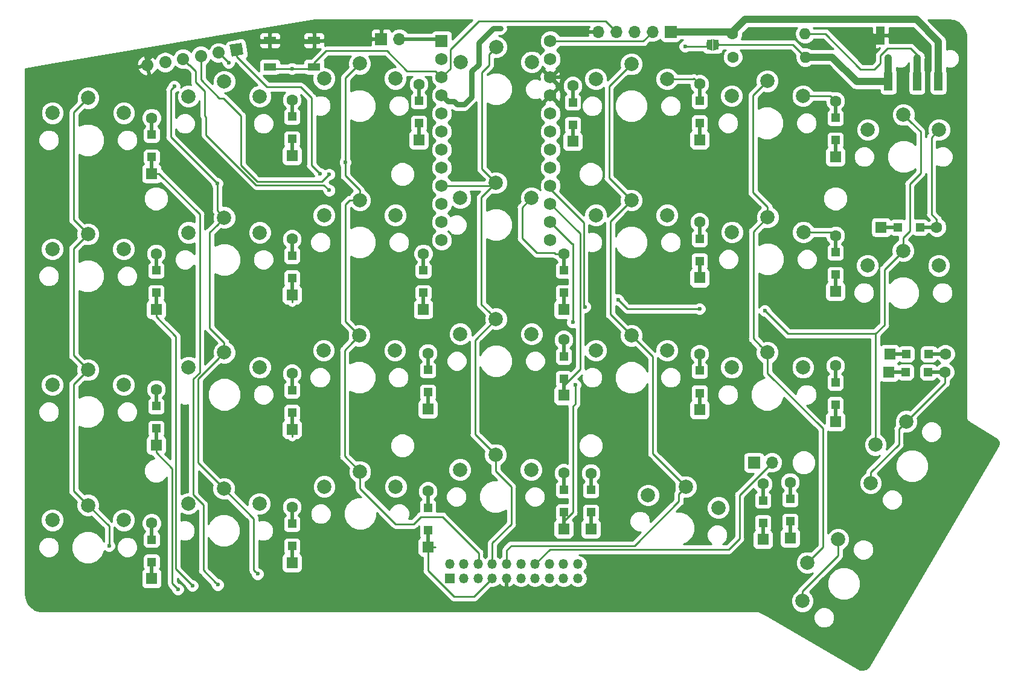
<source format=gbr>
G04 #@! TF.GenerationSoftware,KiCad,Pcbnew,(5.0.0)*
G04 #@! TF.CreationDate,2018-10-09T09:10:51-06:00*
G04 #@! TF.ProjectId,ErgoTravel,4572676F54726176656C2E6B69636164,rev?*
G04 #@! TF.SameCoordinates,Original*
G04 #@! TF.FileFunction,Copper,L1,Top,Signal*
G04 #@! TF.FilePolarity,Positive*
%FSLAX46Y46*%
G04 Gerber Fmt 4.6, Leading zero omitted, Abs format (unit mm)*
G04 Created by KiCad (PCBNEW (5.0.0)) date 10/09/18 09:10:51*
%MOMM*%
%LPD*%
G01*
G04 APERTURE LIST*
G04 #@! TA.AperFunction,EtchedComponent*
%ADD10C,0.010000*%
G04 #@! TD*
G04 #@! TA.AperFunction,ComponentPad*
%ADD11C,2.000000*%
G04 #@! TD*
G04 #@! TA.AperFunction,SMDPad,CuDef*
%ADD12R,1.200000X1.200000*%
G04 #@! TD*
G04 #@! TA.AperFunction,ComponentPad*
%ADD13R,1.600000X1.600000*%
G04 #@! TD*
G04 #@! TA.AperFunction,ComponentPad*
%ADD14C,1.600000*%
G04 #@! TD*
G04 #@! TA.AperFunction,Conductor*
%ADD15R,0.500000X2.500000*%
G04 #@! TD*
G04 #@! TA.AperFunction,Conductor*
%ADD16R,2.500000X0.500000*%
G04 #@! TD*
G04 #@! TA.AperFunction,SMDPad,CuDef*
%ADD17R,1.200000X2.500000*%
G04 #@! TD*
G04 #@! TA.AperFunction,SMDPad,CuDef*
%ADD18R,1.800000X1.100000*%
G04 #@! TD*
G04 #@! TA.AperFunction,ComponentPad*
%ADD19R,1.752600X1.752600*%
G04 #@! TD*
G04 #@! TA.AperFunction,ComponentPad*
%ADD20C,1.752600*%
G04 #@! TD*
G04 #@! TA.AperFunction,ComponentPad*
%ADD21C,1.700000*%
G04 #@! TD*
G04 #@! TA.AperFunction,Conductor*
%ADD22C,0.100000*%
G04 #@! TD*
G04 #@! TA.AperFunction,Conductor*
%ADD23C,1.700000*%
G04 #@! TD*
G04 #@! TA.AperFunction,ComponentPad*
%ADD24O,1.600000X1.600000*%
G04 #@! TD*
G04 #@! TA.AperFunction,ComponentPad*
%ADD25R,1.700000X1.700000*%
G04 #@! TD*
G04 #@! TA.AperFunction,ComponentPad*
%ADD26O,1.700000X1.700000*%
G04 #@! TD*
G04 #@! TA.AperFunction,ComponentPad*
%ADD27R,0.800000X1.400000*%
G04 #@! TD*
G04 #@! TA.AperFunction,ComponentPad*
%ADD28R,1.350000X1.350000*%
G04 #@! TD*
G04 #@! TA.AperFunction,ComponentPad*
%ADD29O,1.350000X1.350000*%
G04 #@! TD*
G04 #@! TA.AperFunction,ViaPad*
%ADD30C,0.600000*%
G04 #@! TD*
G04 #@! TA.AperFunction,Conductor*
%ADD31C,0.250000*%
G04 #@! TD*
G04 #@! TA.AperFunction,Conductor*
%ADD32C,1.000000*%
G04 #@! TD*
G04 #@! TA.AperFunction,Conductor*
%ADD33C,0.750000*%
G04 #@! TD*
G04 #@! TA.AperFunction,Conductor*
%ADD34C,0.500000*%
G04 #@! TD*
G04 #@! TA.AperFunction,Conductor*
%ADD35C,0.254000*%
G04 #@! TD*
G04 APERTURE END LIST*
D10*
G04 #@! TO.C,SJ1*
G36*
X171916000Y-49796000D02*
X171659500Y-49841200D01*
X171433900Y-49971500D01*
X171266500Y-50171000D01*
X171177400Y-50415800D01*
X171177400Y-50676200D01*
X171266500Y-50921000D01*
X171433900Y-51120500D01*
X171659500Y-51250800D01*
X171916000Y-51296000D01*
X171916000Y-49796000D01*
X171916000Y-49796000D01*
G37*
X171916000Y-49796000D02*
X171659500Y-49841200D01*
X171433900Y-49971500D01*
X171266500Y-50171000D01*
X171177400Y-50415800D01*
X171177400Y-50676200D01*
X171266500Y-50921000D01*
X171433900Y-51120500D01*
X171659500Y-51250800D01*
X171916000Y-51296000D01*
X171916000Y-49796000D01*
G36*
X172116000Y-51296000D02*
X172372500Y-51250800D01*
X172598100Y-51120500D01*
X172765500Y-50921000D01*
X172854600Y-50676200D01*
X172854600Y-50415800D01*
X172765500Y-50171000D01*
X172598100Y-49971500D01*
X172372500Y-49841200D01*
X172116000Y-49796000D01*
X172116000Y-51296000D01*
X172116000Y-51296000D01*
G37*
X172116000Y-51296000D02*
X172372500Y-51250800D01*
X172598100Y-51120500D01*
X172765500Y-50921000D01*
X172854600Y-50676200D01*
X172854600Y-50415800D01*
X172765500Y-50171000D01*
X172598100Y-49971500D01*
X172372500Y-49841200D01*
X172116000Y-49796000D01*
X172116000Y-51296000D01*
G04 #@! TD*
D11*
G04 #@! TO.P,K1,2*
G04 #@! TO.N,Net-(D1-Pad2)*
X89444288Y-60143812D03*
G04 #@! TO.P,K1,1*
G04 #@! TO.N,col0*
X84444288Y-58043812D03*
G04 #@! TO.P,K1,2*
G04 #@! TO.N,Net-(D1-Pad2)*
X79444288Y-60143812D03*
G04 #@! TD*
G04 #@! TO.P,K7,2*
G04 #@! TO.N,Net-(D7-Pad2)*
X98536582Y-95866612D03*
G04 #@! TO.P,K7,1*
G04 #@! TO.N,col1*
X103536582Y-93766612D03*
G04 #@! TO.P,K7,2*
G04 #@! TO.N,Net-(D7-Pad2)*
X108536582Y-95866612D03*
G04 #@! TD*
G04 #@! TO.P,K3,2*
G04 #@! TO.N,Net-(D3-Pad2)*
X89424884Y-98307670D03*
G04 #@! TO.P,K3,1*
G04 #@! TO.N,col0*
X84424884Y-96207670D03*
G04 #@! TO.P,K3,2*
G04 #@! TO.N,Net-(D3-Pad2)*
X79424884Y-98307670D03*
G04 #@! TD*
D12*
G04 #@! TO.P,D1,2*
G04 #@! TO.N,Net-(D1-Pad2)*
X93345000Y-63195000D03*
G04 #@! TO.P,D1,1*
G04 #@! TO.N,row0*
X93345000Y-66345000D03*
D13*
X93345000Y-68670000D03*
D14*
G04 #@! TO.P,D1,2*
G04 #@! TO.N,Net-(D1-Pad2)*
X93345000Y-60870000D03*
D15*
G04 #@! TD*
G04 #@! TO.N,row0*
G04 #@! TO.C,D1*
X93345000Y-67470000D03*
G04 #@! TO.N,Net-(D1-Pad2)*
G04 #@! TO.C,D1*
X93345000Y-62070000D03*
G04 #@! TD*
D12*
G04 #@! TO.P,D2,2*
G04 #@! TO.N,Net-(D2-Pad2)*
X93980000Y-82245000D03*
G04 #@! TO.P,D2,1*
G04 #@! TO.N,row1*
X93980000Y-85395000D03*
D13*
X93980000Y-87720000D03*
D14*
G04 #@! TO.P,D2,2*
G04 #@! TO.N,Net-(D2-Pad2)*
X93980000Y-79920000D03*
D15*
G04 #@! TD*
G04 #@! TO.N,row1*
G04 #@! TO.C,D2*
X93980000Y-86520000D03*
G04 #@! TO.N,Net-(D2-Pad2)*
G04 #@! TO.C,D2*
X93980000Y-81120000D03*
G04 #@! TD*
D12*
G04 #@! TO.P,D3,2*
G04 #@! TO.N,Net-(D3-Pad2)*
X93980000Y-101295000D03*
G04 #@! TO.P,D3,1*
G04 #@! TO.N,row2*
X93980000Y-104445000D03*
D13*
X93980000Y-106770000D03*
D14*
G04 #@! TO.P,D3,2*
G04 #@! TO.N,Net-(D3-Pad2)*
X93980000Y-98970000D03*
D15*
G04 #@! TD*
G04 #@! TO.N,row2*
G04 #@! TO.C,D3*
X93980000Y-105570000D03*
G04 #@! TO.N,Net-(D3-Pad2)*
G04 #@! TO.C,D3*
X93980000Y-100170000D03*
G04 #@! TD*
D12*
G04 #@! TO.P,D4,2*
G04 #@! TO.N,Net-(D4-Pad2)*
X93345000Y-120040000D03*
G04 #@! TO.P,D4,1*
G04 #@! TO.N,row3*
X93345000Y-123190000D03*
D13*
X93345000Y-125515000D03*
D14*
G04 #@! TO.P,D4,2*
G04 #@! TO.N,Net-(D4-Pad2)*
X93345000Y-117715000D03*
D15*
G04 #@! TD*
G04 #@! TO.N,row3*
G04 #@! TO.C,D4*
X93345000Y-124315000D03*
G04 #@! TO.N,Net-(D4-Pad2)*
G04 #@! TO.C,D4*
X93345000Y-118915000D03*
G04 #@! TD*
D12*
G04 #@! TO.P,D5,2*
G04 #@! TO.N,Net-(D5-Pad2)*
X113030000Y-60655000D03*
G04 #@! TO.P,D5,1*
G04 #@! TO.N,row0*
X113030000Y-63805000D03*
D13*
X113030000Y-66130000D03*
D14*
G04 #@! TO.P,D5,2*
G04 #@! TO.N,Net-(D5-Pad2)*
X113030000Y-58330000D03*
D15*
G04 #@! TD*
G04 #@! TO.N,row0*
G04 #@! TO.C,D5*
X113030000Y-64930000D03*
G04 #@! TO.N,Net-(D5-Pad2)*
G04 #@! TO.C,D5*
X113030000Y-59530000D03*
G04 #@! TD*
D12*
G04 #@! TO.P,D6,2*
G04 #@! TO.N,Net-(D6-Pad2)*
X113030000Y-80180000D03*
G04 #@! TO.P,D6,1*
G04 #@! TO.N,row1*
X113030000Y-83330000D03*
D13*
X113030000Y-85655000D03*
D14*
G04 #@! TO.P,D6,2*
G04 #@! TO.N,Net-(D6-Pad2)*
X113030000Y-77855000D03*
D15*
G04 #@! TD*
G04 #@! TO.N,row1*
G04 #@! TO.C,D6*
X113030000Y-84455000D03*
G04 #@! TO.N,Net-(D6-Pad2)*
G04 #@! TO.C,D6*
X113030000Y-79055000D03*
G04 #@! TD*
D12*
G04 #@! TO.P,D7,2*
G04 #@! TO.N,Net-(D7-Pad2)*
X113030000Y-99060000D03*
G04 #@! TO.P,D7,1*
G04 #@! TO.N,row2*
X113030000Y-102210000D03*
D13*
X113030000Y-104535000D03*
D14*
G04 #@! TO.P,D7,2*
G04 #@! TO.N,Net-(D7-Pad2)*
X113030000Y-96735000D03*
D15*
G04 #@! TD*
G04 #@! TO.N,row2*
G04 #@! TO.C,D7*
X113030000Y-103335000D03*
G04 #@! TO.N,Net-(D7-Pad2)*
G04 #@! TO.C,D7*
X113030000Y-97935000D03*
G04 #@! TD*
D12*
G04 #@! TO.P,D8,2*
G04 #@! TO.N,Net-(D8-Pad2)*
X113030000Y-117805000D03*
G04 #@! TO.P,D8,1*
G04 #@! TO.N,row3*
X113030000Y-120955000D03*
D13*
X113030000Y-123280000D03*
D14*
G04 #@! TO.P,D8,2*
G04 #@! TO.N,Net-(D8-Pad2)*
X113030000Y-115480000D03*
D15*
G04 #@! TD*
G04 #@! TO.N,row3*
G04 #@! TO.C,D8*
X113030000Y-122080000D03*
G04 #@! TO.N,Net-(D8-Pad2)*
G04 #@! TO.C,D8*
X113030000Y-116680000D03*
G04 #@! TD*
D12*
G04 #@! TO.P,D9,2*
G04 #@! TO.N,Net-(D9-Pad2)*
X130810000Y-58445000D03*
G04 #@! TO.P,D9,1*
G04 #@! TO.N,row0*
X130810000Y-61595000D03*
D13*
X130810000Y-63920000D03*
D14*
G04 #@! TO.P,D9,2*
G04 #@! TO.N,Net-(D9-Pad2)*
X130810000Y-56120000D03*
D15*
G04 #@! TD*
G04 #@! TO.N,row0*
G04 #@! TO.C,D9*
X130810000Y-62720000D03*
G04 #@! TO.N,Net-(D9-Pad2)*
G04 #@! TO.C,D9*
X130810000Y-57320000D03*
G04 #@! TD*
D12*
G04 #@! TO.P,D10,2*
G04 #@! TO.N,Net-(D10-Pad2)*
X131445000Y-82245000D03*
G04 #@! TO.P,D10,1*
G04 #@! TO.N,row1*
X131445000Y-85395000D03*
D13*
X131445000Y-87720000D03*
D14*
G04 #@! TO.P,D10,2*
G04 #@! TO.N,Net-(D10-Pad2)*
X131445000Y-79920000D03*
D15*
G04 #@! TD*
G04 #@! TO.N,row1*
G04 #@! TO.C,D10*
X131445000Y-86520000D03*
G04 #@! TO.N,Net-(D10-Pad2)*
G04 #@! TO.C,D10*
X131445000Y-81120000D03*
G04 #@! TD*
D12*
G04 #@! TO.P,D11,2*
G04 #@! TO.N,Net-(D11-Pad2)*
X132080000Y-96215000D03*
G04 #@! TO.P,D11,1*
G04 #@! TO.N,row2*
X132080000Y-99365000D03*
D13*
X132080000Y-101690000D03*
D14*
G04 #@! TO.P,D11,2*
G04 #@! TO.N,Net-(D11-Pad2)*
X132080000Y-93890000D03*
D15*
G04 #@! TD*
G04 #@! TO.N,row2*
G04 #@! TO.C,D11*
X132080000Y-100490000D03*
G04 #@! TO.N,Net-(D11-Pad2)*
G04 #@! TO.C,D11*
X132080000Y-95090000D03*
G04 #@! TD*
D12*
G04 #@! TO.P,D12,2*
G04 #@! TO.N,Net-(D12-Pad2)*
X132080000Y-115570000D03*
G04 #@! TO.P,D12,1*
G04 #@! TO.N,row3*
X132080000Y-118720000D03*
D13*
X132080000Y-121045000D03*
D14*
G04 #@! TO.P,D12,2*
G04 #@! TO.N,Net-(D12-Pad2)*
X132080000Y-113245000D03*
D15*
G04 #@! TD*
G04 #@! TO.N,row3*
G04 #@! TO.C,D12*
X132080000Y-119845000D03*
G04 #@! TO.N,Net-(D12-Pad2)*
G04 #@! TO.C,D12*
X132080000Y-114445000D03*
G04 #@! TD*
D12*
G04 #@! TO.P,D13,2*
G04 #@! TO.N,Net-(D13-Pad2)*
X152400000Y-58660000D03*
G04 #@! TO.P,D13,1*
G04 #@! TO.N,row0*
X152400000Y-61810000D03*
D13*
X152400000Y-64135000D03*
D14*
G04 #@! TO.P,D13,2*
G04 #@! TO.N,Net-(D13-Pad2)*
X152400000Y-56335000D03*
D15*
G04 #@! TD*
G04 #@! TO.N,row0*
G04 #@! TO.C,D13*
X152400000Y-62935000D03*
G04 #@! TO.N,Net-(D13-Pad2)*
G04 #@! TO.C,D13*
X152400000Y-57535000D03*
G04 #@! TD*
D12*
G04 #@! TO.P,D14,2*
G04 #@! TO.N,Net-(D14-Pad2)*
X151130000Y-82245000D03*
G04 #@! TO.P,D14,1*
G04 #@! TO.N,row1*
X151130000Y-85395000D03*
D13*
X151130000Y-87720000D03*
D14*
G04 #@! TO.P,D14,2*
G04 #@! TO.N,Net-(D14-Pad2)*
X151130000Y-79920000D03*
D15*
G04 #@! TD*
G04 #@! TO.N,row1*
G04 #@! TO.C,D14*
X151130000Y-86520000D03*
G04 #@! TO.N,Net-(D14-Pad2)*
G04 #@! TO.C,D14*
X151130000Y-81120000D03*
G04 #@! TD*
D12*
G04 #@! TO.P,D15,2*
G04 #@! TO.N,Net-(D15-Pad2)*
X151130000Y-94310000D03*
G04 #@! TO.P,D15,1*
G04 #@! TO.N,row2*
X151130000Y-97460000D03*
D13*
X151130000Y-99785000D03*
D14*
G04 #@! TO.P,D15,2*
G04 #@! TO.N,Net-(D15-Pad2)*
X151130000Y-91985000D03*
D15*
G04 #@! TD*
G04 #@! TO.N,row2*
G04 #@! TO.C,D15*
X151130000Y-98585000D03*
G04 #@! TO.N,Net-(D15-Pad2)*
G04 #@! TO.C,D15*
X151130000Y-93185000D03*
G04 #@! TD*
D12*
G04 #@! TO.P,D16,2*
G04 #@! TO.N,Net-(D16-Pad2)*
X151130000Y-113030000D03*
G04 #@! TO.P,D16,1*
G04 #@! TO.N,row3*
X151130000Y-116180000D03*
D13*
X151130000Y-118505000D03*
D14*
G04 #@! TO.P,D16,2*
G04 #@! TO.N,Net-(D16-Pad2)*
X151130000Y-110705000D03*
D15*
G04 #@! TD*
G04 #@! TO.N,row3*
G04 #@! TO.C,D16*
X151130000Y-117305000D03*
G04 #@! TO.N,Net-(D16-Pad2)*
G04 #@! TO.C,D16*
X151130000Y-111905000D03*
G04 #@! TD*
D12*
G04 #@! TO.P,D17,2*
G04 #@! TO.N,Net-(D17-Pad2)*
X170180000Y-58420000D03*
G04 #@! TO.P,D17,1*
G04 #@! TO.N,row0*
X170180000Y-61570000D03*
D13*
X170180000Y-63895000D03*
D14*
G04 #@! TO.P,D17,2*
G04 #@! TO.N,Net-(D17-Pad2)*
X170180000Y-56095000D03*
D15*
G04 #@! TD*
G04 #@! TO.N,row0*
G04 #@! TO.C,D17*
X170180000Y-62695000D03*
G04 #@! TO.N,Net-(D17-Pad2)*
G04 #@! TO.C,D17*
X170180000Y-57295000D03*
G04 #@! TD*
D12*
G04 #@! TO.P,D18,2*
G04 #@! TO.N,Net-(D18-Pad2)*
X170180000Y-77800000D03*
G04 #@! TO.P,D18,1*
G04 #@! TO.N,row1*
X170180000Y-80950000D03*
D13*
X170180000Y-83275000D03*
D14*
G04 #@! TO.P,D18,2*
G04 #@! TO.N,Net-(D18-Pad2)*
X170180000Y-75475000D03*
D15*
G04 #@! TD*
G04 #@! TO.N,row1*
G04 #@! TO.C,D18*
X170180000Y-82075000D03*
G04 #@! TO.N,Net-(D18-Pad2)*
G04 #@! TO.C,D18*
X170180000Y-76675000D03*
G04 #@! TD*
D12*
G04 #@! TO.P,D19,2*
G04 #@! TO.N,Net-(D19-Pad2)*
X170180000Y-96305000D03*
G04 #@! TO.P,D19,1*
G04 #@! TO.N,row2*
X170180000Y-99455000D03*
D13*
X170180000Y-101780000D03*
D14*
G04 #@! TO.P,D19,2*
G04 #@! TO.N,Net-(D19-Pad2)*
X170180000Y-93980000D03*
D15*
G04 #@! TD*
G04 #@! TO.N,row2*
G04 #@! TO.C,D19*
X170180000Y-100580000D03*
G04 #@! TO.N,Net-(D19-Pad2)*
G04 #@! TO.C,D19*
X170180000Y-95180000D03*
G04 #@! TD*
D12*
G04 #@! TO.P,D20,2*
G04 #@! TO.N,Net-(D20-Pad2)*
X179070000Y-114540000D03*
G04 #@! TO.P,D20,1*
G04 #@! TO.N,row3*
X179070000Y-117690000D03*
D13*
X179070000Y-120015000D03*
D14*
G04 #@! TO.P,D20,2*
G04 #@! TO.N,Net-(D20-Pad2)*
X179070000Y-112215000D03*
D15*
G04 #@! TD*
G04 #@! TO.N,row3*
G04 #@! TO.C,D20*
X179070000Y-118815000D03*
G04 #@! TO.N,Net-(D20-Pad2)*
G04 #@! TO.C,D20*
X179070000Y-113415000D03*
G04 #@! TD*
D12*
G04 #@! TO.P,D21,2*
G04 #@! TO.N,Net-(D21-Pad2)*
X189230000Y-60815000D03*
G04 #@! TO.P,D21,1*
G04 #@! TO.N,row0*
X189230000Y-63965000D03*
D13*
X189230000Y-66290000D03*
D14*
G04 #@! TO.P,D21,2*
G04 #@! TO.N,Net-(D21-Pad2)*
X189230000Y-58490000D03*
D15*
G04 #@! TD*
G04 #@! TO.N,row0*
G04 #@! TO.C,D21*
X189230000Y-65090000D03*
G04 #@! TO.N,Net-(D21-Pad2)*
G04 #@! TO.C,D21*
X189230000Y-59690000D03*
G04 #@! TD*
D12*
G04 #@! TO.P,D22,2*
G04 #@! TO.N,Net-(D22-Pad2)*
X189230000Y-79705000D03*
G04 #@! TO.P,D22,1*
G04 #@! TO.N,row1*
X189230000Y-82855000D03*
D13*
X189230000Y-85180000D03*
D14*
G04 #@! TO.P,D22,2*
G04 #@! TO.N,Net-(D22-Pad2)*
X189230000Y-77380000D03*
D15*
G04 #@! TD*
G04 #@! TO.N,row1*
G04 #@! TO.C,D22*
X189230000Y-83980000D03*
G04 #@! TO.N,Net-(D22-Pad2)*
G04 #@! TO.C,D22*
X189230000Y-78580000D03*
G04 #@! TD*
D12*
G04 #@! TO.P,D23,2*
G04 #@! TO.N,Net-(D23-Pad2)*
X189230000Y-97960000D03*
G04 #@! TO.P,D23,1*
G04 #@! TO.N,row2*
X189230000Y-101110000D03*
D13*
X189230000Y-103435000D03*
D14*
G04 #@! TO.P,D23,2*
G04 #@! TO.N,Net-(D23-Pad2)*
X189230000Y-95635000D03*
D15*
G04 #@! TD*
G04 #@! TO.N,row2*
G04 #@! TO.C,D23*
X189230000Y-102235000D03*
G04 #@! TO.N,Net-(D23-Pad2)*
G04 #@! TO.C,D23*
X189230000Y-96835000D03*
G04 #@! TD*
D12*
G04 #@! TO.P,D24,2*
G04 #@! TO.N,Net-(D24-Pad2)*
X182880000Y-114325000D03*
G04 #@! TO.P,D24,1*
G04 #@! TO.N,row3*
X182880000Y-117475000D03*
D13*
X182880000Y-119800000D03*
D14*
G04 #@! TO.P,D24,2*
G04 #@! TO.N,Net-(D24-Pad2)*
X182880000Y-112000000D03*
D15*
G04 #@! TD*
G04 #@! TO.N,row3*
G04 #@! TO.C,D24*
X182880000Y-118600000D03*
G04 #@! TO.N,Net-(D24-Pad2)*
G04 #@! TO.C,D24*
X182880000Y-113200000D03*
G04 #@! TD*
D12*
G04 #@! TO.P,D25,2*
G04 #@! TO.N,Net-(D25-Pad2)*
X201125000Y-76200000D03*
G04 #@! TO.P,D25,1*
G04 #@! TO.N,row0*
X197975000Y-76200000D03*
D13*
X195650000Y-76200000D03*
D14*
G04 #@! TO.P,D25,2*
G04 #@! TO.N,Net-(D25-Pad2)*
X203450000Y-76200000D03*
D16*
G04 #@! TD*
G04 #@! TO.N,row0*
G04 #@! TO.C,D25*
X196850000Y-76200000D03*
G04 #@! TO.N,Net-(D25-Pad2)*
G04 #@! TO.C,D25*
X202250000Y-76200000D03*
G04 #@! TD*
D12*
G04 #@! TO.P,D26,2*
G04 #@! TO.N,Net-(D26-Pad2)*
X202325000Y-93980000D03*
G04 #@! TO.P,D26,1*
G04 #@! TO.N,row1*
X199175000Y-93980000D03*
D13*
X196850000Y-93980000D03*
D14*
G04 #@! TO.P,D26,2*
G04 #@! TO.N,Net-(D26-Pad2)*
X204650000Y-93980000D03*
D16*
G04 #@! TD*
G04 #@! TO.N,row1*
G04 #@! TO.C,D26*
X198050000Y-93980000D03*
G04 #@! TO.N,Net-(D26-Pad2)*
G04 #@! TO.C,D26*
X203450000Y-93980000D03*
G04 #@! TD*
D12*
G04 #@! TO.P,D27,2*
G04 #@! TO.N,Net-(D27-Pad2)*
X202235000Y-96520000D03*
G04 #@! TO.P,D27,1*
G04 #@! TO.N,row2*
X199085000Y-96520000D03*
D13*
X196760000Y-96520000D03*
D14*
G04 #@! TO.P,D27,2*
G04 #@! TO.N,Net-(D27-Pad2)*
X204560000Y-96520000D03*
D16*
G04 #@! TD*
G04 #@! TO.N,row2*
G04 #@! TO.C,D27*
X197960000Y-96520000D03*
G04 #@! TO.N,Net-(D27-Pad2)*
G04 #@! TO.C,D27*
X203360000Y-96520000D03*
G04 #@! TD*
D17*
G04 #@! TO.P,J2,4*
G04 #@! TO.N,GND*
X195575000Y-49250000D03*
G04 #@! TO.P,J2,1*
G04 #@! TO.N,sda*
X196675000Y-55750000D03*
G04 #@! TO.P,J2,2*
G04 #@! TO.N,scl*
X200675000Y-55750000D03*
G04 #@! TO.P,J2,3*
G04 #@! TO.N,VCC*
X203675000Y-55750000D03*
G04 #@! TD*
D18*
G04 #@! TO.P,SW1,1*
G04 #@! TO.N,RESET*
X116130000Y-53666000D03*
X109930000Y-53666000D03*
G04 #@! TO.P,SW1,2*
G04 #@! TO.N,GND*
X116130000Y-49966000D03*
X109930000Y-49966000D03*
G04 #@! TD*
D19*
G04 #@! TO.P,U1,1*
G04 #@! TO.N,/RAW*
X134020038Y-50054000D03*
D20*
G04 #@! TO.P,U1,2*
G04 #@! TO.N,GND*
X134020038Y-52594000D03*
G04 #@! TO.P,U1,3*
G04 #@! TO.N,RESET*
X134020038Y-55134000D03*
G04 #@! TO.P,U1,4*
G04 #@! TO.N,VCC*
X134020038Y-57674000D03*
G04 #@! TO.P,U1,5*
G04 #@! TO.N,N/C*
X134020038Y-60214000D03*
G04 #@! TO.P,U1,6*
G04 #@! TO.N,col0*
X134020038Y-62754000D03*
G04 #@! TO.P,U1,7*
G04 #@! TO.N,col1*
X134020038Y-65294000D03*
G04 #@! TO.P,U1,8*
G04 #@! TO.N,col2*
X134020038Y-67834000D03*
G04 #@! TO.P,U1,9*
G04 #@! TO.N,SCK*
X134020038Y-70374000D03*
G04 #@! TO.P,U1,10*
G04 #@! TO.N,MISO*
X134020038Y-72914000D03*
G04 #@! TO.P,U1,11*
G04 #@! TO.N,MOSI*
X134020038Y-75454000D03*
G04 #@! TO.P,U1,12*
G04 #@! TO.N,col6*
X134020038Y-77994000D03*
G04 #@! TO.P,U1,24*
G04 #@! TO.N,N/C*
X149260038Y-77994000D03*
G04 #@! TO.P,U1,23*
G04 #@! TO.N,row3*
X149260038Y-75454000D03*
G04 #@! TO.P,U1,22*
G04 #@! TO.N,row2*
X149260038Y-72914000D03*
G04 #@! TO.P,U1,21*
G04 #@! TO.N,row1*
X149260038Y-70374000D03*
G04 #@! TO.P,U1,20*
G04 #@! TO.N,row0*
X149260038Y-67834000D03*
G04 #@! TO.P,U1,19*
G04 #@! TO.N,N/C*
X149260038Y-65294000D03*
G04 #@! TO.P,U1,18*
G04 #@! TO.N,scl*
X149260038Y-62754000D03*
G04 #@! TO.P,U1,17*
G04 #@! TO.N,sdaPM*
X149260038Y-60214000D03*
G04 #@! TO.P,U1,16*
G04 #@! TO.N,GND*
X149260038Y-57674000D03*
G04 #@! TO.P,U1,15*
X149260038Y-55134000D03*
G04 #@! TO.P,U1,14*
G04 #@! TO.N,RX*
X149260038Y-52594000D03*
G04 #@! TO.P,U1,13*
G04 #@! TO.N,ws2812di*
X149260038Y-50054000D03*
G04 #@! TD*
D21*
G04 #@! TO.P,J4,1*
G04 #@! TO.N,MISO*
X105255647Y-51250000D03*
D22*
G04 #@! TD*
G04 #@! TO.N,MISO*
G04 #@! TO.C,J4*
G36*
X104270959Y-50560514D02*
X105945133Y-50265312D01*
X106240335Y-51939486D01*
X104566161Y-52234688D01*
X104270959Y-50560514D01*
X104270959Y-50560514D01*
G37*
D21*
G04 #@! TO.P,J4,2*
G04 #@! TO.N,VCC*
X102754235Y-51691066D03*
D23*
G04 #@! TD*
G04 #@! TO.N,VCC*
G04 #@! TO.C,J4*
X102754235Y-51691066D02*
X102754235Y-51691066D01*
D21*
G04 #@! TO.P,J4,3*
G04 #@! TO.N,SCK*
X100252824Y-52132133D03*
D23*
G04 #@! TD*
G04 #@! TO.N,SCK*
G04 #@! TO.C,J4*
X100252824Y-52132133D02*
X100252824Y-52132133D01*
D21*
G04 #@! TO.P,J4,4*
G04 #@! TO.N,MOSI*
X97751412Y-52573199D03*
D23*
G04 #@! TD*
G04 #@! TO.N,MOSI*
G04 #@! TO.C,J4*
X97751412Y-52573199D02*
X97751412Y-52573199D01*
D21*
G04 #@! TO.P,J4,5*
G04 #@! TO.N,RESET*
X95250000Y-53014265D03*
D23*
G04 #@! TD*
G04 #@! TO.N,RESET*
G04 #@! TO.C,J4*
X95250000Y-53014265D02*
X95250000Y-53014265D01*
D21*
G04 #@! TO.P,J4,6*
G04 #@! TO.N,GND*
X92748589Y-53455332D03*
D23*
G04 #@! TD*
G04 #@! TO.N,GND*
G04 #@! TO.C,J4*
X92748589Y-53455332D02*
X92748589Y-53455332D01*
D14*
G04 #@! TO.P,R1,1*
G04 #@! TO.N,VCC*
X174863760Y-52324000D03*
D24*
G04 #@! TO.P,R1,2*
G04 #@! TO.N,sda*
X185023760Y-52324000D03*
G04 #@! TD*
D14*
G04 #@! TO.P,R2,1*
G04 #@! TO.N,VCC*
X174830740Y-49022000D03*
D24*
G04 #@! TO.P,R2,2*
G04 #@! TO.N,scl*
X184990740Y-49022000D03*
G04 #@! TD*
D25*
G04 #@! TO.P,J1,1*
G04 #@! TO.N,VCC*
X166116000Y-48768000D03*
D26*
G04 #@! TO.P,J1,2*
G04 #@! TO.N,ws2812di*
X163576000Y-48768000D03*
G04 #@! TO.P,J1,3*
G04 #@! TO.N,RX*
X161036000Y-48768000D03*
G04 #@! TO.P,J1,4*
G04 #@! TO.N,RESET*
X158496000Y-48768000D03*
G04 #@! TO.P,J1,5*
G04 #@! TO.N,GND*
X155956000Y-48768000D03*
G04 #@! TD*
D27*
G04 #@! TO.P,SJ1,2*
G04 #@! TO.N,sda*
X172466000Y-50546000D03*
G04 #@! TO.P,SJ1,1*
G04 #@! TO.N,sdaPM*
X171566000Y-50546000D03*
X171566000Y-50546000D03*
G04 #@! TO.P,SJ1,2*
G04 #@! TO.N,sda*
X172466000Y-50546000D03*
G04 #@! TD*
D12*
G04 #@! TO.P,D28,2*
G04 #@! TO.N,Net-(D28-Pad2)*
X154940000Y-113054999D03*
G04 #@! TO.P,D28,1*
G04 #@! TO.N,row3*
X154940000Y-116204999D03*
D13*
X154940000Y-118529999D03*
D14*
G04 #@! TO.P,D28,2*
G04 #@! TO.N,Net-(D28-Pad2)*
X154940000Y-110729999D03*
D15*
G04 #@! TD*
G04 #@! TO.N,row3*
G04 #@! TO.C,D28*
X154940000Y-117329999D03*
G04 #@! TO.N,Net-(D28-Pad2)*
G04 #@! TO.C,D28*
X154940000Y-111929999D03*
G04 #@! TD*
D25*
G04 #@! TO.P,J13,1*
G04 #@! TO.N,Net-(D28-Pad2)*
X177800000Y-109220000D03*
D26*
G04 #@! TO.P,J13,2*
G04 #@! TO.N,col6*
X180340000Y-109220000D03*
G04 #@! TD*
D25*
G04 #@! TO.P,J14,1*
G04 #@! TO.N,GND*
X125539999Y-49760000D03*
D26*
G04 #@! TO.P,J14,2*
G04 #@! TO.N,/RAW*
X128079999Y-49760000D03*
G04 #@! TD*
D11*
G04 #@! TO.P,K2,2*
G04 #@! TO.N,Net-(D2-Pad2)*
X79424884Y-79255510D03*
G04 #@! TO.P,K2,1*
G04 #@! TO.N,col0*
X84424884Y-77155510D03*
G04 #@! TO.P,K2,2*
G04 #@! TO.N,Net-(D2-Pad2)*
X89424884Y-79255510D03*
G04 #@! TD*
G04 #@! TO.P,K4,2*
G04 #@! TO.N,Net-(D4-Pad2)*
X79424884Y-117300292D03*
G04 #@! TO.P,K4,1*
G04 #@! TO.N,col0*
X84424884Y-115200292D03*
G04 #@! TO.P,K4,2*
G04 #@! TO.N,Net-(D4-Pad2)*
X89424884Y-117300292D03*
G04 #@! TD*
G04 #@! TO.P,K5,2*
G04 #@! TO.N,Net-(D5-Pad2)*
X108536582Y-57821830D03*
G04 #@! TO.P,K5,1*
G04 #@! TO.N,col1*
X103536582Y-55721830D03*
G04 #@! TO.P,K5,2*
G04 #@! TO.N,Net-(D5-Pad2)*
X98536582Y-57821830D03*
G04 #@! TD*
G04 #@! TO.P,K6,2*
G04 #@! TO.N,Net-(D6-Pad2)*
X108536582Y-76933528D03*
G04 #@! TO.P,K6,1*
G04 #@! TO.N,col1*
X103536582Y-74833528D03*
G04 #@! TO.P,K6,2*
G04 #@! TO.N,Net-(D6-Pad2)*
X98536582Y-76933528D03*
G04 #@! TD*
G04 #@! TO.P,K8,2*
G04 #@! TO.N,Net-(D8-Pad2)*
X108477044Y-114978310D03*
G04 #@! TO.P,K8,1*
G04 #@! TO.N,col1*
X103477044Y-112878310D03*
G04 #@! TO.P,K8,2*
G04 #@! TO.N,Net-(D8-Pad2)*
X98477044Y-114978310D03*
G04 #@! TD*
G04 #@! TO.P,K9,2*
G04 #@! TO.N,Net-(D9-Pad2)*
X117529204Y-55321234D03*
G04 #@! TO.P,K9,1*
G04 #@! TO.N,col2*
X122529204Y-53221234D03*
G04 #@! TO.P,K9,2*
G04 #@! TO.N,Net-(D9-Pad2)*
X127529204Y-55321234D03*
G04 #@! TD*
G04 #@! TO.P,K10,2*
G04 #@! TO.N,Net-(D10-Pad2)*
X117529204Y-74492470D03*
G04 #@! TO.P,K10,1*
G04 #@! TO.N,col2*
X122529204Y-72392470D03*
G04 #@! TO.P,K10,2*
G04 #@! TO.N,Net-(D10-Pad2)*
X127529204Y-74492470D03*
G04 #@! TD*
G04 #@! TO.P,K11,2*
G04 #@! TO.N,Net-(D11-Pad2)*
X117469666Y-93485092D03*
G04 #@! TO.P,K11,1*
G04 #@! TO.N,col2*
X122469666Y-91385092D03*
G04 #@! TO.P,K11,2*
G04 #@! TO.N,Net-(D11-Pad2)*
X127469666Y-93485092D03*
G04 #@! TD*
G04 #@! TO.P,K12,2*
G04 #@! TO.N,Net-(D12-Pad2)*
X117569472Y-112596790D03*
G04 #@! TO.P,K12,1*
G04 #@! TO.N,col2*
X122569472Y-110496790D03*
G04 #@! TO.P,K12,2*
G04 #@! TO.N,Net-(D12-Pad2)*
X127569472Y-112596790D03*
G04 #@! TD*
G04 #@! TO.P,K13,2*
G04 #@! TO.N,Net-(D13-Pad2)*
X146660172Y-52999252D03*
G04 #@! TO.P,K13,1*
G04 #@! TO.N,SCK*
X141660172Y-50899252D03*
G04 #@! TO.P,K13,2*
G04 #@! TO.N,Net-(D13-Pad2)*
X136660172Y-52999252D03*
G04 #@! TD*
G04 #@! TO.P,K14,2*
G04 #@! TO.N,Net-(D14-Pad2)*
X146621632Y-72051412D03*
G04 #@! TO.P,K14,1*
G04 #@! TO.N,SCK*
X141621632Y-69951412D03*
G04 #@! TO.P,K14,2*
G04 #@! TO.N,Net-(D14-Pad2)*
X136621632Y-72051412D03*
G04 #@! TD*
G04 #@! TO.P,K15,2*
G04 #@! TO.N,Net-(D15-Pad2)*
X146640902Y-91163110D03*
G04 #@! TO.P,K15,1*
G04 #@! TO.N,SCK*
X141640902Y-89063110D03*
G04 #@! TO.P,K15,2*
G04 #@! TO.N,Net-(D15-Pad2)*
X136640902Y-91163110D03*
G04 #@! TD*
G04 #@! TO.P,K16,2*
G04 #@! TO.N,Net-(D16-Pad2)*
X136581364Y-110215270D03*
G04 #@! TO.P,K16,1*
G04 #@! TO.N,SCK*
X141581364Y-108115270D03*
G04 #@! TO.P,K16,2*
G04 #@! TO.N,Net-(D16-Pad2)*
X146581364Y-110215270D03*
G04 #@! TD*
G04 #@! TO.P,K17,2*
G04 #@! TO.N,Net-(D17-Pad2)*
X155633524Y-55380772D03*
G04 #@! TO.P,K17,1*
G04 #@! TO.N,MISO*
X160633524Y-53280772D03*
G04 #@! TO.P,K17,2*
G04 #@! TO.N,Net-(D17-Pad2)*
X165633524Y-55380772D03*
G04 #@! TD*
G04 #@! TO.P,K18,2*
G04 #@! TO.N,Net-(D18-Pad2)*
X155633524Y-74492470D03*
G04 #@! TO.P,K18,1*
G04 #@! TO.N,MISO*
X160633524Y-72392470D03*
G04 #@! TO.P,K18,2*
G04 #@! TO.N,Net-(D18-Pad2)*
X165633524Y-74492470D03*
G04 #@! TD*
G04 #@! TO.P,K19,2*
G04 #@! TO.N,Net-(D19-Pad2)*
X165633524Y-93485092D03*
G04 #@! TO.P,K19,1*
G04 #@! TO.N,MISO*
X160633524Y-91385092D03*
G04 #@! TO.P,K19,2*
G04 #@! TO.N,Net-(D19-Pad2)*
X155633524Y-93485092D03*
G04 #@! TD*
G04 #@! TO.P,K20,2*
G04 #@! TO.N,Net-(D20-Pad2)*
X162978066Y-113810572D03*
G04 #@! TO.P,K20,1*
G04 #@! TO.N,MISO*
X168266766Y-112610716D03*
G04 #@! TO.P,K20,2*
G04 #@! TO.N,Net-(D20-Pad2)*
X172826144Y-115547053D03*
G04 #@! TD*
G04 #@! TO.P,K21,2*
G04 #@! TO.N,Net-(D21-Pad2)*
X184685684Y-57762292D03*
G04 #@! TO.P,K21,1*
G04 #@! TO.N,MOSI*
X179685684Y-55662292D03*
G04 #@! TO.P,K21,2*
G04 #@! TO.N,Net-(D21-Pad2)*
X174685684Y-57762292D03*
G04 #@! TD*
G04 #@! TO.P,K22,2*
G04 #@! TO.N,Net-(D22-Pad2)*
X184745222Y-76873990D03*
G04 #@! TO.P,K22,1*
G04 #@! TO.N,MOSI*
X179745222Y-74773990D03*
G04 #@! TO.P,K22,2*
G04 #@! TO.N,Net-(D22-Pad2)*
X174745222Y-76873990D03*
G04 #@! TD*
G04 #@! TO.P,K23,2*
G04 #@! TO.N,Net-(D23-Pad2)*
X174685684Y-95866612D03*
G04 #@! TO.P,K23,1*
G04 #@! TO.N,MOSI*
X179685684Y-93766612D03*
G04 #@! TO.P,K23,2*
G04 #@! TO.N,Net-(D23-Pad2)*
X184685684Y-95866612D03*
G04 #@! TD*
G04 #@! TO.P,K24,2*
G04 #@! TO.N,Net-(D24-Pad2)*
X189611627Y-119990433D03*
G04 #@! TO.P,K24,1*
G04 #@! TO.N,MOSI*
X185292974Y-123270560D03*
G04 #@! TO.P,K24,2*
G04 #@! TO.N,Net-(D24-Pad2)*
X184611627Y-128650687D03*
G04 #@! TD*
G04 #@! TO.P,K26,2*
G04 #@! TO.N,Net-(D25-Pad2)*
X193777978Y-62492754D03*
G04 #@! TO.P,K26,1*
G04 #@! TO.N,col6*
X198777978Y-60392754D03*
G04 #@! TO.P,K26,2*
G04 #@! TO.N,Net-(D25-Pad2)*
X203777978Y-62492754D03*
G04 #@! TD*
G04 #@! TO.P,K27,2*
G04 #@! TO.N,Net-(D26-Pad2)*
X203737844Y-81577492D03*
G04 #@! TO.P,K27,1*
G04 #@! TO.N,col6*
X198737844Y-79477492D03*
G04 #@! TO.P,K27,2*
G04 #@! TO.N,Net-(D26-Pad2)*
X193737844Y-81577492D03*
G04 #@! TD*
G04 #@! TO.P,K28,2*
G04 #@! TO.N,Net-(D27-Pad2)*
X194177111Y-112105526D03*
G04 #@! TO.P,K28,1*
G04 #@! TO.N,col6*
X194858458Y-106725399D03*
G04 #@! TO.P,K28,2*
G04 #@! TO.N,Net-(D27-Pad2)*
X199177111Y-103445272D03*
G04 #@! TD*
D28*
G04 #@! TO.P,J15,1*
G04 #@! TO.N,row0*
X135128000Y-125476000D03*
D29*
G04 #@! TO.P,J15,2*
G04 #@! TO.N,col0*
X135128000Y-123476000D03*
G04 #@! TO.P,J15,3*
G04 #@! TO.N,row1*
X137128000Y-125476000D03*
G04 #@! TO.P,J15,4*
G04 #@! TO.N,col1*
X137128000Y-123476000D03*
G04 #@! TO.P,J15,5*
G04 #@! TO.N,row2*
X139128000Y-125476000D03*
G04 #@! TO.P,J15,6*
G04 #@! TO.N,col2*
X139128000Y-123476000D03*
G04 #@! TO.P,J15,7*
G04 #@! TO.N,row3*
X141128000Y-125476000D03*
G04 #@! TO.P,J15,8*
G04 #@! TO.N,SCK*
X141128000Y-123476000D03*
G04 #@! TO.P,J15,9*
G04 #@! TO.N,GND*
X143128000Y-125476000D03*
G04 #@! TO.P,J15,10*
G04 #@! TO.N,MISO*
X143128000Y-123476000D03*
G04 #@! TO.P,J15,11*
G04 #@! TO.N,N/C*
X145128000Y-125476000D03*
G04 #@! TO.P,J15,12*
G04 #@! TO.N,MOSI*
X145128000Y-123476000D03*
G04 #@! TO.P,J15,13*
G04 #@! TO.N,N/C*
X147128000Y-125476000D03*
G04 #@! TO.P,J15,14*
G04 #@! TO.N,col6*
X147128000Y-123476000D03*
G04 #@! TO.P,J15,15*
G04 #@! TO.N,N/C*
X149128000Y-125476000D03*
G04 #@! TO.P,J15,16*
X149128000Y-123476000D03*
G04 #@! TO.P,J15,17*
X151128000Y-125476000D03*
G04 #@! TO.P,J15,18*
X151128000Y-123476000D03*
G04 #@! TO.P,J15,19*
X153128000Y-125476000D03*
G04 #@! TO.P,J15,20*
X153128000Y-123476000D03*
G04 #@! TD*
D30*
G04 #@! TO.N,row0*
X102616000Y-126374990D03*
G04 #@! TO.N,row1*
X154120010Y-87357010D03*
X99060000Y-126492000D03*
G04 #@! TO.N,row2*
X97028000Y-127000000D03*
G04 #@! TO.N,row3*
X152781000Y-98297996D03*
X152400000Y-89535000D03*
G04 #@! TO.N,VCC*
X104140000Y-53076831D03*
X203676077Y-52392560D03*
X142240000Y-48260000D03*
G04 #@! TO.N,GND*
X113030000Y-50220000D03*
X194447842Y-52392560D03*
X170180000Y-90424000D03*
X162052000Y-82804000D03*
X154432000Y-51308000D03*
X125476000Y-81280000D03*
X137668000Y-61468000D03*
X98044000Y-104648000D03*
X101092000Y-93472000D03*
X108204000Y-66040000D03*
X179832000Y-49276000D03*
X201676000Y-71120000D03*
X163068000Y-53848000D03*
X164084000Y-57912000D03*
X163068000Y-76200000D03*
X144780000Y-66040000D03*
X124968000Y-53340000D03*
X131572000Y-70612000D03*
X125476000Y-72644000D03*
X138684000Y-74168000D03*
X144272000Y-70612000D03*
X144780000Y-89408000D03*
X139192000Y-119380000D03*
X154940000Y-84836000D03*
X119380000Y-53340000D03*
X117856000Y-123444000D03*
G04 #@! TO.N,sda*
X196650711Y-52392560D03*
G04 #@! TO.N,scl*
X200699227Y-52392560D03*
G04 #@! TO.N,col0*
X87376000Y-120904000D03*
G04 #@! TO.N,col1*
X96520000Y-56388000D03*
X102536583Y-70024583D03*
X108204000Y-124850990D03*
G04 #@! TO.N,col2*
X120504203Y-67056000D03*
G04 #@! TO.N,col6*
X158750000Y-86360000D03*
X170180000Y-87630000D03*
X179324000Y-87884000D03*
G04 #@! TO.N,SCK*
X118250000Y-68750000D03*
G04 #@! TO.N,MISO*
X117000000Y-68699987D03*
G04 #@! TO.N,MOSI*
X118250000Y-71000000D03*
G04 #@! TO.N,RESET*
X113030000Y-53920000D03*
X113030000Y-53920000D03*
G04 #@! TO.N,sdaPM*
X168148000Y-50800000D03*
G04 #@! TD*
D31*
G04 #@! TO.N,row0*
X130595000Y-64135000D02*
X130810000Y-63920000D01*
X100584000Y-124342990D02*
X102316001Y-126074991D01*
X102316001Y-126074991D02*
X102616000Y-126374990D01*
X99211583Y-113751847D02*
X100584000Y-115124264D01*
X100076000Y-74351000D02*
X100076000Y-96590784D01*
X99211583Y-97455201D02*
X99211583Y-113751847D01*
X100076000Y-96590784D02*
X99211583Y-97455201D01*
X94395000Y-68670000D02*
X100076000Y-74351000D01*
X93345000Y-68670000D02*
X94395000Y-68670000D01*
X100584000Y-115124264D02*
X100584000Y-124342990D01*
G04 #@! TO.N,Net-(D1-Pad2)*
X93148812Y-60673812D02*
X93345000Y-60870000D01*
G04 #@! TO.N,row1*
X154120010Y-87357010D02*
X154178000Y-87415000D01*
X131445000Y-86670000D02*
X131445000Y-87720000D01*
X113030000Y-86705000D02*
X113030000Y-85655000D01*
X153924000Y-87161000D02*
X154120010Y-87357010D01*
X153924000Y-75492422D02*
X153924000Y-87161000D01*
X149260038Y-70374000D02*
X149260038Y-70828460D01*
X149260038Y-70828460D02*
X153924000Y-75492422D01*
X96728001Y-124160001D02*
X98760001Y-126192001D01*
X93980000Y-88770000D02*
X96728001Y-91518001D01*
X93980000Y-87720000D02*
X93980000Y-88770000D01*
X98760001Y-126192001D02*
X99060000Y-126492000D01*
X96728001Y-91518001D02*
X96728001Y-124160001D01*
G04 #@! TO.N,Net-(D2-Pad2)*
X93845510Y-79785510D02*
X93980000Y-79920000D01*
G04 #@! TO.N,row2*
X149260038Y-72914000D02*
X153416000Y-77069962D01*
X153416000Y-77069962D02*
X153416000Y-96102998D01*
X153416000Y-96102998D02*
X151130000Y-98388998D01*
X151130000Y-98388998D02*
X151130000Y-98735000D01*
X151130000Y-98735000D02*
X151130000Y-99785000D01*
X113030000Y-105585000D02*
X113030000Y-104535000D01*
X96728001Y-126700001D02*
X97028000Y-127000000D01*
X93980000Y-106770000D02*
X93980000Y-107820000D01*
X96220001Y-110060001D02*
X96220001Y-126192001D01*
X96220001Y-126192001D02*
X96728001Y-126700001D01*
X93980000Y-107820000D02*
X96220001Y-110060001D01*
G04 #@! TO.N,Net-(D3-Pad2)*
X93847670Y-98837670D02*
X93980000Y-98970000D01*
G04 #@! TO.N,row3*
X151130000Y-118505000D02*
X151130000Y-117455000D01*
X152400000Y-116185000D02*
X152400000Y-101346000D01*
X151130000Y-117455000D02*
X152400000Y-116185000D01*
X152400000Y-101346000D02*
X152781000Y-100965000D01*
X152781000Y-100965000D02*
X152781000Y-98297996D01*
X152400000Y-89535000D02*
X152400000Y-78486000D01*
X152400000Y-78486000D02*
X152292038Y-78486000D01*
X152292038Y-78486000D02*
X149260038Y-75454000D01*
X182665000Y-120015000D02*
X182880000Y-119800000D01*
X133130000Y-121045000D02*
X132080000Y-121045000D01*
X141128000Y-125476000D02*
X138588000Y-128016000D01*
X132080000Y-122095000D02*
X132080000Y-121045000D01*
X132080000Y-124363002D02*
X132080000Y-122095000D01*
X135732998Y-128016000D02*
X132080000Y-124363002D01*
X138588000Y-128016000D02*
X135732998Y-128016000D01*
G04 #@! TO.N,Net-(D4-Pad2)*
X93229708Y-117830292D02*
X93345000Y-117715000D01*
G04 #@! TO.N,Net-(D5-Pad2)*
X113008170Y-58351830D02*
X113030000Y-58330000D01*
G04 #@! TO.N,Net-(D6-Pad2)*
X112638528Y-77463528D02*
X113030000Y-77855000D01*
G04 #@! TO.N,Net-(D7-Pad2)*
X112691612Y-96396612D02*
X113030000Y-96735000D01*
G04 #@! TO.N,Net-(D8-Pad2)*
X113001690Y-115508310D02*
X113030000Y-115480000D01*
G04 #@! TO.N,Net-(D9-Pad2)*
X130541234Y-55851234D02*
X130810000Y-56120000D01*
G04 #@! TO.N,Net-(D11-Pad2)*
X131954908Y-94015092D02*
X132080000Y-93890000D01*
G04 #@! TO.N,Net-(D12-Pad2)*
X131961790Y-113126790D02*
X132080000Y-113245000D01*
G04 #@! TO.N,Net-(D14-Pad2)*
X149998630Y-79920000D02*
X149834630Y-79756000D01*
X151130000Y-79920000D02*
X149998630Y-79920000D01*
X149834630Y-79756000D02*
X147320000Y-79756000D01*
X147320000Y-79756000D02*
X145288000Y-77724000D01*
X145288000Y-73385044D02*
X146621632Y-72051412D01*
X145288000Y-77724000D02*
X145288000Y-73385044D01*
G04 #@! TO.N,Net-(D15-Pad2)*
X150838110Y-91693110D02*
X151130000Y-91985000D01*
G04 #@! TO.N,Net-(D16-Pad2)*
X151089730Y-110745270D02*
X151130000Y-110705000D01*
G04 #@! TO.N,Net-(D17-Pad2)*
X169995772Y-55910772D02*
X170180000Y-56095000D01*
X169380001Y-55295001D02*
X170180000Y-56095000D01*
X169351543Y-55295001D02*
X169380001Y-55295001D01*
X169265772Y-55380772D02*
X169351543Y-55295001D01*
X165633524Y-55380772D02*
X169265772Y-55380772D01*
G04 #@! TO.N,Net-(D18-Pad2)*
X169727470Y-75022470D02*
X170180000Y-75475000D01*
G04 #@! TO.N,Net-(D19-Pad2)*
X170144908Y-94015092D02*
X170180000Y-93980000D01*
G04 #@! TO.N,Net-(D21-Pad2)*
X189032292Y-58292292D02*
X189230000Y-58490000D01*
X188502292Y-57762292D02*
X189230000Y-58490000D01*
X184685684Y-57762292D02*
X188502292Y-57762292D01*
G04 #@! TO.N,Net-(D22-Pad2)*
X189206010Y-77403990D02*
X189230000Y-77380000D01*
X189230000Y-77580000D02*
X189230000Y-78580000D01*
X188523990Y-76873990D02*
X189230000Y-77580000D01*
X184745222Y-76873990D02*
X188523990Y-76873990D01*
G04 #@! TO.N,Net-(D24-Pad2)*
X189611627Y-121404646D02*
X189611627Y-119990433D01*
X189611627Y-122236474D02*
X189611627Y-121404646D01*
X184611627Y-127236474D02*
X189611627Y-122236474D01*
X184611627Y-128650687D02*
X184611627Y-127236474D01*
G04 #@! TO.N,Net-(D25-Pad2)*
X203450000Y-75068630D02*
X203450000Y-76200000D01*
X202692000Y-74310630D02*
X203450000Y-75068630D01*
X203777978Y-62492754D02*
X202692000Y-63578732D01*
X202692000Y-63578732D02*
X202692000Y-74310630D01*
G04 #@! TO.N,Net-(D27-Pad2)*
X194177111Y-112105526D02*
X194177111Y-110622889D01*
X194177111Y-110622889D02*
X198120000Y-106680000D01*
X198120000Y-104502383D02*
X199177111Y-103445272D01*
X198120000Y-106680000D02*
X198120000Y-104502383D01*
X204560000Y-98062383D02*
X204560000Y-96520000D01*
X199177111Y-103445272D02*
X204560000Y-98062383D01*
D32*
G04 #@! TO.N,VCC*
X166116000Y-48768000D02*
X174576740Y-48768000D01*
X174576740Y-48768000D02*
X174830740Y-49022000D01*
X203676077Y-52392560D02*
X203676077Y-50130154D01*
X200580153Y-47034230D02*
X176574230Y-47034230D01*
X203676077Y-50130154D02*
X200580153Y-47034230D01*
X176574230Y-47034230D02*
X174830740Y-48777720D01*
X174830740Y-48777720D02*
X174830740Y-49022000D01*
D31*
X102754235Y-51691066D02*
X104140000Y-53076831D01*
D32*
X203676077Y-52392560D02*
X203676077Y-55748923D01*
X203676077Y-55748923D02*
X203675000Y-55750000D01*
D33*
X134896337Y-58550299D02*
X135766299Y-58550299D01*
X134020038Y-57674000D02*
X134896337Y-58550299D01*
X135766299Y-58550299D02*
X136144000Y-58928000D01*
X136144000Y-58928000D02*
X137160000Y-58928000D01*
X137160000Y-58928000D02*
X138176000Y-57912000D01*
X138235173Y-57852827D02*
X138235173Y-54296827D01*
X138176000Y-57912000D02*
X138235173Y-57852827D01*
X138235173Y-54296827D02*
X139192000Y-53340000D01*
X139192000Y-53340000D02*
X139192000Y-50292000D01*
X139192000Y-50292000D02*
X141224000Y-48260000D01*
X141224000Y-48260000D02*
X142240000Y-48260000D01*
D31*
G04 #@! TO.N,ws2812di*
X163576000Y-48768000D02*
X162290000Y-50054000D01*
X162290000Y-50054000D02*
X149260038Y-50054000D01*
X149260038Y-50054000D02*
X149260038Y-49784000D01*
X149260038Y-49784000D02*
X149320183Y-49784000D01*
D34*
G04 #@! TO.N,GND*
X92748589Y-53455332D02*
X92748589Y-52793411D01*
X92748589Y-52793411D02*
X94488000Y-51054000D01*
X102362000Y-49530000D02*
X107840000Y-49530000D01*
X94488000Y-51054000D02*
X97282000Y-51054000D01*
X97282000Y-51054000D02*
X98044000Y-50292000D01*
X108530000Y-50220000D02*
X109930000Y-50220000D01*
X98044000Y-50292000D02*
X101600000Y-50292000D01*
X101600000Y-50292000D02*
X102362000Y-49530000D01*
X107840000Y-49530000D02*
X108530000Y-50220000D01*
X109930000Y-50220000D02*
X111330000Y-50220000D01*
X111330000Y-50220000D02*
X116130000Y-50220000D01*
D32*
X194447842Y-52392560D02*
X194447842Y-50377158D01*
X194447842Y-50377158D02*
X195575000Y-49250000D01*
D34*
X149260038Y-55134000D02*
X150606000Y-55134000D01*
X150606000Y-55134000D02*
X154432000Y-51308000D01*
D31*
G04 #@! TO.N,sda*
X172466000Y-50546000D02*
X183245760Y-50546000D01*
X183245760Y-50546000D02*
X183499760Y-50800000D01*
X183499760Y-50800000D02*
X185023760Y-52324000D01*
D32*
X184866280Y-52324000D02*
X188782804Y-52324000D01*
X188782804Y-52324000D02*
X192208804Y-55750000D01*
X192208804Y-55750000D02*
X196675000Y-55750000D01*
X196650711Y-52392560D02*
X196650711Y-55725711D01*
X196650711Y-55725711D02*
X196675000Y-55750000D01*
D31*
G04 #@! TO.N,scl*
X192780806Y-54000059D02*
X187802747Y-49022000D01*
X187802747Y-49022000D02*
X184833260Y-49022000D01*
X194685990Y-54000059D02*
X192780806Y-54000059D01*
X195519508Y-53166541D02*
X194685990Y-54000059D01*
X195519508Y-52094875D02*
X195519508Y-53166541D01*
X196591174Y-51023209D02*
X195519508Y-52094875D01*
X199754140Y-51023209D02*
X196591174Y-51023209D01*
X200699227Y-52392560D02*
X200699227Y-51968296D01*
X200699227Y-51968296D02*
X199754140Y-51023209D01*
D32*
X200675000Y-55750000D02*
X200675000Y-52416787D01*
X200675000Y-52416787D02*
X200699227Y-52392560D01*
D31*
G04 #@! TO.N,col0*
X83424885Y-97207669D02*
X84424884Y-96207670D01*
X82399883Y-98232671D02*
X83424885Y-97207669D01*
X82399883Y-113175291D02*
X82399883Y-98232671D01*
X84424884Y-115200292D02*
X82399883Y-113175291D01*
X83424885Y-78155509D02*
X84424884Y-77155510D01*
X82399883Y-79180511D02*
X83424885Y-78155509D01*
X82399883Y-94182669D02*
X82399883Y-79180511D01*
X84424884Y-96207670D02*
X82399883Y-94182669D01*
X83424885Y-76155511D02*
X84424884Y-77155510D01*
X82419287Y-75149913D02*
X83424885Y-76155511D01*
X82419287Y-60068813D02*
X82419287Y-75149913D01*
X84444288Y-58043812D02*
X82419287Y-60068813D01*
X87376000Y-118151408D02*
X84424884Y-115200292D01*
X87376000Y-120904000D02*
X87376000Y-118151408D01*
G04 #@! TO.N,col1*
X102536583Y-94766611D02*
X103536582Y-93766612D01*
X99861583Y-97441611D02*
X102536583Y-94766611D01*
X99861583Y-109262849D02*
X99861583Y-97441611D01*
X103477044Y-112878310D02*
X99861583Y-109262849D01*
X102536583Y-75833527D02*
X103536582Y-74833528D01*
X101511581Y-76858529D02*
X102536583Y-75833527D01*
X101511581Y-90327398D02*
X101511581Y-76858529D01*
X103536582Y-92352399D02*
X101511581Y-90327398D01*
X103536582Y-93766612D02*
X103536582Y-92352399D01*
X102536583Y-73833529D02*
X102536583Y-70024583D01*
X103536582Y-74833528D02*
X102536583Y-73833529D01*
X102536583Y-70024583D02*
X96012000Y-63500000D01*
X96012000Y-63500000D02*
X96012000Y-56896000D01*
X96012000Y-56896000D02*
X96520000Y-56388000D01*
X103477044Y-112878310D02*
X107677043Y-117078309D01*
X107677043Y-117078309D02*
X107677043Y-124324033D01*
X107677043Y-124324033D02*
X107904001Y-124550991D01*
X107904001Y-124550991D02*
X108204000Y-124850990D01*
G04 #@! TO.N,col2*
X121469667Y-92385091D02*
X122469666Y-91385092D01*
X120396000Y-93458758D02*
X121469667Y-92385091D01*
X120396000Y-108323318D02*
X120396000Y-93458758D01*
X122569472Y-110496790D02*
X120396000Y-108323318D01*
X121469667Y-90385093D02*
X122469666Y-91385092D01*
X120504203Y-89419629D02*
X121469667Y-90385093D01*
X120504203Y-73003258D02*
X120504203Y-89419629D01*
X121114991Y-72392470D02*
X120504203Y-73003258D01*
X122529204Y-72392470D02*
X121114991Y-72392470D01*
X121529205Y-54221233D02*
X122529204Y-53221234D01*
X120504203Y-55246235D02*
X121529205Y-54221233D01*
X122529204Y-70978257D02*
X120504203Y-68953256D01*
X122529204Y-72392470D02*
X122529204Y-70978257D01*
X120504203Y-68953256D02*
X120504203Y-67056000D01*
X120504203Y-67056000D02*
X120504203Y-55246235D01*
X139192000Y-121920008D02*
X139192000Y-123444000D01*
X122569472Y-112833736D02*
X127587818Y-117852082D01*
X122569472Y-110496790D02*
X122569472Y-112833736D01*
X127587818Y-117852082D02*
X130051918Y-117852082D01*
X130051918Y-117852082D02*
X131064000Y-116840000D01*
X131064000Y-116840000D02*
X134111992Y-116840000D01*
X134111992Y-116840000D02*
X139192000Y-121920008D01*
G04 #@! TO.N,col6*
X170180000Y-87630000D02*
X160020000Y-87630000D01*
X160020000Y-87630000D02*
X158750000Y-86360000D01*
X198737844Y-79477492D02*
X196088000Y-82127336D01*
X196088000Y-82127336D02*
X196088000Y-89916000D01*
X194858458Y-91145542D02*
X194858458Y-106725399D01*
X196088000Y-89916000D02*
X194858458Y-91145542D01*
X199777977Y-61392753D02*
X198777978Y-60392754D01*
X198737844Y-77614156D02*
X199644000Y-76708000D01*
X198737844Y-79477492D02*
X198737844Y-77614156D01*
X199644000Y-70104000D02*
X201168000Y-68580000D01*
X199644000Y-76708000D02*
X199644000Y-70104000D01*
X201168000Y-68580000D02*
X201168000Y-62782776D01*
X201168000Y-62782776D02*
X199777977Y-61392753D01*
X194858458Y-91145542D02*
X182585542Y-91145542D01*
X182585542Y-91145542D02*
X179324000Y-87884000D01*
X149192000Y-121412000D02*
X147128000Y-123476000D01*
X174244000Y-121412000D02*
X149192000Y-121412000D01*
X175768000Y-119888000D02*
X174244000Y-121412000D01*
X180340000Y-109220000D02*
X175768000Y-113792000D01*
X175768000Y-113792000D02*
X175768000Y-119888000D01*
G04 #@! TO.N,SCK*
X117950001Y-69049999D02*
X118250000Y-68750000D01*
X117250000Y-69750000D02*
X117950001Y-69049999D01*
X108136410Y-69750000D02*
X117250000Y-69750000D01*
X100252824Y-55492944D02*
X102863165Y-58103285D01*
X100252824Y-52132133D02*
X100252824Y-55492944D01*
X102863165Y-58103285D02*
X103450011Y-58103285D01*
X103450011Y-58103285D02*
X105855483Y-60508757D01*
X105855483Y-60508757D02*
X105855483Y-67469073D01*
X105855483Y-67469073D02*
X108136410Y-69750000D01*
X140660173Y-51899251D02*
X140660173Y-53395827D01*
X141660172Y-50899252D02*
X140660173Y-51899251D01*
X140621633Y-68951413D02*
X141621632Y-69951412D01*
X139635171Y-67964951D02*
X140621633Y-68951413D01*
X139635171Y-54420829D02*
X139635171Y-67964951D01*
X140660173Y-53395827D02*
X139635171Y-54420829D01*
X140640903Y-88063111D02*
X141640902Y-89063110D01*
X139596631Y-87018839D02*
X140640903Y-88063111D01*
X139596631Y-71976413D02*
X139596631Y-87018839D01*
X141621632Y-69951412D02*
X139596631Y-71976413D01*
X140581365Y-107115271D02*
X141581364Y-108115270D01*
X138684000Y-105217906D02*
X140581365Y-107115271D01*
X138684000Y-92020012D02*
X138684000Y-105217906D01*
X141640902Y-89063110D02*
X138684000Y-92020012D01*
X141199044Y-70374000D02*
X141621632Y-69951412D01*
X134020038Y-70374000D02*
X141199044Y-70374000D01*
X143764000Y-112621908D02*
X143764000Y-117856000D01*
X141581364Y-108115270D02*
X141581364Y-110439272D01*
X141581364Y-110439272D02*
X143764000Y-112621908D01*
X141128000Y-120492000D02*
X141128000Y-123476000D01*
X143764000Y-117856000D02*
X141128000Y-120492000D01*
G04 #@! TO.N,MISO*
X115750000Y-58000000D02*
X115750000Y-67449987D01*
X115750000Y-67449987D02*
X117000000Y-68699987D01*
X114250000Y-56500000D02*
X115750000Y-58000000D01*
X109542534Y-56500000D02*
X114250000Y-56500000D01*
X105255647Y-51250000D02*
X105255647Y-52213113D01*
X105255647Y-52213113D02*
X109542534Y-56500000D01*
X105168700Y-51336947D02*
X105168700Y-51668680D01*
X105255647Y-51250000D02*
X105168700Y-51336947D01*
X159633525Y-71392471D02*
X160633524Y-72392470D01*
X157480000Y-69238946D02*
X159633525Y-71392471D01*
X160633524Y-53280772D02*
X157480000Y-56434296D01*
X157480000Y-56434296D02*
X157480000Y-69238946D01*
X159633525Y-90385093D02*
X160633524Y-91385092D01*
X157678534Y-88430102D02*
X159633525Y-90385093D01*
X157678534Y-75347460D02*
X157678534Y-88430102D01*
X160633524Y-72392470D02*
X157678534Y-75347460D01*
X163576000Y-107919950D02*
X168266766Y-112610716D01*
X160633524Y-91385092D02*
X163576000Y-94327568D01*
X163576000Y-94327568D02*
X163576000Y-107919950D01*
X143128000Y-121540000D02*
X143128000Y-123476000D01*
X143764000Y-120904000D02*
X143128000Y-121540000D01*
X161036000Y-120904000D02*
X143764000Y-120904000D01*
X167266767Y-114673233D02*
X161036000Y-120904000D01*
X168266766Y-112610716D02*
X167266767Y-113610715D01*
X167266767Y-113610715D02*
X167266767Y-114673233D01*
G04 #@! TO.N,MOSI*
X117500000Y-70250000D02*
X118250000Y-71000000D01*
X108000000Y-70250000D02*
X117500000Y-70250000D01*
X101000000Y-63250000D02*
X108000000Y-70250000D01*
X101000000Y-60726438D02*
X101000000Y-63250000D01*
X100812600Y-60539038D02*
X101000000Y-60726438D01*
X98601411Y-53423198D02*
X98673198Y-53423198D01*
X98673198Y-53423198D02*
X99512120Y-54262120D01*
X97751412Y-52573199D02*
X98601411Y-53423198D01*
X99512120Y-54262120D02*
X99512120Y-55778400D01*
X99512120Y-55778400D02*
X100812600Y-57078880D01*
X100812600Y-57078880D02*
X100812600Y-60539038D01*
X178685685Y-92766613D02*
X179685684Y-93766612D01*
X177720221Y-91801149D02*
X178685685Y-92766613D01*
X177720221Y-76798991D02*
X177720221Y-91801149D01*
X179745222Y-74773990D02*
X177720221Y-76798991D01*
X178685685Y-56662291D02*
X179685684Y-55662292D01*
X177660683Y-57687293D02*
X178685685Y-56662291D01*
X177660683Y-71275238D02*
X177660683Y-57687293D01*
X179745222Y-73359777D02*
X177660683Y-71275238D01*
X179745222Y-74773990D02*
X179745222Y-73359777D01*
X179685684Y-96669610D02*
X187452000Y-104435926D01*
X179685684Y-93766612D02*
X179685684Y-96669610D01*
X187452000Y-121111534D02*
X185292974Y-123270560D01*
X187452000Y-104435926D02*
X187452000Y-121111534D01*
G04 #@! TO.N,RESET*
X134020038Y-55134000D02*
X135221339Y-53932699D01*
X135221339Y-53932699D02*
X135221339Y-51214661D01*
X139192000Y-47244000D02*
X156972000Y-47244000D01*
X135221339Y-51214661D02*
X139192000Y-47244000D01*
X156972000Y-47244000D02*
X158496000Y-48768000D01*
X116130000Y-53920000D02*
X116130000Y-53120000D01*
X133143739Y-54257701D02*
X134020038Y-55134000D01*
X116130000Y-53120000D02*
X117815000Y-51435000D01*
X129187701Y-54257701D02*
X133143739Y-54257701D01*
X117815000Y-51435000D02*
X126365000Y-51435000D01*
X126365000Y-51435000D02*
X129187701Y-54257701D01*
X113030000Y-53920000D02*
X116130000Y-53920000D01*
X109930000Y-53920000D02*
X113030000Y-53920000D01*
X116130000Y-53920000D02*
X116480000Y-53920000D01*
G04 #@! TO.N,sdaPM*
X168148000Y-50800000D02*
X171312000Y-50800000D01*
X171312000Y-50800000D02*
X171566000Y-50546000D01*
D34*
G04 #@! TO.N,/RAW*
X128079999Y-49760000D02*
X133726038Y-49760000D01*
X133726038Y-49760000D02*
X134020038Y-50054000D01*
G04 #@! TD*
D35*
G04 #@! TO.N,GND*
G36*
X135543778Y-49817421D02*
X135543778Y-49177700D01*
X135494495Y-48929935D01*
X135354147Y-48719891D01*
X135144103Y-48579543D01*
X134896338Y-48530260D01*
X133143738Y-48530260D01*
X132895973Y-48579543D01*
X132685929Y-48719891D01*
X132582288Y-48875000D01*
X129274655Y-48875000D01*
X129150624Y-48689375D01*
X128659417Y-48361161D01*
X128226255Y-48275000D01*
X127933743Y-48275000D01*
X127500581Y-48361161D01*
X127009374Y-48689375D01*
X126994903Y-48711033D01*
X126928326Y-48550302D01*
X126749698Y-48371673D01*
X126516309Y-48275000D01*
X125825749Y-48275000D01*
X125666999Y-48433750D01*
X125666999Y-49633000D01*
X125686999Y-49633000D01*
X125686999Y-49887000D01*
X125666999Y-49887000D01*
X125666999Y-49907000D01*
X125412999Y-49907000D01*
X125412999Y-49887000D01*
X124213749Y-49887000D01*
X124054999Y-50045750D01*
X124054999Y-50675000D01*
X117889848Y-50675000D01*
X117815000Y-50660112D01*
X117740152Y-50675000D01*
X117740148Y-50675000D01*
X117643496Y-50694225D01*
X117665000Y-50642310D01*
X117665000Y-50251750D01*
X117506250Y-50093000D01*
X116257000Y-50093000D01*
X116257000Y-50992250D01*
X116415750Y-51151000D01*
X117024198Y-51151000D01*
X115706639Y-52468560D01*
X115230000Y-52468560D01*
X114982235Y-52517843D01*
X114772191Y-52658191D01*
X114631843Y-52868235D01*
X114582560Y-53116000D01*
X114582560Y-53160000D01*
X113592290Y-53160000D01*
X113559635Y-53127345D01*
X113215983Y-52985000D01*
X112844017Y-52985000D01*
X112500365Y-53127345D01*
X112467710Y-53160000D01*
X111477440Y-53160000D01*
X111477440Y-53116000D01*
X111428157Y-52868235D01*
X111287809Y-52658191D01*
X111077765Y-52517843D01*
X110830000Y-52468560D01*
X109030000Y-52468560D01*
X108782235Y-52517843D01*
X108572191Y-52658191D01*
X108431843Y-52868235D01*
X108382560Y-53116000D01*
X108382560Y-54216000D01*
X108394782Y-54277447D01*
X106595695Y-52478360D01*
X106770687Y-52310842D01*
X106872428Y-52079618D01*
X106877939Y-51827059D01*
X106600170Y-50251750D01*
X108395000Y-50251750D01*
X108395000Y-50642310D01*
X108491673Y-50875699D01*
X108670302Y-51054327D01*
X108903691Y-51151000D01*
X109644250Y-51151000D01*
X109803000Y-50992250D01*
X109803000Y-50093000D01*
X110057000Y-50093000D01*
X110057000Y-50992250D01*
X110215750Y-51151000D01*
X110956309Y-51151000D01*
X111189698Y-51054327D01*
X111368327Y-50875699D01*
X111465000Y-50642310D01*
X111465000Y-50251750D01*
X114595000Y-50251750D01*
X114595000Y-50642310D01*
X114691673Y-50875699D01*
X114870302Y-51054327D01*
X115103691Y-51151000D01*
X115844250Y-51151000D01*
X116003000Y-50992250D01*
X116003000Y-50093000D01*
X114753750Y-50093000D01*
X114595000Y-50251750D01*
X111465000Y-50251750D01*
X111306250Y-50093000D01*
X110057000Y-50093000D01*
X109803000Y-50093000D01*
X108553750Y-50093000D01*
X108395000Y-50251750D01*
X106600170Y-50251750D01*
X106582737Y-50152885D01*
X106491178Y-49917443D01*
X106316489Y-49734960D01*
X106085265Y-49633219D01*
X105832706Y-49627708D01*
X104158532Y-49922910D01*
X103923090Y-50014469D01*
X103740607Y-50189158D01*
X103638866Y-50420382D01*
X103637236Y-50495075D01*
X103333653Y-50292227D01*
X102900491Y-50206066D01*
X102607979Y-50206066D01*
X102174817Y-50292227D01*
X101683610Y-50620441D01*
X101356174Y-51110484D01*
X101323449Y-51061508D01*
X100832242Y-50733294D01*
X100399080Y-50647133D01*
X100106568Y-50647133D01*
X99673406Y-50733294D01*
X99182199Y-51061508D01*
X98854763Y-51551551D01*
X98822037Y-51502574D01*
X98330830Y-51174360D01*
X97897668Y-51088199D01*
X97605156Y-51088199D01*
X97171994Y-51174360D01*
X96680787Y-51502574D01*
X96353351Y-51992617D01*
X96320625Y-51943640D01*
X95829418Y-51615426D01*
X95396256Y-51529265D01*
X95103744Y-51529265D01*
X94670582Y-51615426D01*
X94179375Y-51943640D01*
X93851161Y-52434847D01*
X93842387Y-52478958D01*
X93772568Y-52379822D01*
X93283043Y-52069831D01*
X92849747Y-51973782D01*
X92644417Y-52133180D01*
X92851606Y-53308208D01*
X92871302Y-53304735D01*
X92915409Y-53554876D01*
X92895713Y-53558349D01*
X93102902Y-54733378D01*
X93350367Y-54812935D01*
X93724681Y-54574483D01*
X94078661Y-54115759D01*
X94113662Y-53986543D01*
X94179375Y-54084890D01*
X94670582Y-54413104D01*
X95103744Y-54499265D01*
X95396256Y-54499265D01*
X95829418Y-54413104D01*
X96320625Y-54084890D01*
X96648061Y-53594847D01*
X96680787Y-53643824D01*
X97171994Y-53972038D01*
X97605156Y-54058199D01*
X97897668Y-54058199D01*
X98118157Y-54014341D01*
X98304874Y-54139102D01*
X98316641Y-54141443D01*
X98752120Y-54576922D01*
X98752121Y-55703549D01*
X98737232Y-55778400D01*
X98796217Y-56074937D01*
X98874493Y-56192086D01*
X98861804Y-56186830D01*
X98211360Y-56186830D01*
X97610429Y-56435744D01*
X97442845Y-56603328D01*
X97455000Y-56573983D01*
X97455000Y-56202017D01*
X97312655Y-55858365D01*
X97049635Y-55595345D01*
X96705983Y-55453000D01*
X96334017Y-55453000D01*
X95990365Y-55595345D01*
X95727345Y-55858365D01*
X95585000Y-56202017D01*
X95585000Y-56248198D01*
X95527527Y-56305672D01*
X95464072Y-56348071D01*
X95421672Y-56411527D01*
X95421671Y-56411528D01*
X95296097Y-56599463D01*
X95237112Y-56896000D01*
X95252001Y-56970852D01*
X95252000Y-63425153D01*
X95237112Y-63500000D01*
X95252000Y-63574847D01*
X95252000Y-63574851D01*
X95296096Y-63796536D01*
X95464071Y-64047929D01*
X95527530Y-64090331D01*
X101601583Y-70164385D01*
X101601583Y-70210566D01*
X101743928Y-70554218D01*
X101776584Y-70586874D01*
X101776583Y-73758682D01*
X101761695Y-73833529D01*
X101776583Y-73908376D01*
X101776583Y-73908380D01*
X101820679Y-74130065D01*
X101967338Y-74349557D01*
X101901582Y-74508306D01*
X101901582Y-75158750D01*
X101970405Y-75324903D01*
X101027109Y-76268200D01*
X100963653Y-76310600D01*
X100921253Y-76374056D01*
X100921252Y-76374057D01*
X100836000Y-76501646D01*
X100836000Y-74425846D01*
X100850888Y-74350999D01*
X100836000Y-74276152D01*
X100836000Y-74276148D01*
X100791904Y-74054463D01*
X100623929Y-73803071D01*
X100560473Y-73760671D01*
X94985331Y-68185530D01*
X94942929Y-68122071D01*
X94792440Y-68021517D01*
X94792440Y-67870000D01*
X94743157Y-67622235D01*
X94602809Y-67412191D01*
X94460207Y-67316907D01*
X94543157Y-67192765D01*
X94592440Y-66945000D01*
X94592440Y-65745000D01*
X94543157Y-65497235D01*
X94402809Y-65287191D01*
X94192765Y-65146843D01*
X93945000Y-65097560D01*
X92745000Y-65097560D01*
X92497235Y-65146843D01*
X92287191Y-65287191D01*
X92146843Y-65497235D01*
X92097560Y-65745000D01*
X92097560Y-66945000D01*
X92146843Y-67192765D01*
X92229793Y-67316907D01*
X92087191Y-67412191D01*
X91946843Y-67622235D01*
X91897560Y-67870000D01*
X91897560Y-69470000D01*
X91946843Y-69717765D01*
X92087191Y-69927809D01*
X92297235Y-70068157D01*
X92545000Y-70117440D01*
X94145000Y-70117440D01*
X94392765Y-70068157D01*
X94587942Y-69937743D01*
X99316000Y-74665802D01*
X99316000Y-75486662D01*
X98861804Y-75298528D01*
X98211360Y-75298528D01*
X97610429Y-75547442D01*
X97150496Y-76007375D01*
X96901582Y-76608306D01*
X96901582Y-77258750D01*
X97150496Y-77859681D01*
X97610429Y-78319614D01*
X98211360Y-78568528D01*
X98861804Y-78568528D01*
X99316000Y-78380394D01*
X99316000Y-79941825D01*
X99295504Y-79892343D01*
X98877767Y-79474606D01*
X98331967Y-79248528D01*
X97741197Y-79248528D01*
X97195397Y-79474606D01*
X96777660Y-79892343D01*
X96551582Y-80438143D01*
X96551582Y-81028913D01*
X96777660Y-81574713D01*
X97195397Y-81992450D01*
X97741197Y-82218528D01*
X98331967Y-82218528D01*
X98877767Y-81992450D01*
X99295504Y-81574713D01*
X99316000Y-81525231D01*
X99316001Y-94419747D01*
X98861804Y-94231612D01*
X98211360Y-94231612D01*
X97610429Y-94480526D01*
X97488001Y-94602954D01*
X97488001Y-91592847D01*
X97502889Y-91518000D01*
X97488001Y-91443153D01*
X97488001Y-91443149D01*
X97443905Y-91221464D01*
X97275930Y-90970072D01*
X97212474Y-90927672D01*
X95247743Y-88962942D01*
X95378157Y-88767765D01*
X95427440Y-88520000D01*
X95427440Y-86920000D01*
X95378157Y-86672235D01*
X95237809Y-86462191D01*
X95095207Y-86366907D01*
X95178157Y-86242765D01*
X95227440Y-85995000D01*
X95227440Y-84795000D01*
X95178157Y-84547235D01*
X95037809Y-84337191D01*
X94827765Y-84196843D01*
X94580000Y-84147560D01*
X93380000Y-84147560D01*
X93132235Y-84196843D01*
X92922191Y-84337191D01*
X92781843Y-84547235D01*
X92732560Y-84795000D01*
X92732560Y-85995000D01*
X92781843Y-86242765D01*
X92864793Y-86366907D01*
X92722191Y-86462191D01*
X92581843Y-86672235D01*
X92532560Y-86920000D01*
X92532560Y-88520000D01*
X92581843Y-88767765D01*
X92722191Y-88977809D01*
X92932235Y-89118157D01*
X93180000Y-89167440D01*
X93331518Y-89167440D01*
X93432072Y-89317929D01*
X93495528Y-89360329D01*
X95968001Y-91832803D01*
X95968002Y-108733200D01*
X95247743Y-108012942D01*
X95378157Y-107817765D01*
X95427440Y-107570000D01*
X95427440Y-105970000D01*
X95378157Y-105722235D01*
X95237809Y-105512191D01*
X95095207Y-105416907D01*
X95178157Y-105292765D01*
X95227440Y-105045000D01*
X95227440Y-103845000D01*
X95178157Y-103597235D01*
X95037809Y-103387191D01*
X94827765Y-103246843D01*
X94580000Y-103197560D01*
X93380000Y-103197560D01*
X93132235Y-103246843D01*
X92922191Y-103387191D01*
X92781843Y-103597235D01*
X92732560Y-103845000D01*
X92732560Y-105045000D01*
X92781843Y-105292765D01*
X92864793Y-105416907D01*
X92722191Y-105512191D01*
X92581843Y-105722235D01*
X92532560Y-105970000D01*
X92532560Y-107570000D01*
X92581843Y-107817765D01*
X92722191Y-108027809D01*
X92932235Y-108168157D01*
X93180000Y-108217440D01*
X93331518Y-108217440D01*
X93432072Y-108367929D01*
X93495528Y-108410329D01*
X93700199Y-108615000D01*
X93614887Y-108615000D01*
X92977201Y-108879138D01*
X92489138Y-109367201D01*
X92225000Y-110004887D01*
X92225000Y-110695113D01*
X92489138Y-111332799D01*
X92977201Y-111820862D01*
X93614887Y-112085000D01*
X94305113Y-112085000D01*
X94942799Y-111820862D01*
X95430862Y-111332799D01*
X95460001Y-111262451D01*
X95460002Y-126117149D01*
X95445113Y-126192001D01*
X95504098Y-126488538D01*
X95626368Y-126671527D01*
X95672073Y-126739930D01*
X95735528Y-126782329D01*
X96093000Y-127139803D01*
X96093000Y-127185983D01*
X96235345Y-127529635D01*
X96498365Y-127792655D01*
X96842017Y-127935000D01*
X97213983Y-127935000D01*
X97557635Y-127792655D01*
X97820655Y-127529635D01*
X97963000Y-127185983D01*
X97963000Y-126814017D01*
X97820655Y-126470365D01*
X97557635Y-126207345D01*
X97213983Y-126065000D01*
X97167803Y-126065000D01*
X96980001Y-125877199D01*
X96980001Y-125486802D01*
X98125000Y-126631802D01*
X98125000Y-126677983D01*
X98267345Y-127021635D01*
X98530365Y-127284655D01*
X98874017Y-127427000D01*
X99245983Y-127427000D01*
X99589635Y-127284655D01*
X99852655Y-127021635D01*
X99995000Y-126677983D01*
X99995000Y-126306017D01*
X99852655Y-125962365D01*
X99589635Y-125699345D01*
X99245983Y-125557000D01*
X99199802Y-125557000D01*
X97488001Y-123845200D01*
X97488001Y-120183094D01*
X97681659Y-120263310D01*
X98272429Y-120263310D01*
X98818229Y-120037232D01*
X99235966Y-119619495D01*
X99462044Y-119073695D01*
X99462044Y-118482925D01*
X99235966Y-117937125D01*
X98818229Y-117519388D01*
X98272429Y-117293310D01*
X97681659Y-117293310D01*
X97488001Y-117373526D01*
X97488001Y-116301506D01*
X97550891Y-116364396D01*
X98151822Y-116613310D01*
X98802266Y-116613310D01*
X99403197Y-116364396D01*
X99824000Y-115943593D01*
X99824001Y-124268138D01*
X99809112Y-124342990D01*
X99868097Y-124639527D01*
X99981005Y-124808505D01*
X100036072Y-124890919D01*
X100099528Y-124933319D01*
X101681000Y-126514793D01*
X101681000Y-126560973D01*
X101823345Y-126904625D01*
X102086365Y-127167645D01*
X102430017Y-127309990D01*
X102801983Y-127309990D01*
X103145635Y-127167645D01*
X103408655Y-126904625D01*
X103551000Y-126560973D01*
X103551000Y-126189007D01*
X103408655Y-125845355D01*
X103145635Y-125582335D01*
X102801983Y-125439990D01*
X102755803Y-125439990D01*
X101344000Y-124028189D01*
X101344000Y-119730334D01*
X101497527Y-120100981D01*
X102154373Y-120757827D01*
X103012584Y-121113310D01*
X103941504Y-121113310D01*
X104799715Y-120757827D01*
X105456561Y-120100981D01*
X105812044Y-119242770D01*
X105812044Y-118313850D01*
X105456561Y-117455639D01*
X104799715Y-116798793D01*
X103941504Y-116443310D01*
X103012584Y-116443310D01*
X102154373Y-116798793D01*
X101497527Y-117455639D01*
X101344000Y-117826286D01*
X101344000Y-115199112D01*
X101358888Y-115124264D01*
X101344000Y-115049416D01*
X101344000Y-115049412D01*
X101299904Y-114827727D01*
X101299904Y-114827726D01*
X101174329Y-114639791D01*
X101131929Y-114576335D01*
X101068473Y-114533935D01*
X99971583Y-113437046D01*
X99971583Y-110447650D01*
X101910867Y-112386935D01*
X101842044Y-112553088D01*
X101842044Y-113203532D01*
X102090958Y-113804463D01*
X102550891Y-114264396D01*
X103151822Y-114513310D01*
X103802266Y-114513310D01*
X103968420Y-114444487D01*
X106917043Y-117393111D01*
X106917044Y-124249181D01*
X106902155Y-124324033D01*
X106961140Y-124620570D01*
X107081700Y-124801000D01*
X107129115Y-124871962D01*
X107192571Y-124914362D01*
X107269000Y-124990791D01*
X107269000Y-125036973D01*
X107411345Y-125380625D01*
X107674365Y-125643645D01*
X108018017Y-125785990D01*
X108389983Y-125785990D01*
X108733635Y-125643645D01*
X108996655Y-125380625D01*
X109139000Y-125036973D01*
X109139000Y-124665007D01*
X108996655Y-124321355D01*
X108733635Y-124058335D01*
X108437043Y-123935483D01*
X108437043Y-122480000D01*
X111582560Y-122480000D01*
X111582560Y-124080000D01*
X111631843Y-124327765D01*
X111772191Y-124537809D01*
X111982235Y-124678157D01*
X112230000Y-124727440D01*
X113830000Y-124727440D01*
X114077765Y-124678157D01*
X114287809Y-124537809D01*
X114428157Y-124327765D01*
X114477440Y-124080000D01*
X114477440Y-122480000D01*
X114428157Y-122232235D01*
X114287809Y-122022191D01*
X114145207Y-121926907D01*
X114228157Y-121802765D01*
X114277440Y-121555000D01*
X114277440Y-120355000D01*
X114228157Y-120107235D01*
X114087809Y-119897191D01*
X113877765Y-119756843D01*
X113630000Y-119707560D01*
X112430000Y-119707560D01*
X112182235Y-119756843D01*
X111972191Y-119897191D01*
X111831843Y-120107235D01*
X111782560Y-120355000D01*
X111782560Y-121555000D01*
X111831843Y-121802765D01*
X111914793Y-121926907D01*
X111772191Y-122022191D01*
X111631843Y-122232235D01*
X111582560Y-122480000D01*
X108437043Y-122480000D01*
X108437043Y-120161987D01*
X108681659Y-120263310D01*
X109272429Y-120263310D01*
X109818229Y-120037232D01*
X110235966Y-119619495D01*
X110462044Y-119073695D01*
X110462044Y-118482925D01*
X110235966Y-117937125D01*
X109818229Y-117519388D01*
X109272429Y-117293310D01*
X108681659Y-117293310D01*
X108437043Y-117394633D01*
X108437043Y-117153157D01*
X108451931Y-117078309D01*
X108437043Y-117003461D01*
X108437043Y-117003457D01*
X108392947Y-116781772D01*
X108280384Y-116613310D01*
X108802266Y-116613310D01*
X109403197Y-116364396D01*
X109863130Y-115904463D01*
X110112044Y-115303532D01*
X110112044Y-115194561D01*
X111595000Y-115194561D01*
X111595000Y-115765439D01*
X111813466Y-116292862D01*
X112132560Y-116611956D01*
X112132560Y-116640035D01*
X111972191Y-116747191D01*
X111831843Y-116957235D01*
X111782560Y-117205000D01*
X111782560Y-118405000D01*
X111831843Y-118652765D01*
X111972191Y-118862809D01*
X112182235Y-119003157D01*
X112430000Y-119052440D01*
X113630000Y-119052440D01*
X113877765Y-119003157D01*
X114087809Y-118862809D01*
X114228157Y-118652765D01*
X114277440Y-118405000D01*
X114277440Y-117205000D01*
X114228157Y-116957235D01*
X114087809Y-116747191D01*
X113927440Y-116640035D01*
X113927440Y-116611956D01*
X114246534Y-116292862D01*
X114325838Y-116101405D01*
X115584472Y-116101405D01*
X115584472Y-116692175D01*
X115810550Y-117237975D01*
X116228287Y-117655712D01*
X116774087Y-117881790D01*
X117364857Y-117881790D01*
X117910657Y-117655712D01*
X118328394Y-117237975D01*
X118554472Y-116692175D01*
X118554472Y-116101405D01*
X118328394Y-115555605D01*
X117910657Y-115137868D01*
X117364857Y-114911790D01*
X116774087Y-114911790D01*
X116228287Y-115137868D01*
X115810550Y-115555605D01*
X115584472Y-116101405D01*
X114325838Y-116101405D01*
X114465000Y-115765439D01*
X114465000Y-115194561D01*
X114246534Y-114667138D01*
X113842862Y-114263466D01*
X113315439Y-114045000D01*
X112744561Y-114045000D01*
X112217138Y-114263466D01*
X111813466Y-114667138D01*
X111595000Y-115194561D01*
X110112044Y-115194561D01*
X110112044Y-114653088D01*
X109863130Y-114052157D01*
X109403197Y-113592224D01*
X108802266Y-113343310D01*
X108151822Y-113343310D01*
X107550891Y-113592224D01*
X107090958Y-114052157D01*
X106842044Y-114653088D01*
X106842044Y-115168508D01*
X105043221Y-113369686D01*
X105112044Y-113203532D01*
X105112044Y-112553088D01*
X104995435Y-112271568D01*
X115934472Y-112271568D01*
X115934472Y-112922012D01*
X116183386Y-113522943D01*
X116643319Y-113982876D01*
X117244250Y-114231790D01*
X117894694Y-114231790D01*
X118495625Y-113982876D01*
X118955558Y-113522943D01*
X119204472Y-112922012D01*
X119204472Y-112271568D01*
X118955558Y-111670637D01*
X118495625Y-111210704D01*
X117894694Y-110961790D01*
X117244250Y-110961790D01*
X116643319Y-111210704D01*
X116183386Y-111670637D01*
X115934472Y-112271568D01*
X104995435Y-112271568D01*
X104863130Y-111952157D01*
X104403197Y-111492224D01*
X103802266Y-111243310D01*
X103151822Y-111243310D01*
X102985669Y-111312133D01*
X100621583Y-108948048D01*
X100621583Y-103735000D01*
X111582560Y-103735000D01*
X111582560Y-105335000D01*
X111631843Y-105582765D01*
X111772191Y-105792809D01*
X111982235Y-105933157D01*
X112230000Y-105982440D01*
X112381518Y-105982440D01*
X112482071Y-106132929D01*
X112733463Y-106300904D01*
X113030000Y-106359889D01*
X113326536Y-106300904D01*
X113577929Y-106132929D01*
X113678483Y-105982440D01*
X113830000Y-105982440D01*
X114077765Y-105933157D01*
X114287809Y-105792809D01*
X114428157Y-105582765D01*
X114477440Y-105335000D01*
X114477440Y-103735000D01*
X114428157Y-103487235D01*
X114287809Y-103277191D01*
X114145207Y-103181907D01*
X114228157Y-103057765D01*
X114277440Y-102810000D01*
X114277440Y-101610000D01*
X114228157Y-101362235D01*
X114087809Y-101152191D01*
X113877765Y-101011843D01*
X113630000Y-100962560D01*
X112430000Y-100962560D01*
X112182235Y-101011843D01*
X111972191Y-101152191D01*
X111831843Y-101362235D01*
X111782560Y-101610000D01*
X111782560Y-102810000D01*
X111831843Y-103057765D01*
X111914793Y-103181907D01*
X111772191Y-103277191D01*
X111631843Y-103487235D01*
X111582560Y-103735000D01*
X100621583Y-103735000D01*
X100621583Y-99202152D01*
X101201582Y-99202152D01*
X101201582Y-100131072D01*
X101557065Y-100989283D01*
X102213911Y-101646129D01*
X103072122Y-102001612D01*
X104001042Y-102001612D01*
X104859253Y-101646129D01*
X105516099Y-100989283D01*
X105871582Y-100131072D01*
X105871582Y-99371227D01*
X107551582Y-99371227D01*
X107551582Y-99961997D01*
X107777660Y-100507797D01*
X108195397Y-100925534D01*
X108741197Y-101151612D01*
X109331967Y-101151612D01*
X109877767Y-100925534D01*
X110295504Y-100507797D01*
X110521582Y-99961997D01*
X110521582Y-99371227D01*
X110295504Y-98825427D01*
X109877767Y-98407690D01*
X109331967Y-98181612D01*
X108741197Y-98181612D01*
X108195397Y-98407690D01*
X107777660Y-98825427D01*
X107551582Y-99371227D01*
X105871582Y-99371227D01*
X105871582Y-99202152D01*
X105516099Y-98343941D01*
X104859253Y-97687095D01*
X104001042Y-97331612D01*
X103072122Y-97331612D01*
X102213911Y-97687095D01*
X101557065Y-98343941D01*
X101201582Y-99202152D01*
X100621583Y-99202152D01*
X100621583Y-97756412D01*
X102836605Y-95541390D01*
X106901582Y-95541390D01*
X106901582Y-96191834D01*
X107150496Y-96792765D01*
X107610429Y-97252698D01*
X108211360Y-97501612D01*
X108861804Y-97501612D01*
X109462735Y-97252698D01*
X109922668Y-96792765D01*
X110064827Y-96449561D01*
X111595000Y-96449561D01*
X111595000Y-97020439D01*
X111813466Y-97547862D01*
X112132560Y-97866956D01*
X112132560Y-97895035D01*
X111972191Y-98002191D01*
X111831843Y-98212235D01*
X111782560Y-98460000D01*
X111782560Y-99660000D01*
X111831843Y-99907765D01*
X111972191Y-100117809D01*
X112182235Y-100258157D01*
X112430000Y-100307440D01*
X113630000Y-100307440D01*
X113877765Y-100258157D01*
X114087809Y-100117809D01*
X114228157Y-99907765D01*
X114277440Y-99660000D01*
X114277440Y-98460000D01*
X114228157Y-98212235D01*
X114087809Y-98002191D01*
X113927440Y-97895035D01*
X113927440Y-97866956D01*
X114246534Y-97547862D01*
X114465000Y-97020439D01*
X114465000Y-96989707D01*
X115484666Y-96989707D01*
X115484666Y-97580477D01*
X115710744Y-98126277D01*
X116128481Y-98544014D01*
X116674281Y-98770092D01*
X117265051Y-98770092D01*
X117810851Y-98544014D01*
X118228588Y-98126277D01*
X118454666Y-97580477D01*
X118454666Y-96989707D01*
X118228588Y-96443907D01*
X117810851Y-96026170D01*
X117265051Y-95800092D01*
X116674281Y-95800092D01*
X116128481Y-96026170D01*
X115710744Y-96443907D01*
X115484666Y-96989707D01*
X114465000Y-96989707D01*
X114465000Y-96449561D01*
X114246534Y-95922138D01*
X113842862Y-95518466D01*
X113315439Y-95300000D01*
X112744561Y-95300000D01*
X112217138Y-95518466D01*
X111813466Y-95922138D01*
X111595000Y-96449561D01*
X110064827Y-96449561D01*
X110171582Y-96191834D01*
X110171582Y-95541390D01*
X109922668Y-94940459D01*
X109462735Y-94480526D01*
X108861804Y-94231612D01*
X108211360Y-94231612D01*
X107610429Y-94480526D01*
X107150496Y-94940459D01*
X106901582Y-95541390D01*
X102836605Y-95541390D01*
X103045207Y-95332789D01*
X103211360Y-95401612D01*
X103861804Y-95401612D01*
X104462735Y-95152698D01*
X104922668Y-94692765D01*
X105171582Y-94091834D01*
X105171582Y-93441390D01*
X105054973Y-93159870D01*
X115834666Y-93159870D01*
X115834666Y-93810314D01*
X116083580Y-94411245D01*
X116543513Y-94871178D01*
X117144444Y-95120092D01*
X117794888Y-95120092D01*
X118395819Y-94871178D01*
X118855752Y-94411245D01*
X119104666Y-93810314D01*
X119104666Y-93159870D01*
X118855752Y-92558939D01*
X118395819Y-92099006D01*
X117794888Y-91850092D01*
X117144444Y-91850092D01*
X116543513Y-92099006D01*
X116083580Y-92558939D01*
X115834666Y-93159870D01*
X105054973Y-93159870D01*
X104922668Y-92840459D01*
X104462735Y-92380526D01*
X104303985Y-92314770D01*
X104296582Y-92277552D01*
X104296582Y-92277547D01*
X104252486Y-92055862D01*
X104084511Y-91804470D01*
X104021055Y-91762070D01*
X102271581Y-90012597D01*
X102271581Y-84855000D01*
X111582560Y-84855000D01*
X111582560Y-86455000D01*
X111631843Y-86702765D01*
X111772191Y-86912809D01*
X111982235Y-87053157D01*
X112230000Y-87102440D01*
X112381518Y-87102440D01*
X112482071Y-87252929D01*
X112733463Y-87420904D01*
X113030000Y-87479889D01*
X113326536Y-87420904D01*
X113577929Y-87252929D01*
X113678483Y-87102440D01*
X113830000Y-87102440D01*
X114077765Y-87053157D01*
X114287809Y-86912809D01*
X114428157Y-86702765D01*
X114477440Y-86455000D01*
X114477440Y-84855000D01*
X114428157Y-84607235D01*
X114287809Y-84397191D01*
X114145207Y-84301907D01*
X114228157Y-84177765D01*
X114277440Y-83930000D01*
X114277440Y-82730000D01*
X114228157Y-82482235D01*
X114087809Y-82272191D01*
X113877765Y-82131843D01*
X113630000Y-82082560D01*
X112430000Y-82082560D01*
X112182235Y-82131843D01*
X111972191Y-82272191D01*
X111831843Y-82482235D01*
X111782560Y-82730000D01*
X111782560Y-83930000D01*
X111831843Y-84177765D01*
X111914793Y-84301907D01*
X111772191Y-84397191D01*
X111631843Y-84607235D01*
X111582560Y-84855000D01*
X102271581Y-84855000D01*
X102271581Y-82736933D01*
X103072122Y-83068528D01*
X104001042Y-83068528D01*
X104859253Y-82713045D01*
X105516099Y-82056199D01*
X105871582Y-81197988D01*
X105871582Y-80438143D01*
X107551582Y-80438143D01*
X107551582Y-81028913D01*
X107777660Y-81574713D01*
X108195397Y-81992450D01*
X108741197Y-82218528D01*
X109331967Y-82218528D01*
X109877767Y-81992450D01*
X110295504Y-81574713D01*
X110521582Y-81028913D01*
X110521582Y-80438143D01*
X110295504Y-79892343D01*
X109877767Y-79474606D01*
X109331967Y-79248528D01*
X108741197Y-79248528D01*
X108195397Y-79474606D01*
X107777660Y-79892343D01*
X107551582Y-80438143D01*
X105871582Y-80438143D01*
X105871582Y-80269068D01*
X105516099Y-79410857D01*
X104859253Y-78754011D01*
X104001042Y-78398528D01*
X103072122Y-78398528D01*
X102271581Y-78730123D01*
X102271581Y-77173330D01*
X102836605Y-76608306D01*
X106901582Y-76608306D01*
X106901582Y-77258750D01*
X107150496Y-77859681D01*
X107610429Y-78319614D01*
X108211360Y-78568528D01*
X108861804Y-78568528D01*
X109462735Y-78319614D01*
X109922668Y-77859681D01*
X110042839Y-77569561D01*
X111595000Y-77569561D01*
X111595000Y-78140439D01*
X111813466Y-78667862D01*
X112132560Y-78986956D01*
X112132560Y-79015035D01*
X111972191Y-79122191D01*
X111831843Y-79332235D01*
X111782560Y-79580000D01*
X111782560Y-80780000D01*
X111831843Y-81027765D01*
X111972191Y-81237809D01*
X112182235Y-81378157D01*
X112430000Y-81427440D01*
X113630000Y-81427440D01*
X113877765Y-81378157D01*
X114087809Y-81237809D01*
X114228157Y-81027765D01*
X114277440Y-80780000D01*
X114277440Y-79580000D01*
X114228157Y-79332235D01*
X114087809Y-79122191D01*
X113927440Y-79015035D01*
X113927440Y-78986956D01*
X114246534Y-78667862D01*
X114465000Y-78140439D01*
X114465000Y-77997085D01*
X115544204Y-77997085D01*
X115544204Y-78587855D01*
X115770282Y-79133655D01*
X116188019Y-79551392D01*
X116733819Y-79777470D01*
X117324589Y-79777470D01*
X117870389Y-79551392D01*
X118288126Y-79133655D01*
X118514204Y-78587855D01*
X118514204Y-77997085D01*
X118288126Y-77451285D01*
X117870389Y-77033548D01*
X117324589Y-76807470D01*
X116733819Y-76807470D01*
X116188019Y-77033548D01*
X115770282Y-77451285D01*
X115544204Y-77997085D01*
X114465000Y-77997085D01*
X114465000Y-77569561D01*
X114246534Y-77042138D01*
X113842862Y-76638466D01*
X113315439Y-76420000D01*
X112744561Y-76420000D01*
X112217138Y-76638466D01*
X111813466Y-77042138D01*
X111595000Y-77569561D01*
X110042839Y-77569561D01*
X110171582Y-77258750D01*
X110171582Y-76608306D01*
X109922668Y-76007375D01*
X109462735Y-75547442D01*
X108861804Y-75298528D01*
X108211360Y-75298528D01*
X107610429Y-75547442D01*
X107150496Y-76007375D01*
X106901582Y-76608306D01*
X102836605Y-76608306D01*
X103045207Y-76399705D01*
X103211360Y-76468528D01*
X103861804Y-76468528D01*
X104462735Y-76219614D01*
X104922668Y-75759681D01*
X105171582Y-75158750D01*
X105171582Y-74508306D01*
X105030312Y-74167248D01*
X115894204Y-74167248D01*
X115894204Y-74817692D01*
X116143118Y-75418623D01*
X116603051Y-75878556D01*
X117203982Y-76127470D01*
X117854426Y-76127470D01*
X118455357Y-75878556D01*
X118915290Y-75418623D01*
X119164204Y-74817692D01*
X119164204Y-74167248D01*
X118915290Y-73566317D01*
X118455357Y-73106384D01*
X117854426Y-72857470D01*
X117203982Y-72857470D01*
X116603051Y-73106384D01*
X116143118Y-73566317D01*
X115894204Y-74167248D01*
X105030312Y-74167248D01*
X104922668Y-73907375D01*
X104462735Y-73447442D01*
X103861804Y-73198528D01*
X103296583Y-73198528D01*
X103296583Y-70586873D01*
X103329238Y-70554218D01*
X103471583Y-70210566D01*
X103471583Y-69838600D01*
X103329238Y-69494948D01*
X103066218Y-69231928D01*
X102722566Y-69089583D01*
X102676385Y-69089583D01*
X96772000Y-63185199D01*
X96772000Y-62449351D01*
X96777660Y-62463015D01*
X97195397Y-62880752D01*
X97741197Y-63106830D01*
X98331967Y-63106830D01*
X98877767Y-62880752D01*
X99295504Y-62463015D01*
X99521582Y-61917215D01*
X99521582Y-61326445D01*
X99295504Y-60780645D01*
X98877767Y-60362908D01*
X98331967Y-60136830D01*
X97741197Y-60136830D01*
X97195397Y-60362908D01*
X96777660Y-60780645D01*
X96772000Y-60794309D01*
X96772000Y-57295655D01*
X97028896Y-57189245D01*
X96901582Y-57496608D01*
X96901582Y-58147052D01*
X97150496Y-58747983D01*
X97610429Y-59207916D01*
X98211360Y-59456830D01*
X98861804Y-59456830D01*
X99462735Y-59207916D01*
X99922668Y-58747983D01*
X100052600Y-58434299D01*
X100052601Y-60464186D01*
X100037712Y-60539038D01*
X100096697Y-60835575D01*
X100203222Y-60995000D01*
X100240000Y-61050043D01*
X100240001Y-63175148D01*
X100225112Y-63250000D01*
X100284097Y-63546537D01*
X100353582Y-63650528D01*
X100452072Y-63797929D01*
X100515528Y-63840329D01*
X107409670Y-70734472D01*
X107452071Y-70797929D01*
X107703463Y-70965904D01*
X107925148Y-71010000D01*
X107925153Y-71010000D01*
X108000000Y-71024888D01*
X108074847Y-71010000D01*
X117185199Y-71010000D01*
X117315000Y-71139801D01*
X117315000Y-71185983D01*
X117457345Y-71529635D01*
X117720365Y-71792655D01*
X118064017Y-71935000D01*
X118435983Y-71935000D01*
X118779635Y-71792655D01*
X119042655Y-71529635D01*
X119185000Y-71185983D01*
X119185000Y-70814017D01*
X119042655Y-70470365D01*
X118779635Y-70207345D01*
X118435983Y-70065000D01*
X118389801Y-70065000D01*
X118199801Y-69875000D01*
X118389802Y-69685000D01*
X118435983Y-69685000D01*
X118779635Y-69542655D01*
X119042655Y-69279635D01*
X119185000Y-68935983D01*
X119185000Y-68564017D01*
X119042655Y-68220365D01*
X118779635Y-67957345D01*
X118435983Y-67815000D01*
X118064017Y-67815000D01*
X117720365Y-67957345D01*
X117650007Y-68027704D01*
X117529635Y-67907332D01*
X117185983Y-67764987D01*
X117139802Y-67764987D01*
X116510000Y-67135186D01*
X116510000Y-60513525D01*
X116733819Y-60606234D01*
X117324589Y-60606234D01*
X117870389Y-60380156D01*
X118288126Y-59962419D01*
X118514204Y-59416619D01*
X118514204Y-58825849D01*
X118288126Y-58280049D01*
X117870389Y-57862312D01*
X117324589Y-57636234D01*
X116733819Y-57636234D01*
X116473943Y-57743878D01*
X116465904Y-57703463D01*
X116409342Y-57618812D01*
X116340329Y-57515526D01*
X116340327Y-57515524D01*
X116297929Y-57452071D01*
X116234476Y-57409673D01*
X114840331Y-56015530D01*
X114797929Y-55952071D01*
X114546537Y-55784096D01*
X114324852Y-55740000D01*
X114324847Y-55740000D01*
X114250000Y-55725112D01*
X114175153Y-55740000D01*
X109857336Y-55740000D01*
X108968553Y-54851218D01*
X109030000Y-54863440D01*
X110830000Y-54863440D01*
X111077765Y-54814157D01*
X111278544Y-54680000D01*
X112467710Y-54680000D01*
X112500365Y-54712655D01*
X112844017Y-54855000D01*
X113215983Y-54855000D01*
X113559635Y-54712655D01*
X113592290Y-54680000D01*
X114781456Y-54680000D01*
X114982235Y-54814157D01*
X115230000Y-54863440D01*
X115949117Y-54863440D01*
X115894204Y-54996012D01*
X115894204Y-55646456D01*
X116143118Y-56247387D01*
X116603051Y-56707320D01*
X117203982Y-56956234D01*
X117854426Y-56956234D01*
X118455357Y-56707320D01*
X118915290Y-56247387D01*
X119164204Y-55646456D01*
X119164204Y-54996012D01*
X118915290Y-54395081D01*
X118455357Y-53935148D01*
X117854426Y-53686234D01*
X117677440Y-53686234D01*
X117677440Y-53116000D01*
X117628157Y-52868235D01*
X117559427Y-52765374D01*
X118129802Y-52195000D01*
X121243199Y-52195000D01*
X121143118Y-52295081D01*
X120894204Y-52896012D01*
X120894204Y-53546456D01*
X120963027Y-53712609D01*
X120019731Y-54655906D01*
X119956275Y-54698306D01*
X119913875Y-54761762D01*
X119913874Y-54761763D01*
X119788300Y-54949698D01*
X119729315Y-55246235D01*
X119744204Y-55321087D01*
X119744203Y-66493710D01*
X119711548Y-66526365D01*
X119569203Y-66870017D01*
X119569203Y-67241983D01*
X119711548Y-67585635D01*
X119744204Y-67618291D01*
X119744203Y-68878409D01*
X119729315Y-68953256D01*
X119744203Y-69028103D01*
X119744203Y-69028107D01*
X119788299Y-69249792D01*
X119956274Y-69501185D01*
X120019733Y-69543587D01*
X121542790Y-71066645D01*
X121143118Y-71466317D01*
X121077362Y-71625067D01*
X121040143Y-71632470D01*
X121040139Y-71632470D01*
X120866596Y-71666990D01*
X120818453Y-71676566D01*
X120701255Y-71754876D01*
X120567062Y-71844541D01*
X120524662Y-71907997D01*
X120019733Y-72412927D01*
X119956274Y-72455329D01*
X119788299Y-72706722D01*
X119744203Y-72928407D01*
X119744203Y-72928411D01*
X119729315Y-73003258D01*
X119744203Y-73078105D01*
X119744204Y-89344777D01*
X119729315Y-89419629D01*
X119788300Y-89716166D01*
X119869706Y-89837998D01*
X119956275Y-89967558D01*
X120019731Y-90009958D01*
X120903489Y-90893717D01*
X120834666Y-91059870D01*
X120834666Y-91710314D01*
X120903489Y-91876466D01*
X119911527Y-92868429D01*
X119848072Y-92910829D01*
X119805672Y-92974285D01*
X119805671Y-92974286D01*
X119711574Y-93115112D01*
X119680097Y-93162221D01*
X119641365Y-93356942D01*
X119621112Y-93458758D01*
X119636001Y-93533610D01*
X119636000Y-108248471D01*
X119621112Y-108323318D01*
X119636000Y-108398165D01*
X119636000Y-108398169D01*
X119680096Y-108619854D01*
X119848071Y-108871247D01*
X119911530Y-108913649D01*
X121003295Y-110005415D01*
X120934472Y-110171568D01*
X120934472Y-110822012D01*
X121183386Y-111422943D01*
X121643319Y-111882876D01*
X121809473Y-111951699D01*
X121809473Y-112758884D01*
X121794584Y-112833736D01*
X121809473Y-112908588D01*
X121843084Y-113077560D01*
X121853569Y-113130273D01*
X121976451Y-113314178D01*
X122021544Y-113381665D01*
X122085000Y-113424065D01*
X122722725Y-114061790D01*
X122105012Y-114061790D01*
X121246801Y-114417273D01*
X120589955Y-115074119D01*
X120234472Y-115932330D01*
X120234472Y-116861250D01*
X120589955Y-117719461D01*
X121246801Y-118376307D01*
X122105012Y-118731790D01*
X123033932Y-118731790D01*
X123892143Y-118376307D01*
X124548989Y-117719461D01*
X124904472Y-116861250D01*
X124904472Y-116243538D01*
X126997489Y-118336555D01*
X127039889Y-118400011D01*
X127291281Y-118567986D01*
X127512966Y-118612082D01*
X127512971Y-118612082D01*
X127587818Y-118626970D01*
X127662665Y-118612082D01*
X129977071Y-118612082D01*
X130051918Y-118626970D01*
X130126765Y-118612082D01*
X130126770Y-118612082D01*
X130348455Y-118567986D01*
X130599847Y-118400011D01*
X130642249Y-118336552D01*
X130832560Y-118146241D01*
X130832560Y-119320000D01*
X130881843Y-119567765D01*
X130964793Y-119691907D01*
X130822191Y-119787191D01*
X130681843Y-119997235D01*
X130632560Y-120245000D01*
X130632560Y-121845000D01*
X130681843Y-122092765D01*
X130822191Y-122302809D01*
X131032235Y-122443157D01*
X131280000Y-122492440D01*
X131320001Y-122492440D01*
X131320000Y-124288155D01*
X131305112Y-124363002D01*
X131320000Y-124437849D01*
X131320000Y-124437853D01*
X131364096Y-124659538D01*
X131532071Y-124910931D01*
X131595530Y-124953333D01*
X135142671Y-128500476D01*
X135185069Y-128563929D01*
X135248522Y-128606327D01*
X135248524Y-128606329D01*
X135373900Y-128690102D01*
X135436461Y-128731904D01*
X135658146Y-128776000D01*
X135658150Y-128776000D01*
X135732997Y-128790888D01*
X135807844Y-128776000D01*
X138513153Y-128776000D01*
X138588000Y-128790888D01*
X138662847Y-128776000D01*
X138662852Y-128776000D01*
X138884537Y-128731904D01*
X139135929Y-128563929D01*
X139178331Y-128500470D01*
X140910418Y-126768384D01*
X140998978Y-126786000D01*
X141257022Y-126786000D01*
X141639136Y-126709993D01*
X142072457Y-126420457D01*
X142141156Y-126317642D01*
X142464367Y-126605478D01*
X142798600Y-126743910D01*
X143001000Y-126620224D01*
X143001000Y-125603000D01*
X142981000Y-125603000D01*
X142981000Y-125349000D01*
X143001000Y-125349000D01*
X143001000Y-125329000D01*
X143255000Y-125329000D01*
X143255000Y-125349000D01*
X143275000Y-125349000D01*
X143275000Y-125603000D01*
X143255000Y-125603000D01*
X143255000Y-126620224D01*
X143457400Y-126743910D01*
X143791633Y-126605478D01*
X144114844Y-126317642D01*
X144183543Y-126420457D01*
X144616864Y-126709993D01*
X144998978Y-126786000D01*
X145257022Y-126786000D01*
X145639136Y-126709993D01*
X146072457Y-126420457D01*
X146128000Y-126337331D01*
X146183543Y-126420457D01*
X146616864Y-126709993D01*
X146998978Y-126786000D01*
X147257022Y-126786000D01*
X147639136Y-126709993D01*
X148072457Y-126420457D01*
X148128000Y-126337331D01*
X148183543Y-126420457D01*
X148616864Y-126709993D01*
X148998978Y-126786000D01*
X149257022Y-126786000D01*
X149639136Y-126709993D01*
X150072457Y-126420457D01*
X150128000Y-126337331D01*
X150183543Y-126420457D01*
X150616864Y-126709993D01*
X150998978Y-126786000D01*
X151257022Y-126786000D01*
X151639136Y-126709993D01*
X152072457Y-126420457D01*
X152128000Y-126337331D01*
X152183543Y-126420457D01*
X152616864Y-126709993D01*
X152998978Y-126786000D01*
X153257022Y-126786000D01*
X153639136Y-126709993D01*
X154072457Y-126420457D01*
X154361993Y-125987136D01*
X154463664Y-125476000D01*
X154361993Y-124964864D01*
X154072457Y-124531543D01*
X153989331Y-124476000D01*
X154072457Y-124420457D01*
X154361993Y-123987136D01*
X154463664Y-123476000D01*
X154361993Y-122964864D01*
X154072457Y-122531543D01*
X153639136Y-122242007D01*
X153287186Y-122172000D01*
X174169153Y-122172000D01*
X174244000Y-122186888D01*
X174318847Y-122172000D01*
X174318852Y-122172000D01*
X174540537Y-122127904D01*
X174791929Y-121959929D01*
X174834331Y-121896470D01*
X176252476Y-120478327D01*
X176315929Y-120435929D01*
X176358327Y-120372476D01*
X176358329Y-120372474D01*
X176461991Y-120217332D01*
X176483904Y-120184537D01*
X176528000Y-119962852D01*
X176528000Y-119962848D01*
X176542888Y-119888001D01*
X176528000Y-119813154D01*
X176528000Y-119215000D01*
X177622560Y-119215000D01*
X177622560Y-120815000D01*
X177671843Y-121062765D01*
X177812191Y-121272809D01*
X178022235Y-121413157D01*
X178270000Y-121462440D01*
X179870000Y-121462440D01*
X180117765Y-121413157D01*
X180327809Y-121272809D01*
X180468157Y-121062765D01*
X180517440Y-120815000D01*
X180517440Y-119215000D01*
X180474675Y-119000000D01*
X181432560Y-119000000D01*
X181432560Y-120600000D01*
X181481843Y-120847765D01*
X181622191Y-121057809D01*
X181832235Y-121198157D01*
X182080000Y-121247440D01*
X183680000Y-121247440D01*
X183927765Y-121198157D01*
X184137809Y-121057809D01*
X184278157Y-120847765D01*
X184327440Y-120600000D01*
X184327440Y-119000000D01*
X184278157Y-118752235D01*
X184137809Y-118542191D01*
X183995207Y-118446907D01*
X184078157Y-118322765D01*
X184127440Y-118075000D01*
X184127440Y-116875000D01*
X184078157Y-116627235D01*
X183937809Y-116417191D01*
X183727765Y-116276843D01*
X183480000Y-116227560D01*
X182280000Y-116227560D01*
X182032235Y-116276843D01*
X181822191Y-116417191D01*
X181681843Y-116627235D01*
X181632560Y-116875000D01*
X181632560Y-118075000D01*
X181681843Y-118322765D01*
X181764793Y-118446907D01*
X181622191Y-118542191D01*
X181481843Y-118752235D01*
X181432560Y-119000000D01*
X180474675Y-119000000D01*
X180468157Y-118967235D01*
X180327809Y-118757191D01*
X180185207Y-118661907D01*
X180268157Y-118537765D01*
X180317440Y-118290000D01*
X180317440Y-117090000D01*
X180268157Y-116842235D01*
X180127809Y-116632191D01*
X179917765Y-116491843D01*
X179670000Y-116442560D01*
X178470000Y-116442560D01*
X178222235Y-116491843D01*
X178012191Y-116632191D01*
X177871843Y-116842235D01*
X177822560Y-117090000D01*
X177822560Y-118290000D01*
X177871843Y-118537765D01*
X177954793Y-118661907D01*
X177812191Y-118757191D01*
X177671843Y-118967235D01*
X177622560Y-119215000D01*
X176528000Y-119215000D01*
X176528000Y-114106801D01*
X177781260Y-112853542D01*
X177853466Y-113027862D01*
X178172560Y-113346956D01*
X178172560Y-113375035D01*
X178012191Y-113482191D01*
X177871843Y-113692235D01*
X177822560Y-113940000D01*
X177822560Y-115140000D01*
X177871843Y-115387765D01*
X178012191Y-115597809D01*
X178222235Y-115738157D01*
X178470000Y-115787440D01*
X179670000Y-115787440D01*
X179917765Y-115738157D01*
X180127809Y-115597809D01*
X180268157Y-115387765D01*
X180317440Y-115140000D01*
X180317440Y-113940000D01*
X180268157Y-113692235D01*
X180127809Y-113482191D01*
X179967440Y-113375035D01*
X179967440Y-113346956D01*
X180286534Y-113027862D01*
X180505000Y-112500439D01*
X180505000Y-111929561D01*
X180415944Y-111714561D01*
X181445000Y-111714561D01*
X181445000Y-112285439D01*
X181663466Y-112812862D01*
X181982560Y-113131956D01*
X181982560Y-113160035D01*
X181822191Y-113267191D01*
X181681843Y-113477235D01*
X181632560Y-113725000D01*
X181632560Y-114925000D01*
X181681843Y-115172765D01*
X181822191Y-115382809D01*
X182032235Y-115523157D01*
X182280000Y-115572440D01*
X183480000Y-115572440D01*
X183727765Y-115523157D01*
X183937809Y-115382809D01*
X184078157Y-115172765D01*
X184127440Y-114925000D01*
X184127440Y-113725000D01*
X184078157Y-113477235D01*
X183937809Y-113267191D01*
X183777440Y-113160035D01*
X183777440Y-113131956D01*
X184096534Y-112812862D01*
X184315000Y-112285439D01*
X184315000Y-111714561D01*
X184096534Y-111187138D01*
X183692862Y-110783466D01*
X183165439Y-110565000D01*
X182594561Y-110565000D01*
X182067138Y-110783466D01*
X181663466Y-111187138D01*
X181445000Y-111714561D01*
X180415944Y-111714561D01*
X180286534Y-111402138D01*
X179882862Y-110998466D01*
X179708542Y-110926260D01*
X179973593Y-110661209D01*
X180193744Y-110705000D01*
X180486256Y-110705000D01*
X180919418Y-110618839D01*
X181410625Y-110290625D01*
X181738839Y-109799418D01*
X181854092Y-109220000D01*
X181785445Y-108874887D01*
X183050000Y-108874887D01*
X183050000Y-109565113D01*
X183314138Y-110202799D01*
X183802201Y-110690862D01*
X184439887Y-110955000D01*
X185130113Y-110955000D01*
X185767799Y-110690862D01*
X186255862Y-110202799D01*
X186520000Y-109565113D01*
X186520000Y-108874887D01*
X186255862Y-108237201D01*
X185767799Y-107749138D01*
X185130113Y-107485000D01*
X184439887Y-107485000D01*
X183802201Y-107749138D01*
X183314138Y-108237201D01*
X183050000Y-108874887D01*
X181785445Y-108874887D01*
X181738839Y-108640582D01*
X181410625Y-108149375D01*
X180919418Y-107821161D01*
X180486256Y-107735000D01*
X180193744Y-107735000D01*
X179760582Y-107821161D01*
X179269375Y-108149375D01*
X179257184Y-108167619D01*
X179248157Y-108122235D01*
X179107809Y-107912191D01*
X178897765Y-107771843D01*
X178650000Y-107722560D01*
X176950000Y-107722560D01*
X176702235Y-107771843D01*
X176492191Y-107912191D01*
X176351843Y-108122235D01*
X176302560Y-108370000D01*
X176302560Y-110070000D01*
X176351843Y-110317765D01*
X176492191Y-110527809D01*
X176702235Y-110668157D01*
X176950000Y-110717440D01*
X177767758Y-110717440D01*
X175283530Y-113201669D01*
X175220071Y-113244071D01*
X175052096Y-113495464D01*
X175008000Y-113717149D01*
X175008000Y-113717153D01*
X174993112Y-113792000D01*
X175008000Y-113866847D01*
X175008001Y-119573196D01*
X173929199Y-120652000D01*
X173458995Y-120652000D01*
X173499870Y-120635069D01*
X173917607Y-120217332D01*
X174143685Y-119671532D01*
X174143685Y-119080762D01*
X173917607Y-118534962D01*
X173499870Y-118117225D01*
X172954070Y-117891147D01*
X172363300Y-117891147D01*
X171817500Y-118117225D01*
X171399763Y-118534962D01*
X171173685Y-119080762D01*
X171173685Y-119671532D01*
X171399763Y-120217332D01*
X171817500Y-120635069D01*
X171858375Y-120652000D01*
X167957978Y-120652000D01*
X168564913Y-120400599D01*
X169221759Y-119743753D01*
X169577242Y-118885542D01*
X169577242Y-117956622D01*
X169221759Y-117098411D01*
X168564913Y-116441565D01*
X167706702Y-116086082D01*
X166928720Y-116086082D01*
X167751240Y-115263562D01*
X167813694Y-115221831D01*
X171191144Y-115221831D01*
X171191144Y-115872275D01*
X171440058Y-116473206D01*
X171899991Y-116933139D01*
X172500922Y-117182053D01*
X173151366Y-117182053D01*
X173752297Y-116933139D01*
X174212230Y-116473206D01*
X174461144Y-115872275D01*
X174461144Y-115221831D01*
X174212230Y-114620900D01*
X173752297Y-114160967D01*
X173151366Y-113912053D01*
X172500922Y-113912053D01*
X171899991Y-114160967D01*
X171440058Y-114620900D01*
X171191144Y-115221831D01*
X167813694Y-115221831D01*
X167814696Y-115221162D01*
X167982671Y-114969770D01*
X168026767Y-114748085D01*
X168026767Y-114748081D01*
X168041655Y-114673234D01*
X168026767Y-114598387D01*
X168026767Y-114245716D01*
X168591988Y-114245716D01*
X169192919Y-113996802D01*
X169652852Y-113536869D01*
X169901766Y-112935938D01*
X169901766Y-112285494D01*
X169652852Y-111684563D01*
X169192919Y-111224630D01*
X168591988Y-110975716D01*
X167941544Y-110975716D01*
X167775391Y-111044539D01*
X164336000Y-107605149D01*
X164336000Y-100980000D01*
X168732560Y-100980000D01*
X168732560Y-102580000D01*
X168781843Y-102827765D01*
X168922191Y-103037809D01*
X169132235Y-103178157D01*
X169380000Y-103227440D01*
X170980000Y-103227440D01*
X171227765Y-103178157D01*
X171437809Y-103037809D01*
X171578157Y-102827765D01*
X171627440Y-102580000D01*
X171627440Y-100980000D01*
X171578157Y-100732235D01*
X171437809Y-100522191D01*
X171295207Y-100426907D01*
X171378157Y-100302765D01*
X171427440Y-100055000D01*
X171427440Y-99371227D01*
X172700684Y-99371227D01*
X172700684Y-99961997D01*
X172926762Y-100507797D01*
X173344499Y-100925534D01*
X173890299Y-101151612D01*
X174481069Y-101151612D01*
X175026869Y-100925534D01*
X175444606Y-100507797D01*
X175670684Y-99961997D01*
X175670684Y-99371227D01*
X175444606Y-98825427D01*
X175026869Y-98407690D01*
X174481069Y-98181612D01*
X173890299Y-98181612D01*
X173344499Y-98407690D01*
X172926762Y-98825427D01*
X172700684Y-99371227D01*
X171427440Y-99371227D01*
X171427440Y-98855000D01*
X171378157Y-98607235D01*
X171237809Y-98397191D01*
X171027765Y-98256843D01*
X170780000Y-98207560D01*
X169580000Y-98207560D01*
X169332235Y-98256843D01*
X169122191Y-98397191D01*
X168981843Y-98607235D01*
X168932560Y-98855000D01*
X168932560Y-100055000D01*
X168981843Y-100302765D01*
X169064793Y-100426907D01*
X168922191Y-100522191D01*
X168781843Y-100732235D01*
X168732560Y-100980000D01*
X164336000Y-100980000D01*
X164336000Y-96989707D01*
X164648524Y-96989707D01*
X164648524Y-97580477D01*
X164874602Y-98126277D01*
X165292339Y-98544014D01*
X165838139Y-98770092D01*
X166428909Y-98770092D01*
X166974709Y-98544014D01*
X167392446Y-98126277D01*
X167618524Y-97580477D01*
X167618524Y-96989707D01*
X167392446Y-96443907D01*
X166974709Y-96026170D01*
X166428909Y-95800092D01*
X165838139Y-95800092D01*
X165292339Y-96026170D01*
X164874602Y-96443907D01*
X164648524Y-96989707D01*
X164336000Y-96989707D01*
X164336000Y-94499807D01*
X164707371Y-94871178D01*
X165308302Y-95120092D01*
X165958746Y-95120092D01*
X166559677Y-94871178D01*
X167019610Y-94411245D01*
X167268524Y-93810314D01*
X167268524Y-93694561D01*
X168745000Y-93694561D01*
X168745000Y-94265439D01*
X168963466Y-94792862D01*
X169282560Y-95111956D01*
X169282560Y-95140035D01*
X169122191Y-95247191D01*
X168981843Y-95457235D01*
X168932560Y-95705000D01*
X168932560Y-96905000D01*
X168981843Y-97152765D01*
X169122191Y-97362809D01*
X169332235Y-97503157D01*
X169580000Y-97552440D01*
X170780000Y-97552440D01*
X171027765Y-97503157D01*
X171237809Y-97362809D01*
X171378157Y-97152765D01*
X171427440Y-96905000D01*
X171427440Y-95705000D01*
X171394897Y-95541390D01*
X173050684Y-95541390D01*
X173050684Y-96191834D01*
X173299598Y-96792765D01*
X173759531Y-97252698D01*
X174360462Y-97501612D01*
X175010906Y-97501612D01*
X175611837Y-97252698D01*
X176071770Y-96792765D01*
X176320684Y-96191834D01*
X176320684Y-95541390D01*
X176071770Y-94940459D01*
X175611837Y-94480526D01*
X175010906Y-94231612D01*
X174360462Y-94231612D01*
X173759531Y-94480526D01*
X173299598Y-94940459D01*
X173050684Y-95541390D01*
X171394897Y-95541390D01*
X171378157Y-95457235D01*
X171237809Y-95247191D01*
X171077440Y-95140035D01*
X171077440Y-95111956D01*
X171396534Y-94792862D01*
X171615000Y-94265439D01*
X171615000Y-93694561D01*
X171396534Y-93167138D01*
X170992862Y-92763466D01*
X170465439Y-92545000D01*
X169894561Y-92545000D01*
X169367138Y-92763466D01*
X168963466Y-93167138D01*
X168745000Y-93694561D01*
X167268524Y-93694561D01*
X167268524Y-93159870D01*
X167019610Y-92558939D01*
X166559677Y-92099006D01*
X165958746Y-91850092D01*
X165308302Y-91850092D01*
X164707371Y-92099006D01*
X164247438Y-92558939D01*
X163998524Y-93159870D01*
X163998524Y-93675289D01*
X162199701Y-91876467D01*
X162268524Y-91710314D01*
X162268524Y-91059870D01*
X162019610Y-90458939D01*
X161559677Y-89999006D01*
X160958746Y-89750092D01*
X160308302Y-89750092D01*
X160142149Y-89818915D01*
X158438534Y-88115301D01*
X158438534Y-87243023D01*
X158564017Y-87295000D01*
X158610199Y-87295000D01*
X159429671Y-88114473D01*
X159472071Y-88177929D01*
X159723463Y-88345904D01*
X159945148Y-88390000D01*
X159945152Y-88390000D01*
X160019999Y-88404888D01*
X160094846Y-88390000D01*
X169617710Y-88390000D01*
X169650365Y-88422655D01*
X169994017Y-88565000D01*
X170365983Y-88565000D01*
X170709635Y-88422655D01*
X170972655Y-88159635D01*
X171115000Y-87815983D01*
X171115000Y-87444017D01*
X170972655Y-87100365D01*
X170709635Y-86837345D01*
X170365983Y-86695000D01*
X169994017Y-86695000D01*
X169650365Y-86837345D01*
X169617710Y-86870000D01*
X160334802Y-86870000D01*
X159685000Y-86220199D01*
X159685000Y-86174017D01*
X159542655Y-85830365D01*
X159279635Y-85567345D01*
X158935983Y-85425000D01*
X158564017Y-85425000D01*
X158438534Y-85476977D01*
X158438534Y-82475000D01*
X168732560Y-82475000D01*
X168732560Y-84075000D01*
X168781843Y-84322765D01*
X168922191Y-84532809D01*
X169132235Y-84673157D01*
X169380000Y-84722440D01*
X170980000Y-84722440D01*
X171227765Y-84673157D01*
X171437809Y-84532809D01*
X171578157Y-84322765D01*
X171627440Y-84075000D01*
X171627440Y-82475000D01*
X171578157Y-82227235D01*
X171437809Y-82017191D01*
X171295207Y-81921907D01*
X171378157Y-81797765D01*
X171427440Y-81550000D01*
X171427440Y-80378605D01*
X172760222Y-80378605D01*
X172760222Y-80969375D01*
X172986300Y-81515175D01*
X173404037Y-81932912D01*
X173949837Y-82158990D01*
X174540607Y-82158990D01*
X175086407Y-81932912D01*
X175504144Y-81515175D01*
X175730222Y-80969375D01*
X175730222Y-80378605D01*
X175504144Y-79832805D01*
X175086407Y-79415068D01*
X174540607Y-79188990D01*
X173949837Y-79188990D01*
X173404037Y-79415068D01*
X172986300Y-79832805D01*
X172760222Y-80378605D01*
X171427440Y-80378605D01*
X171427440Y-80350000D01*
X171378157Y-80102235D01*
X171237809Y-79892191D01*
X171027765Y-79751843D01*
X170780000Y-79702560D01*
X169580000Y-79702560D01*
X169332235Y-79751843D01*
X169122191Y-79892191D01*
X168981843Y-80102235D01*
X168932560Y-80350000D01*
X168932560Y-81550000D01*
X168981843Y-81797765D01*
X169064793Y-81921907D01*
X168922191Y-82017191D01*
X168781843Y-82227235D01*
X168732560Y-82475000D01*
X158438534Y-82475000D01*
X158438534Y-79094944D01*
X158654007Y-79615141D01*
X159310853Y-80271987D01*
X160169064Y-80627470D01*
X161097984Y-80627470D01*
X161956195Y-80271987D01*
X162613041Y-79615141D01*
X162968524Y-78756930D01*
X162968524Y-77997085D01*
X164648524Y-77997085D01*
X164648524Y-78587855D01*
X164874602Y-79133655D01*
X165292339Y-79551392D01*
X165838139Y-79777470D01*
X166428909Y-79777470D01*
X166974709Y-79551392D01*
X167392446Y-79133655D01*
X167618524Y-78587855D01*
X167618524Y-77997085D01*
X167392446Y-77451285D01*
X166974709Y-77033548D01*
X166428909Y-76807470D01*
X165838139Y-76807470D01*
X165292339Y-77033548D01*
X164874602Y-77451285D01*
X164648524Y-77997085D01*
X162968524Y-77997085D01*
X162968524Y-77828010D01*
X162613041Y-76969799D01*
X161956195Y-76312953D01*
X161097984Y-75957470D01*
X160169064Y-75957470D01*
X159310853Y-76312953D01*
X158654007Y-76969799D01*
X158438534Y-77489996D01*
X158438534Y-75662261D01*
X159933547Y-74167248D01*
X163998524Y-74167248D01*
X163998524Y-74817692D01*
X164247438Y-75418623D01*
X164707371Y-75878556D01*
X165308302Y-76127470D01*
X165958746Y-76127470D01*
X166559677Y-75878556D01*
X167019610Y-75418623D01*
X167114490Y-75189561D01*
X168745000Y-75189561D01*
X168745000Y-75760439D01*
X168963466Y-76287862D01*
X169282560Y-76606956D01*
X169282560Y-76635035D01*
X169122191Y-76742191D01*
X168981843Y-76952235D01*
X168932560Y-77200000D01*
X168932560Y-78400000D01*
X168981843Y-78647765D01*
X169122191Y-78857809D01*
X169332235Y-78998157D01*
X169580000Y-79047440D01*
X170780000Y-79047440D01*
X171027765Y-78998157D01*
X171237809Y-78857809D01*
X171378157Y-78647765D01*
X171427440Y-78400000D01*
X171427440Y-77200000D01*
X171378157Y-76952235D01*
X171237809Y-76742191D01*
X171077440Y-76635035D01*
X171077440Y-76606956D01*
X171135628Y-76548768D01*
X173110222Y-76548768D01*
X173110222Y-77199212D01*
X173359136Y-77800143D01*
X173819069Y-78260076D01*
X174420000Y-78508990D01*
X175070444Y-78508990D01*
X175671375Y-78260076D01*
X176131308Y-77800143D01*
X176380222Y-77199212D01*
X176380222Y-76548768D01*
X176131308Y-75947837D01*
X175671375Y-75487904D01*
X175070444Y-75238990D01*
X174420000Y-75238990D01*
X173819069Y-75487904D01*
X173359136Y-75947837D01*
X173110222Y-76548768D01*
X171135628Y-76548768D01*
X171396534Y-76287862D01*
X171615000Y-75760439D01*
X171615000Y-75189561D01*
X171396534Y-74662138D01*
X170992862Y-74258466D01*
X170465439Y-74040000D01*
X169894561Y-74040000D01*
X169367138Y-74258466D01*
X168963466Y-74662138D01*
X168745000Y-75189561D01*
X167114490Y-75189561D01*
X167268524Y-74817692D01*
X167268524Y-74167248D01*
X167019610Y-73566317D01*
X166559677Y-73106384D01*
X165958746Y-72857470D01*
X165308302Y-72857470D01*
X164707371Y-73106384D01*
X164247438Y-73566317D01*
X163998524Y-74167248D01*
X159933547Y-74167248D01*
X160142149Y-73958647D01*
X160308302Y-74027470D01*
X160958746Y-74027470D01*
X161559677Y-73778556D01*
X162019610Y-73318623D01*
X162268524Y-72717692D01*
X162268524Y-72067248D01*
X162019610Y-71466317D01*
X161559677Y-71006384D01*
X160958746Y-70757470D01*
X160308302Y-70757470D01*
X160142149Y-70826293D01*
X158240000Y-68924145D01*
X158240000Y-63095000D01*
X168732560Y-63095000D01*
X168732560Y-64695000D01*
X168781843Y-64942765D01*
X168922191Y-65152809D01*
X169132235Y-65293157D01*
X169380000Y-65342440D01*
X170980000Y-65342440D01*
X171227765Y-65293157D01*
X171437809Y-65152809D01*
X171578157Y-64942765D01*
X171627440Y-64695000D01*
X171627440Y-63095000D01*
X171578157Y-62847235D01*
X171437809Y-62637191D01*
X171295207Y-62541907D01*
X171378157Y-62417765D01*
X171427440Y-62170000D01*
X171427440Y-61266907D01*
X172700684Y-61266907D01*
X172700684Y-61857677D01*
X172926762Y-62403477D01*
X173344499Y-62821214D01*
X173890299Y-63047292D01*
X174481069Y-63047292D01*
X175026869Y-62821214D01*
X175444606Y-62403477D01*
X175670684Y-61857677D01*
X175670684Y-61266907D01*
X175444606Y-60721107D01*
X175026869Y-60303370D01*
X174481069Y-60077292D01*
X173890299Y-60077292D01*
X173344499Y-60303370D01*
X172926762Y-60721107D01*
X172700684Y-61266907D01*
X171427440Y-61266907D01*
X171427440Y-60970000D01*
X171378157Y-60722235D01*
X171237809Y-60512191D01*
X171027765Y-60371843D01*
X170780000Y-60322560D01*
X169580000Y-60322560D01*
X169332235Y-60371843D01*
X169122191Y-60512191D01*
X168981843Y-60722235D01*
X168932560Y-60970000D01*
X168932560Y-62170000D01*
X168981843Y-62417765D01*
X169064793Y-62541907D01*
X168922191Y-62637191D01*
X168781843Y-62847235D01*
X168732560Y-63095000D01*
X158240000Y-63095000D01*
X158240000Y-58716312D01*
X158298524Y-58716312D01*
X158298524Y-59645232D01*
X158654007Y-60503443D01*
X159310853Y-61160289D01*
X160169064Y-61515772D01*
X161097984Y-61515772D01*
X161956195Y-61160289D01*
X162613041Y-60503443D01*
X162968524Y-59645232D01*
X162968524Y-58885387D01*
X164648524Y-58885387D01*
X164648524Y-59476157D01*
X164874602Y-60021957D01*
X165292339Y-60439694D01*
X165838139Y-60665772D01*
X166428909Y-60665772D01*
X166974709Y-60439694D01*
X167392446Y-60021957D01*
X167618524Y-59476157D01*
X167618524Y-58885387D01*
X167392446Y-58339587D01*
X166974709Y-57921850D01*
X166428909Y-57695772D01*
X165838139Y-57695772D01*
X165292339Y-57921850D01*
X164874602Y-58339587D01*
X164648524Y-58885387D01*
X162968524Y-58885387D01*
X162968524Y-58716312D01*
X162613041Y-57858101D01*
X161956195Y-57201255D01*
X161097984Y-56845772D01*
X160169064Y-56845772D01*
X159310853Y-57201255D01*
X158654007Y-57858101D01*
X158298524Y-58716312D01*
X158240000Y-58716312D01*
X158240000Y-56749097D01*
X159933547Y-55055550D01*
X163998524Y-55055550D01*
X163998524Y-55705994D01*
X164247438Y-56306925D01*
X164707371Y-56766858D01*
X165308302Y-57015772D01*
X165958746Y-57015772D01*
X166559677Y-56766858D01*
X167019610Y-56306925D01*
X167088433Y-56140772D01*
X168745000Y-56140772D01*
X168745000Y-56380439D01*
X168963466Y-56907862D01*
X169282560Y-57226956D01*
X169282560Y-57255035D01*
X169122191Y-57362191D01*
X168981843Y-57572235D01*
X168932560Y-57820000D01*
X168932560Y-59020000D01*
X168981843Y-59267765D01*
X169122191Y-59477809D01*
X169332235Y-59618157D01*
X169580000Y-59667440D01*
X170780000Y-59667440D01*
X171027765Y-59618157D01*
X171237809Y-59477809D01*
X171378157Y-59267765D01*
X171427440Y-59020000D01*
X171427440Y-57820000D01*
X171378157Y-57572235D01*
X171287842Y-57437070D01*
X173050684Y-57437070D01*
X173050684Y-58087514D01*
X173299598Y-58688445D01*
X173759531Y-59148378D01*
X174360462Y-59397292D01*
X175010906Y-59397292D01*
X175611837Y-59148378D01*
X176071770Y-58688445D01*
X176320684Y-58087514D01*
X176320684Y-57687293D01*
X176885795Y-57687293D01*
X176900684Y-57762145D01*
X176900683Y-71200391D01*
X176885795Y-71275238D01*
X176900683Y-71350085D01*
X176900683Y-71350089D01*
X176944779Y-71571774D01*
X177112754Y-71823167D01*
X177176213Y-71865569D01*
X178758808Y-73448165D01*
X178359136Y-73847837D01*
X178110222Y-74448768D01*
X178110222Y-75099212D01*
X178179045Y-75265365D01*
X177235751Y-76208660D01*
X177172292Y-76251062D01*
X177004317Y-76502455D01*
X176960221Y-76724140D01*
X176960221Y-76724144D01*
X176945333Y-76798991D01*
X176960221Y-76873838D01*
X176960222Y-91726297D01*
X176945333Y-91801149D01*
X176960222Y-91876001D01*
X176971564Y-91933021D01*
X177004318Y-92097686D01*
X177056836Y-92176284D01*
X177172293Y-92349078D01*
X177235749Y-92391478D01*
X178119507Y-93275237D01*
X178050684Y-93441390D01*
X178050684Y-94091834D01*
X178299598Y-94692765D01*
X178759531Y-95152698D01*
X178925685Y-95221521D01*
X178925685Y-96594758D01*
X178910796Y-96669610D01*
X178925685Y-96744462D01*
X178954102Y-96887322D01*
X178969781Y-96966147D01*
X179081819Y-97133823D01*
X179137756Y-97217539D01*
X179201212Y-97259939D01*
X179272885Y-97331612D01*
X179221224Y-97331612D01*
X178363013Y-97687095D01*
X177706167Y-98343941D01*
X177350684Y-99202152D01*
X177350684Y-100131072D01*
X177706167Y-100989283D01*
X178363013Y-101646129D01*
X179221224Y-102001612D01*
X180150144Y-102001612D01*
X181008355Y-101646129D01*
X181665201Y-100989283D01*
X182020684Y-100131072D01*
X182020684Y-100079412D01*
X186692000Y-104750729D01*
X186692001Y-120796731D01*
X185784349Y-121704383D01*
X185618196Y-121635560D01*
X184967752Y-121635560D01*
X184366821Y-121884474D01*
X183906888Y-122344407D01*
X183657974Y-122945338D01*
X183657974Y-123595782D01*
X183906888Y-124196713D01*
X184366821Y-124656646D01*
X184967752Y-124905560D01*
X185618196Y-124905560D01*
X186044194Y-124729106D01*
X184127155Y-126646145D01*
X184063699Y-126688545D01*
X184021299Y-126752001D01*
X184021298Y-126752002D01*
X183895724Y-126939937D01*
X183844224Y-127198845D01*
X183685474Y-127264601D01*
X183225541Y-127724534D01*
X182976627Y-128325465D01*
X182976627Y-128975909D01*
X183225541Y-129576840D01*
X183685474Y-130036773D01*
X184286405Y-130285687D01*
X184936849Y-130285687D01*
X185537780Y-130036773D01*
X185997713Y-129576840D01*
X186246627Y-128975909D01*
X186246627Y-128325465D01*
X185997713Y-127724534D01*
X185598041Y-127324862D01*
X187166803Y-125756100D01*
X188067524Y-125756100D01*
X188067524Y-126685020D01*
X188423007Y-127543231D01*
X189079853Y-128200077D01*
X189938064Y-128555560D01*
X190866984Y-128555560D01*
X191725195Y-128200077D01*
X192382041Y-127543231D01*
X192737524Y-126685020D01*
X192737524Y-125756100D01*
X192382041Y-124897889D01*
X191725195Y-124241043D01*
X190866984Y-123885560D01*
X189938064Y-123885560D01*
X189079853Y-124241043D01*
X188423007Y-124897889D01*
X188067524Y-125756100D01*
X187166803Y-125756100D01*
X190096100Y-122826803D01*
X190159556Y-122784403D01*
X190254086Y-122642929D01*
X190327531Y-122533012D01*
X190349421Y-122422963D01*
X190371627Y-122311326D01*
X190371627Y-122311322D01*
X190386515Y-122236474D01*
X190371627Y-122161626D01*
X190371627Y-121445342D01*
X190537780Y-121376519D01*
X190752264Y-121162035D01*
X191667524Y-121162035D01*
X191667524Y-121752805D01*
X191893602Y-122298605D01*
X192311339Y-122716342D01*
X192857139Y-122942420D01*
X193447909Y-122942420D01*
X193993709Y-122716342D01*
X194411446Y-122298605D01*
X194637524Y-121752805D01*
X194637524Y-121162035D01*
X194411446Y-120616235D01*
X193993709Y-120198498D01*
X193447909Y-119972420D01*
X192857139Y-119972420D01*
X192311339Y-120198498D01*
X191893602Y-120616235D01*
X191667524Y-121162035D01*
X190752264Y-121162035D01*
X190997713Y-120916586D01*
X191246627Y-120315655D01*
X191246627Y-119665211D01*
X190997713Y-119064280D01*
X190537780Y-118604347D01*
X189936849Y-118355433D01*
X189286405Y-118355433D01*
X188685474Y-118604347D01*
X188225541Y-119064280D01*
X188212000Y-119096971D01*
X188212000Y-114143154D01*
X195733008Y-114143154D01*
X195733008Y-114733924D01*
X195959086Y-115279724D01*
X196376823Y-115697461D01*
X196922623Y-115923539D01*
X197513393Y-115923539D01*
X198059193Y-115697461D01*
X198476930Y-115279724D01*
X198703008Y-114733924D01*
X198703008Y-114143154D01*
X198476930Y-113597354D01*
X198059193Y-113179617D01*
X197513393Y-112953539D01*
X196922623Y-112953539D01*
X196376823Y-113179617D01*
X195959086Y-113597354D01*
X195733008Y-114143154D01*
X188212000Y-114143154D01*
X188212000Y-104839078D01*
X188430000Y-104882440D01*
X190030000Y-104882440D01*
X190277765Y-104833157D01*
X190487809Y-104692809D01*
X190628157Y-104482765D01*
X190677440Y-104235000D01*
X190677440Y-102635000D01*
X190628157Y-102387235D01*
X190487809Y-102177191D01*
X190345207Y-102081907D01*
X190428157Y-101957765D01*
X190477440Y-101710000D01*
X190477440Y-100510000D01*
X190428157Y-100262235D01*
X190287809Y-100052191D01*
X190077765Y-99911843D01*
X189830000Y-99862560D01*
X188630000Y-99862560D01*
X188382235Y-99911843D01*
X188172191Y-100052191D01*
X188031843Y-100262235D01*
X187982560Y-100510000D01*
X187982560Y-101710000D01*
X188031843Y-101957765D01*
X188114793Y-102081907D01*
X187972191Y-102177191D01*
X187831843Y-102387235D01*
X187782560Y-102635000D01*
X187782560Y-103691683D01*
X185242488Y-101151612D01*
X185481069Y-101151612D01*
X186026869Y-100925534D01*
X186444606Y-100507797D01*
X186670684Y-99961997D01*
X186670684Y-99371227D01*
X186444606Y-98825427D01*
X186026869Y-98407690D01*
X185481069Y-98181612D01*
X184890299Y-98181612D01*
X184344499Y-98407690D01*
X183926762Y-98825427D01*
X183700684Y-99371227D01*
X183700684Y-99609808D01*
X180445684Y-96354809D01*
X180445684Y-95541390D01*
X183050684Y-95541390D01*
X183050684Y-96191834D01*
X183299598Y-96792765D01*
X183759531Y-97252698D01*
X184360462Y-97501612D01*
X185010906Y-97501612D01*
X185611837Y-97252698D01*
X186071770Y-96792765D01*
X186320684Y-96191834D01*
X186320684Y-95541390D01*
X186241226Y-95349561D01*
X187795000Y-95349561D01*
X187795000Y-95920439D01*
X188013466Y-96447862D01*
X188332560Y-96766956D01*
X188332560Y-96795035D01*
X188172191Y-96902191D01*
X188031843Y-97112235D01*
X187982560Y-97360000D01*
X187982560Y-98560000D01*
X188031843Y-98807765D01*
X188172191Y-99017809D01*
X188382235Y-99158157D01*
X188630000Y-99207440D01*
X189830000Y-99207440D01*
X190077765Y-99158157D01*
X190287809Y-99017809D01*
X190428157Y-98807765D01*
X190477440Y-98560000D01*
X190477440Y-97360000D01*
X190428157Y-97112235D01*
X190287809Y-96902191D01*
X190127440Y-96795035D01*
X190127440Y-96766956D01*
X190446534Y-96447862D01*
X190665000Y-95920439D01*
X190665000Y-95349561D01*
X190446534Y-94822138D01*
X190042862Y-94418466D01*
X189515439Y-94200000D01*
X188944561Y-94200000D01*
X188417138Y-94418466D01*
X188013466Y-94822138D01*
X187795000Y-95349561D01*
X186241226Y-95349561D01*
X186071770Y-94940459D01*
X185611837Y-94480526D01*
X185010906Y-94231612D01*
X184360462Y-94231612D01*
X183759531Y-94480526D01*
X183299598Y-94940459D01*
X183050684Y-95541390D01*
X180445684Y-95541390D01*
X180445684Y-95221521D01*
X180611837Y-95152698D01*
X181071770Y-94692765D01*
X181320684Y-94091834D01*
X181320684Y-93441390D01*
X181071770Y-92840459D01*
X180611837Y-92380526D01*
X180010906Y-92131612D01*
X179360462Y-92131612D01*
X179194309Y-92200435D01*
X178480221Y-91486348D01*
X178480221Y-88290210D01*
X178531345Y-88413635D01*
X178794365Y-88676655D01*
X179138017Y-88819000D01*
X179184199Y-88819000D01*
X181995213Y-91630015D01*
X182037613Y-91693471D01*
X182289005Y-91861446D01*
X182510690Y-91905542D01*
X182510695Y-91905542D01*
X182585542Y-91920430D01*
X182660389Y-91905542D01*
X194098458Y-91905542D01*
X194098459Y-105270490D01*
X193932305Y-105339313D01*
X193472372Y-105799246D01*
X193223458Y-106400177D01*
X193223458Y-107050621D01*
X193472372Y-107651552D01*
X193932305Y-108111485D01*
X194533236Y-108360399D01*
X195183680Y-108360399D01*
X195492871Y-108232328D01*
X193692640Y-110032559D01*
X193629183Y-110074960D01*
X193586783Y-110138416D01*
X193586782Y-110138417D01*
X193461208Y-110326352D01*
X193402223Y-110622889D01*
X193408452Y-110654204D01*
X193250958Y-110719440D01*
X192791025Y-111179373D01*
X192542111Y-111780304D01*
X192542111Y-112430748D01*
X192791025Y-113031679D01*
X193250958Y-113491612D01*
X193851889Y-113740526D01*
X194502333Y-113740526D01*
X195103264Y-113491612D01*
X195563197Y-113031679D01*
X195812111Y-112430748D01*
X195812111Y-111780304D01*
X195563197Y-111179373D01*
X195129313Y-110745489D01*
X196663863Y-109210939D01*
X197633008Y-109210939D01*
X197633008Y-110139859D01*
X197988491Y-110998070D01*
X198645337Y-111654916D01*
X199503548Y-112010399D01*
X200432468Y-112010399D01*
X201290679Y-111654916D01*
X201947525Y-110998070D01*
X202303008Y-110139859D01*
X202303008Y-109210939D01*
X201947525Y-108352728D01*
X201290679Y-107695882D01*
X200432468Y-107340399D01*
X199503548Y-107340399D01*
X198645337Y-107695882D01*
X197988491Y-108352728D01*
X197633008Y-109210939D01*
X196663863Y-109210939D01*
X198604473Y-107270329D01*
X198667929Y-107227929D01*
X198835904Y-106976537D01*
X198880000Y-106754852D01*
X198880000Y-106754848D01*
X198894888Y-106680001D01*
X198880000Y-106605154D01*
X198880000Y-105080272D01*
X199502333Y-105080272D01*
X200103264Y-104831358D01*
X200317748Y-104616874D01*
X201233008Y-104616874D01*
X201233008Y-105207644D01*
X201459086Y-105753444D01*
X201876823Y-106171181D01*
X202422623Y-106397259D01*
X203013393Y-106397259D01*
X203559193Y-106171181D01*
X203976930Y-105753444D01*
X204203008Y-105207644D01*
X204203008Y-104616874D01*
X203976930Y-104071074D01*
X203559193Y-103653337D01*
X203013393Y-103427259D01*
X202422623Y-103427259D01*
X201876823Y-103653337D01*
X201459086Y-104071074D01*
X201233008Y-104616874D01*
X200317748Y-104616874D01*
X200563197Y-104371425D01*
X200812111Y-103770494D01*
X200812111Y-103120050D01*
X200743288Y-102953896D01*
X205044473Y-98652712D01*
X205107929Y-98610312D01*
X205275904Y-98358920D01*
X205320000Y-98137235D01*
X205320000Y-98137231D01*
X205334888Y-98062383D01*
X205320000Y-97987535D01*
X205320000Y-97758430D01*
X205372862Y-97736534D01*
X205776534Y-97332862D01*
X205995000Y-96805439D01*
X205995000Y-96234561D01*
X205776534Y-95707138D01*
X205372862Y-95303466D01*
X205288784Y-95268640D01*
X205462862Y-95196534D01*
X205866534Y-94792862D01*
X206085000Y-94265439D01*
X206085000Y-93694561D01*
X205866534Y-93167138D01*
X205462862Y-92763466D01*
X204935439Y-92545000D01*
X204364561Y-92545000D01*
X203837138Y-92763466D01*
X203518044Y-93082560D01*
X203489965Y-93082560D01*
X203382809Y-92922191D01*
X203172765Y-92781843D01*
X202925000Y-92732560D01*
X201725000Y-92732560D01*
X201477235Y-92781843D01*
X201267191Y-92922191D01*
X201126843Y-93132235D01*
X201077560Y-93380000D01*
X201077560Y-94580000D01*
X201126843Y-94827765D01*
X201267191Y-95037809D01*
X201477235Y-95178157D01*
X201725000Y-95227440D01*
X202925000Y-95227440D01*
X203172765Y-95178157D01*
X203382809Y-95037809D01*
X203489965Y-94877440D01*
X203518044Y-94877440D01*
X203837138Y-95196534D01*
X203921216Y-95231360D01*
X203747138Y-95303466D01*
X203428044Y-95622560D01*
X203399965Y-95622560D01*
X203292809Y-95462191D01*
X203082765Y-95321843D01*
X202835000Y-95272560D01*
X201635000Y-95272560D01*
X201387235Y-95321843D01*
X201177191Y-95462191D01*
X201036843Y-95672235D01*
X200987560Y-95920000D01*
X200987560Y-97120000D01*
X201036843Y-97367765D01*
X201177191Y-97577809D01*
X201387235Y-97718157D01*
X201635000Y-97767440D01*
X202835000Y-97767440D01*
X203082765Y-97718157D01*
X203292809Y-97577809D01*
X203399965Y-97417440D01*
X203428044Y-97417440D01*
X203747138Y-97736534D01*
X203792329Y-97755253D01*
X199668487Y-101879095D01*
X199502333Y-101810272D01*
X198851889Y-101810272D01*
X198250958Y-102059186D01*
X197791025Y-102519119D01*
X197542111Y-103120050D01*
X197542111Y-103770494D01*
X197608287Y-103930256D01*
X197572072Y-103954454D01*
X197529672Y-104017910D01*
X197529671Y-104017911D01*
X197404097Y-104205846D01*
X197345112Y-104502383D01*
X197360001Y-104577235D01*
X197360000Y-106365198D01*
X196365387Y-107359811D01*
X196493458Y-107050621D01*
X196493458Y-106400177D01*
X196244544Y-105799246D01*
X195784611Y-105339313D01*
X195618458Y-105270490D01*
X195618458Y-97855497D01*
X195712235Y-97918157D01*
X195960000Y-97967440D01*
X197560000Y-97967440D01*
X197807765Y-97918157D01*
X198017809Y-97777809D01*
X198113093Y-97635207D01*
X198237235Y-97718157D01*
X198485000Y-97767440D01*
X199685000Y-97767440D01*
X199932765Y-97718157D01*
X200142809Y-97577809D01*
X200283157Y-97367765D01*
X200332440Y-97120000D01*
X200332440Y-95920000D01*
X200283157Y-95672235D01*
X200142809Y-95462191D01*
X199932765Y-95321843D01*
X199685000Y-95272560D01*
X198485000Y-95272560D01*
X198237235Y-95321843D01*
X198113093Y-95404793D01*
X198034325Y-95286909D01*
X198107809Y-95237809D01*
X198203093Y-95095207D01*
X198327235Y-95178157D01*
X198575000Y-95227440D01*
X199775000Y-95227440D01*
X200022765Y-95178157D01*
X200232809Y-95037809D01*
X200373157Y-94827765D01*
X200422440Y-94580000D01*
X200422440Y-93380000D01*
X200373157Y-93132235D01*
X200232809Y-92922191D01*
X200022765Y-92781843D01*
X199775000Y-92732560D01*
X198575000Y-92732560D01*
X198327235Y-92781843D01*
X198203093Y-92864793D01*
X198107809Y-92722191D01*
X197897765Y-92581843D01*
X197650000Y-92532560D01*
X196050000Y-92532560D01*
X195802235Y-92581843D01*
X195618458Y-92704640D01*
X195618458Y-91460343D01*
X196572473Y-90506329D01*
X196635929Y-90463929D01*
X196803904Y-90212537D01*
X196848000Y-89990852D01*
X196848000Y-89990847D01*
X196862888Y-89916000D01*
X196848000Y-89841153D01*
X196848000Y-86789836D01*
X197415173Y-87357009D01*
X198273384Y-87712492D01*
X199202304Y-87712492D01*
X200060515Y-87357009D01*
X200717361Y-86700163D01*
X201072844Y-85841952D01*
X201072844Y-85082107D01*
X202752844Y-85082107D01*
X202752844Y-85672877D01*
X202978922Y-86218677D01*
X203396659Y-86636414D01*
X203942459Y-86862492D01*
X204533229Y-86862492D01*
X205079029Y-86636414D01*
X205496766Y-86218677D01*
X205722844Y-85672877D01*
X205722844Y-85082107D01*
X205496766Y-84536307D01*
X205079029Y-84118570D01*
X204533229Y-83892492D01*
X203942459Y-83892492D01*
X203396659Y-84118570D01*
X202978922Y-84536307D01*
X202752844Y-85082107D01*
X201072844Y-85082107D01*
X201072844Y-84913032D01*
X200717361Y-84054821D01*
X200060515Y-83397975D01*
X199202304Y-83042492D01*
X198273384Y-83042492D01*
X197415173Y-83397975D01*
X196848000Y-83965148D01*
X196848000Y-82442137D01*
X198037867Y-81252270D01*
X202102844Y-81252270D01*
X202102844Y-81902714D01*
X202351758Y-82503645D01*
X202811691Y-82963578D01*
X203412622Y-83212492D01*
X204063066Y-83212492D01*
X204663997Y-82963578D01*
X205123930Y-82503645D01*
X205372844Y-81902714D01*
X205372844Y-81252270D01*
X205123930Y-80651339D01*
X204663997Y-80191406D01*
X204063066Y-79942492D01*
X203412622Y-79942492D01*
X202811691Y-80191406D01*
X202351758Y-80651339D01*
X202102844Y-81252270D01*
X198037867Y-81252270D01*
X198246469Y-81043669D01*
X198412622Y-81112492D01*
X199063066Y-81112492D01*
X199663997Y-80863578D01*
X200123930Y-80403645D01*
X200372844Y-79802714D01*
X200372844Y-79152270D01*
X200123930Y-78551339D01*
X199663997Y-78091406D01*
X199497844Y-78022583D01*
X199497844Y-77928957D01*
X200128217Y-77298585D01*
X200277235Y-77398157D01*
X200525000Y-77447440D01*
X201725000Y-77447440D01*
X201972765Y-77398157D01*
X202182809Y-77257809D01*
X202289965Y-77097440D01*
X202318044Y-77097440D01*
X202637138Y-77416534D01*
X203164561Y-77635000D01*
X203735439Y-77635000D01*
X204262862Y-77416534D01*
X204666534Y-77012862D01*
X204885000Y-76485439D01*
X204885000Y-75914561D01*
X204666534Y-75387138D01*
X204262862Y-74983466D01*
X204203018Y-74958678D01*
X204165904Y-74772093D01*
X203997929Y-74520701D01*
X203934473Y-74478301D01*
X203452000Y-73995829D01*
X203452000Y-67557975D01*
X203982593Y-67777754D01*
X204573363Y-67777754D01*
X205119163Y-67551676D01*
X205536900Y-67133939D01*
X205762978Y-66588139D01*
X205762978Y-65997369D01*
X205536900Y-65451569D01*
X205119163Y-65033832D01*
X204573363Y-64807754D01*
X203982593Y-64807754D01*
X203452000Y-65027533D01*
X203452000Y-64127441D01*
X203452756Y-64127754D01*
X204103200Y-64127754D01*
X204704131Y-63878840D01*
X205164064Y-63418907D01*
X205412978Y-62817976D01*
X205412978Y-62167532D01*
X205164064Y-61566601D01*
X204704131Y-61106668D01*
X204103200Y-60857754D01*
X203452756Y-60857754D01*
X202851825Y-61106668D01*
X202391892Y-61566601D01*
X202142978Y-62167532D01*
X202142978Y-62817976D01*
X202211801Y-62984130D01*
X202207530Y-62988401D01*
X202144071Y-63030803D01*
X201976096Y-63282196D01*
X201932000Y-63503881D01*
X201932000Y-63503885D01*
X201928000Y-63523994D01*
X201928000Y-62857622D01*
X201942888Y-62782775D01*
X201928000Y-62707928D01*
X201928000Y-62707924D01*
X201883904Y-62486239D01*
X201828604Y-62403477D01*
X201758329Y-62298302D01*
X201758327Y-62298300D01*
X201715929Y-62234847D01*
X201652476Y-62192449D01*
X200368308Y-60908283D01*
X200368306Y-60908280D01*
X200344155Y-60884129D01*
X200412978Y-60717976D01*
X200412978Y-60067532D01*
X200164064Y-59466601D01*
X199704131Y-59006668D01*
X199103200Y-58757754D01*
X198452756Y-58757754D01*
X197851825Y-59006668D01*
X197391892Y-59466601D01*
X197142978Y-60067532D01*
X197142978Y-60717976D01*
X197391892Y-61318907D01*
X197851825Y-61778840D01*
X198452756Y-62027754D01*
X199103200Y-62027754D01*
X199269353Y-61958931D01*
X199293504Y-61983082D01*
X199293507Y-61983084D01*
X200408001Y-63097580D01*
X200408001Y-64620589D01*
X200100649Y-64313237D01*
X199242438Y-63957754D01*
X198313518Y-63957754D01*
X197455307Y-64313237D01*
X196798461Y-64970083D01*
X196442978Y-65828294D01*
X196442978Y-66757214D01*
X196798461Y-67615425D01*
X197455307Y-68272271D01*
X198313518Y-68627754D01*
X199242438Y-68627754D01*
X200100649Y-68272271D01*
X200408000Y-67964920D01*
X200408000Y-68265197D01*
X199159528Y-69513671D01*
X199096072Y-69556071D01*
X199053672Y-69619527D01*
X199053671Y-69619528D01*
X198928097Y-69807463D01*
X198869112Y-70104000D01*
X198884001Y-70178852D01*
X198884000Y-75042759D01*
X198822765Y-75001843D01*
X198575000Y-74952560D01*
X197375000Y-74952560D01*
X197127235Y-75001843D01*
X197003093Y-75084793D01*
X196907809Y-74942191D01*
X196697765Y-74801843D01*
X196450000Y-74752560D01*
X194850000Y-74752560D01*
X194602235Y-74801843D01*
X194392191Y-74942191D01*
X194251843Y-75152235D01*
X194202560Y-75400000D01*
X194202560Y-77000000D01*
X194251843Y-77247765D01*
X194392191Y-77457809D01*
X194602235Y-77598157D01*
X194850000Y-77647440D01*
X196450000Y-77647440D01*
X196697765Y-77598157D01*
X196907809Y-77457809D01*
X197003093Y-77315207D01*
X197127235Y-77398157D01*
X197375000Y-77447440D01*
X197996118Y-77447440D01*
X197962956Y-77614156D01*
X197977845Y-77689008D01*
X197977845Y-78022583D01*
X197811691Y-78091406D01*
X197351758Y-78551339D01*
X197102844Y-79152270D01*
X197102844Y-79802714D01*
X197171667Y-79968867D01*
X195603530Y-81537005D01*
X195540071Y-81579407D01*
X195372844Y-81829681D01*
X195372844Y-81252270D01*
X195123930Y-80651339D01*
X194663997Y-80191406D01*
X194063066Y-79942492D01*
X193412622Y-79942492D01*
X192811691Y-80191406D01*
X192351758Y-80651339D01*
X192102844Y-81252270D01*
X192102844Y-81902714D01*
X192351758Y-82503645D01*
X192811691Y-82963578D01*
X193412622Y-83212492D01*
X194063066Y-83212492D01*
X194663997Y-82963578D01*
X195123930Y-82503645D01*
X195343885Y-81972628D01*
X195328000Y-82052485D01*
X195328000Y-82052489D01*
X195313112Y-82127336D01*
X195328000Y-82202183D01*
X195328001Y-89601197D01*
X194543657Y-90385542D01*
X182900344Y-90385542D01*
X180259000Y-87744199D01*
X180259000Y-87698017D01*
X180116655Y-87354365D01*
X179853635Y-87091345D01*
X179509983Y-86949000D01*
X179138017Y-86949000D01*
X178794365Y-87091345D01*
X178531345Y-87354365D01*
X178480221Y-87477790D01*
X178480221Y-84380000D01*
X187782560Y-84380000D01*
X187782560Y-85980000D01*
X187831843Y-86227765D01*
X187972191Y-86437809D01*
X188182235Y-86578157D01*
X188430000Y-86627440D01*
X190030000Y-86627440D01*
X190277765Y-86578157D01*
X190487809Y-86437809D01*
X190628157Y-86227765D01*
X190677440Y-85980000D01*
X190677440Y-85082107D01*
X191752844Y-85082107D01*
X191752844Y-85672877D01*
X191978922Y-86218677D01*
X192396659Y-86636414D01*
X192942459Y-86862492D01*
X193533229Y-86862492D01*
X194079029Y-86636414D01*
X194496766Y-86218677D01*
X194722844Y-85672877D01*
X194722844Y-85082107D01*
X194496766Y-84536307D01*
X194079029Y-84118570D01*
X193533229Y-83892492D01*
X192942459Y-83892492D01*
X192396659Y-84118570D01*
X191978922Y-84536307D01*
X191752844Y-85082107D01*
X190677440Y-85082107D01*
X190677440Y-84380000D01*
X190628157Y-84132235D01*
X190487809Y-83922191D01*
X190345207Y-83826907D01*
X190428157Y-83702765D01*
X190477440Y-83455000D01*
X190477440Y-82255000D01*
X190428157Y-82007235D01*
X190287809Y-81797191D01*
X190077765Y-81656843D01*
X189830000Y-81607560D01*
X188630000Y-81607560D01*
X188382235Y-81656843D01*
X188172191Y-81797191D01*
X188031843Y-82007235D01*
X187982560Y-82255000D01*
X187982560Y-83455000D01*
X188031843Y-83702765D01*
X188114793Y-83826907D01*
X187972191Y-83922191D01*
X187831843Y-84132235D01*
X187782560Y-84380000D01*
X178480221Y-84380000D01*
X178480221Y-82677395D01*
X179280762Y-83008990D01*
X180209682Y-83008990D01*
X181067893Y-82653507D01*
X181724739Y-81996661D01*
X182080222Y-81138450D01*
X182080222Y-80378605D01*
X183760222Y-80378605D01*
X183760222Y-80969375D01*
X183986300Y-81515175D01*
X184404037Y-81932912D01*
X184949837Y-82158990D01*
X185540607Y-82158990D01*
X186086407Y-81932912D01*
X186504144Y-81515175D01*
X186730222Y-80969375D01*
X186730222Y-80378605D01*
X186504144Y-79832805D01*
X186086407Y-79415068D01*
X185540607Y-79188990D01*
X184949837Y-79188990D01*
X184404037Y-79415068D01*
X183986300Y-79832805D01*
X183760222Y-80378605D01*
X182080222Y-80378605D01*
X182080222Y-80209530D01*
X181724739Y-79351319D01*
X181067893Y-78694473D01*
X180209682Y-78338990D01*
X179280762Y-78338990D01*
X178480221Y-78670585D01*
X178480221Y-77113792D01*
X179045245Y-76548768D01*
X183110222Y-76548768D01*
X183110222Y-77199212D01*
X183359136Y-77800143D01*
X183819069Y-78260076D01*
X184420000Y-78508990D01*
X185070444Y-78508990D01*
X185671375Y-78260076D01*
X186131308Y-77800143D01*
X186200131Y-77633990D01*
X187795000Y-77633990D01*
X187795000Y-77665439D01*
X188013466Y-78192862D01*
X188332560Y-78511956D01*
X188332560Y-78540035D01*
X188172191Y-78647191D01*
X188031843Y-78857235D01*
X187982560Y-79105000D01*
X187982560Y-80305000D01*
X188031843Y-80552765D01*
X188172191Y-80762809D01*
X188382235Y-80903157D01*
X188630000Y-80952440D01*
X189830000Y-80952440D01*
X190077765Y-80903157D01*
X190287809Y-80762809D01*
X190428157Y-80552765D01*
X190477440Y-80305000D01*
X190477440Y-79105000D01*
X190428157Y-78857235D01*
X190287809Y-78647191D01*
X190127440Y-78540035D01*
X190127440Y-78511956D01*
X190446534Y-78192862D01*
X190665000Y-77665439D01*
X190665000Y-77094561D01*
X190446534Y-76567138D01*
X190042862Y-76163466D01*
X189515439Y-75945000D01*
X188944561Y-75945000D01*
X188556780Y-76105624D01*
X188523990Y-76099102D01*
X188449143Y-76113990D01*
X186200131Y-76113990D01*
X186131308Y-75947837D01*
X185671375Y-75487904D01*
X185070444Y-75238990D01*
X184420000Y-75238990D01*
X183819069Y-75487904D01*
X183359136Y-75947837D01*
X183110222Y-76548768D01*
X179045245Y-76548768D01*
X179253847Y-76340167D01*
X179420000Y-76408990D01*
X180070444Y-76408990D01*
X180671375Y-76160076D01*
X181131308Y-75700143D01*
X181380222Y-75099212D01*
X181380222Y-74448768D01*
X181131308Y-73847837D01*
X180671375Y-73387904D01*
X180512625Y-73322148D01*
X180505222Y-73284929D01*
X180505222Y-73284925D01*
X180461126Y-73063240D01*
X180379046Y-72940399D01*
X180335551Y-72875303D01*
X180335549Y-72875301D01*
X180293151Y-72811848D01*
X180229698Y-72769450D01*
X179265134Y-71804887D01*
X187515000Y-71804887D01*
X187515000Y-72495113D01*
X187779138Y-73132799D01*
X188267201Y-73620862D01*
X188904887Y-73885000D01*
X189595113Y-73885000D01*
X190232799Y-73620862D01*
X190720862Y-73132799D01*
X190985000Y-72495113D01*
X190985000Y-71804887D01*
X190720862Y-71167201D01*
X190232799Y-70679138D01*
X189595113Y-70415000D01*
X188904887Y-70415000D01*
X188267201Y-70679138D01*
X187779138Y-71167201D01*
X187515000Y-71804887D01*
X179265134Y-71804887D01*
X178420683Y-70960437D01*
X178420683Y-65490000D01*
X187782560Y-65490000D01*
X187782560Y-67090000D01*
X187831843Y-67337765D01*
X187972191Y-67547809D01*
X188182235Y-67688157D01*
X188430000Y-67737440D01*
X190030000Y-67737440D01*
X190277765Y-67688157D01*
X190487809Y-67547809D01*
X190628157Y-67337765D01*
X190677440Y-67090000D01*
X190677440Y-65997369D01*
X191792978Y-65997369D01*
X191792978Y-66588139D01*
X192019056Y-67133939D01*
X192436793Y-67551676D01*
X192982593Y-67777754D01*
X193573363Y-67777754D01*
X194119163Y-67551676D01*
X194536900Y-67133939D01*
X194762978Y-66588139D01*
X194762978Y-65997369D01*
X194536900Y-65451569D01*
X194119163Y-65033832D01*
X193573363Y-64807754D01*
X192982593Y-64807754D01*
X192436793Y-65033832D01*
X192019056Y-65451569D01*
X191792978Y-65997369D01*
X190677440Y-65997369D01*
X190677440Y-65490000D01*
X190628157Y-65242235D01*
X190487809Y-65032191D01*
X190345207Y-64936907D01*
X190428157Y-64812765D01*
X190477440Y-64565000D01*
X190477440Y-63365000D01*
X190428157Y-63117235D01*
X190287809Y-62907191D01*
X190077765Y-62766843D01*
X189830000Y-62717560D01*
X188630000Y-62717560D01*
X188382235Y-62766843D01*
X188172191Y-62907191D01*
X188031843Y-63117235D01*
X187982560Y-63365000D01*
X187982560Y-64565000D01*
X188031843Y-64812765D01*
X188114793Y-64936907D01*
X187972191Y-65032191D01*
X187831843Y-65242235D01*
X187782560Y-65490000D01*
X178420683Y-65490000D01*
X178420683Y-63565697D01*
X179221224Y-63897292D01*
X180150144Y-63897292D01*
X181008355Y-63541809D01*
X181665201Y-62884963D01*
X182020684Y-62026752D01*
X182020684Y-61266907D01*
X183700684Y-61266907D01*
X183700684Y-61857677D01*
X183926762Y-62403477D01*
X184344499Y-62821214D01*
X184890299Y-63047292D01*
X185481069Y-63047292D01*
X186026869Y-62821214D01*
X186444606Y-62403477D01*
X186542337Y-62167532D01*
X192142978Y-62167532D01*
X192142978Y-62817976D01*
X192391892Y-63418907D01*
X192851825Y-63878840D01*
X193452756Y-64127754D01*
X194103200Y-64127754D01*
X194704131Y-63878840D01*
X195164064Y-63418907D01*
X195412978Y-62817976D01*
X195412978Y-62167532D01*
X195164064Y-61566601D01*
X194704131Y-61106668D01*
X194103200Y-60857754D01*
X193452756Y-60857754D01*
X192851825Y-61106668D01*
X192391892Y-61566601D01*
X192142978Y-62167532D01*
X186542337Y-62167532D01*
X186670684Y-61857677D01*
X186670684Y-61266907D01*
X186444606Y-60721107D01*
X186026869Y-60303370D01*
X185481069Y-60077292D01*
X184890299Y-60077292D01*
X184344499Y-60303370D01*
X183926762Y-60721107D01*
X183700684Y-61266907D01*
X182020684Y-61266907D01*
X182020684Y-61097832D01*
X181665201Y-60239621D01*
X181008355Y-59582775D01*
X180150144Y-59227292D01*
X179221224Y-59227292D01*
X178420683Y-59558887D01*
X178420683Y-58002094D01*
X178985707Y-57437070D01*
X183050684Y-57437070D01*
X183050684Y-58087514D01*
X183299598Y-58688445D01*
X183759531Y-59148378D01*
X184360462Y-59397292D01*
X185010906Y-59397292D01*
X185611837Y-59148378D01*
X186071770Y-58688445D01*
X186140593Y-58522292D01*
X187795000Y-58522292D01*
X187795000Y-58775439D01*
X188013466Y-59302862D01*
X188332560Y-59621956D01*
X188332560Y-59650035D01*
X188172191Y-59757191D01*
X188031843Y-59967235D01*
X187982560Y-60215000D01*
X187982560Y-61415000D01*
X188031843Y-61662765D01*
X188172191Y-61872809D01*
X188382235Y-62013157D01*
X188630000Y-62062440D01*
X189830000Y-62062440D01*
X190077765Y-62013157D01*
X190287809Y-61872809D01*
X190428157Y-61662765D01*
X190477440Y-61415000D01*
X190477440Y-60215000D01*
X190428157Y-59967235D01*
X190287809Y-59757191D01*
X190127440Y-59650035D01*
X190127440Y-59621956D01*
X190446534Y-59302862D01*
X190665000Y-58775439D01*
X190665000Y-58204561D01*
X190446534Y-57677138D01*
X190042862Y-57273466D01*
X189515439Y-57055000D01*
X188944561Y-57055000D01*
X188862555Y-57088968D01*
X188798829Y-57046388D01*
X188577144Y-57002292D01*
X188577139Y-57002292D01*
X188502292Y-56987404D01*
X188427445Y-57002292D01*
X186140593Y-57002292D01*
X186071770Y-56836139D01*
X185611837Y-56376206D01*
X185010906Y-56127292D01*
X184360462Y-56127292D01*
X183759531Y-56376206D01*
X183299598Y-56836139D01*
X183050684Y-57437070D01*
X178985707Y-57437070D01*
X179194309Y-57228469D01*
X179360462Y-57297292D01*
X180010906Y-57297292D01*
X180611837Y-57048378D01*
X181071770Y-56588445D01*
X181320684Y-55987514D01*
X181320684Y-55337070D01*
X181071770Y-54736139D01*
X180611837Y-54276206D01*
X180010906Y-54027292D01*
X179360462Y-54027292D01*
X178759531Y-54276206D01*
X178299598Y-54736139D01*
X178050684Y-55337070D01*
X178050684Y-55987514D01*
X178119507Y-56153667D01*
X177176211Y-57096964D01*
X177112755Y-57139364D01*
X177070355Y-57202820D01*
X177070354Y-57202821D01*
X176956388Y-57373384D01*
X176944780Y-57390756D01*
X176908682Y-57572235D01*
X176885795Y-57687293D01*
X176320684Y-57687293D01*
X176320684Y-57437070D01*
X176071770Y-56836139D01*
X175611837Y-56376206D01*
X175010906Y-56127292D01*
X174360462Y-56127292D01*
X173759531Y-56376206D01*
X173299598Y-56836139D01*
X173050684Y-57437070D01*
X171287842Y-57437070D01*
X171237809Y-57362191D01*
X171077440Y-57255035D01*
X171077440Y-57226956D01*
X171396534Y-56907862D01*
X171615000Y-56380439D01*
X171615000Y-55809561D01*
X171396534Y-55282138D01*
X170992862Y-54878466D01*
X170465439Y-54660000D01*
X169894561Y-54660000D01*
X169834716Y-54684789D01*
X169676538Y-54579097D01*
X169454853Y-54535001D01*
X169454848Y-54535001D01*
X169380001Y-54520113D01*
X169365772Y-54522943D01*
X169351543Y-54520113D01*
X169276695Y-54535001D01*
X169276691Y-54535001D01*
X169055006Y-54579097D01*
X168992635Y-54620772D01*
X167088433Y-54620772D01*
X167019610Y-54454619D01*
X166559677Y-53994686D01*
X165958746Y-53745772D01*
X165308302Y-53745772D01*
X164707371Y-53994686D01*
X164247438Y-54454619D01*
X163998524Y-55055550D01*
X159933547Y-55055550D01*
X160142149Y-54846949D01*
X160308302Y-54915772D01*
X160958746Y-54915772D01*
X161559677Y-54666858D01*
X162019610Y-54206925D01*
X162268524Y-53605994D01*
X162268524Y-52955550D01*
X162019610Y-52354619D01*
X161559677Y-51894686D01*
X160958746Y-51645772D01*
X160308302Y-51645772D01*
X159707371Y-51894686D01*
X159247438Y-52354619D01*
X158998524Y-52955550D01*
X158998524Y-53605994D01*
X159067347Y-53772147D01*
X157268524Y-55570971D01*
X157268524Y-55055550D01*
X157019610Y-54454619D01*
X156559677Y-53994686D01*
X155958746Y-53745772D01*
X155308302Y-53745772D01*
X154707371Y-53994686D01*
X154247438Y-54454619D01*
X153998524Y-55055550D01*
X153998524Y-55705994D01*
X154247438Y-56306925D01*
X154707371Y-56766858D01*
X155308302Y-57015772D01*
X155958746Y-57015772D01*
X156559677Y-56766858D01*
X156720000Y-56606535D01*
X156720001Y-69164094D01*
X156705112Y-69238946D01*
X156764097Y-69535483D01*
X156875408Y-69702071D01*
X156932072Y-69786875D01*
X156995528Y-69829275D01*
X159067347Y-71901095D01*
X158998524Y-72067248D01*
X158998524Y-72717692D01*
X159067347Y-72883845D01*
X157268524Y-74682669D01*
X157268524Y-74167248D01*
X157019610Y-73566317D01*
X156559677Y-73106384D01*
X155958746Y-72857470D01*
X155308302Y-72857470D01*
X154707371Y-73106384D01*
X154247438Y-73566317D01*
X153998524Y-74167248D01*
X153998524Y-74492143D01*
X150598431Y-71092051D01*
X150771338Y-70674616D01*
X150771338Y-70073384D01*
X150541256Y-69517917D01*
X150127339Y-69104000D01*
X150541256Y-68690083D01*
X150659388Y-68404887D01*
X153175000Y-68404887D01*
X153175000Y-69095113D01*
X153439138Y-69732799D01*
X153927201Y-70220862D01*
X154564887Y-70485000D01*
X155255113Y-70485000D01*
X155892799Y-70220862D01*
X156380862Y-69732799D01*
X156645000Y-69095113D01*
X156645000Y-68404887D01*
X156380862Y-67767201D01*
X155892799Y-67279138D01*
X155255113Y-67015000D01*
X154564887Y-67015000D01*
X153927201Y-67279138D01*
X153439138Y-67767201D01*
X153175000Y-68404887D01*
X150659388Y-68404887D01*
X150771338Y-68134616D01*
X150771338Y-67533384D01*
X150541256Y-66977917D01*
X150127339Y-66564000D01*
X150541256Y-66150083D01*
X150771338Y-65594616D01*
X150771338Y-64993384D01*
X150541256Y-64437917D01*
X150127339Y-64024000D01*
X150541256Y-63610083D01*
X150655199Y-63335000D01*
X150952560Y-63335000D01*
X150952560Y-64935000D01*
X151001843Y-65182765D01*
X151142191Y-65392809D01*
X151352235Y-65533157D01*
X151600000Y-65582440D01*
X153200000Y-65582440D01*
X153447765Y-65533157D01*
X153657809Y-65392809D01*
X153798157Y-65182765D01*
X153847440Y-64935000D01*
X153847440Y-63335000D01*
X153798157Y-63087235D01*
X153657809Y-62877191D01*
X153515207Y-62781907D01*
X153598157Y-62657765D01*
X153647440Y-62410000D01*
X153647440Y-61210000D01*
X153598157Y-60962235D01*
X153457809Y-60752191D01*
X153247765Y-60611843D01*
X153000000Y-60562560D01*
X151800000Y-60562560D01*
X151552235Y-60611843D01*
X151342191Y-60752191D01*
X151201843Y-60962235D01*
X151152560Y-61210000D01*
X151152560Y-62410000D01*
X151201843Y-62657765D01*
X151284793Y-62781907D01*
X151142191Y-62877191D01*
X151001843Y-63087235D01*
X150952560Y-63335000D01*
X150655199Y-63335000D01*
X150771338Y-63054616D01*
X150771338Y-62453384D01*
X150541256Y-61897917D01*
X150127339Y-61484000D01*
X150541256Y-61070083D01*
X150771338Y-60514616D01*
X150771338Y-59913384D01*
X150541256Y-59357917D01*
X150116121Y-58932782D01*
X150083518Y-58919278D01*
X150143434Y-58737001D01*
X149260038Y-57853605D01*
X148376642Y-58737001D01*
X148436558Y-58919278D01*
X148403955Y-58932782D01*
X147978820Y-59357917D01*
X147748738Y-59913384D01*
X147748738Y-60514616D01*
X147978820Y-61070083D01*
X148392737Y-61484000D01*
X147978820Y-61897917D01*
X147748738Y-62453384D01*
X147748738Y-63054616D01*
X147978820Y-63610083D01*
X148392737Y-64024000D01*
X147978820Y-64437917D01*
X147748738Y-64993384D01*
X147748738Y-65594616D01*
X147978820Y-66150083D01*
X148392737Y-66564000D01*
X147978820Y-66977917D01*
X147748738Y-67533384D01*
X147748738Y-68134616D01*
X147978820Y-68690083D01*
X148392737Y-69104000D01*
X147978820Y-69517917D01*
X147748738Y-70073384D01*
X147748738Y-70674616D01*
X147884264Y-71001805D01*
X147547785Y-70665326D01*
X146946854Y-70416412D01*
X146296410Y-70416412D01*
X145695479Y-70665326D01*
X145235546Y-71125259D01*
X144986632Y-71726190D01*
X144986632Y-72376634D01*
X145055455Y-72542787D01*
X144803528Y-72794715D01*
X144740072Y-72837115D01*
X144697672Y-72900571D01*
X144697671Y-72900572D01*
X144572097Y-73088507D01*
X144513112Y-73385044D01*
X144528001Y-73459896D01*
X144528000Y-77649153D01*
X144513112Y-77724000D01*
X144528000Y-77798847D01*
X144528000Y-77798851D01*
X144572096Y-78020536D01*
X144740071Y-78271929D01*
X144803530Y-78314331D01*
X146729670Y-80240472D01*
X146772071Y-80303929D01*
X147023463Y-80471904D01*
X147245148Y-80516000D01*
X147245153Y-80516000D01*
X147320000Y-80530888D01*
X147394847Y-80516000D01*
X149522644Y-80516000D01*
X149702093Y-80635904D01*
X149888678Y-80673018D01*
X149913466Y-80732862D01*
X150232560Y-81051956D01*
X150232560Y-81080035D01*
X150072191Y-81187191D01*
X149931843Y-81397235D01*
X149882560Y-81645000D01*
X149882560Y-82845000D01*
X149931843Y-83092765D01*
X150072191Y-83302809D01*
X150282235Y-83443157D01*
X150530000Y-83492440D01*
X151640001Y-83492440D01*
X151640000Y-84147560D01*
X150530000Y-84147560D01*
X150282235Y-84196843D01*
X150072191Y-84337191D01*
X149931843Y-84547235D01*
X149882560Y-84795000D01*
X149882560Y-85995000D01*
X149931843Y-86242765D01*
X150014793Y-86366907D01*
X149872191Y-86462191D01*
X149731843Y-86672235D01*
X149682560Y-86920000D01*
X149682560Y-88520000D01*
X149731843Y-88767765D01*
X149872191Y-88977809D01*
X150082235Y-89118157D01*
X150330000Y-89167440D01*
X151540211Y-89167440D01*
X151465000Y-89349017D01*
X151465000Y-89720983D01*
X151607345Y-90064635D01*
X151870365Y-90327655D01*
X152214017Y-90470000D01*
X152585983Y-90470000D01*
X152656001Y-90440998D01*
X152656001Y-95788195D01*
X152100406Y-96343790D01*
X151977765Y-96261843D01*
X151730000Y-96212560D01*
X150530000Y-96212560D01*
X150282235Y-96261843D01*
X150072191Y-96402191D01*
X149931843Y-96612235D01*
X149882560Y-96860000D01*
X149882560Y-98060000D01*
X149931843Y-98307765D01*
X150014793Y-98431907D01*
X149872191Y-98527191D01*
X149731843Y-98737235D01*
X149682560Y-98985000D01*
X149682560Y-100585000D01*
X149731843Y-100832765D01*
X149872191Y-101042809D01*
X150082235Y-101183157D01*
X150330000Y-101232440D01*
X151647701Y-101232440D01*
X151625112Y-101346000D01*
X151640001Y-101420852D01*
X151640000Y-109363017D01*
X151415439Y-109270000D01*
X150844561Y-109270000D01*
X150317138Y-109488466D01*
X149913466Y-109892138D01*
X149695000Y-110419561D01*
X149695000Y-110990439D01*
X149913466Y-111517862D01*
X150232560Y-111836956D01*
X150232560Y-111865035D01*
X150072191Y-111972191D01*
X149931843Y-112182235D01*
X149882560Y-112430000D01*
X149882560Y-113630000D01*
X149931843Y-113877765D01*
X150072191Y-114087809D01*
X150282235Y-114228157D01*
X150530000Y-114277440D01*
X151640000Y-114277440D01*
X151640000Y-114932560D01*
X150530000Y-114932560D01*
X150282235Y-114981843D01*
X150072191Y-115122191D01*
X149931843Y-115332235D01*
X149882560Y-115580000D01*
X149882560Y-116780000D01*
X149931843Y-117027765D01*
X150014793Y-117151907D01*
X149872191Y-117247191D01*
X149731843Y-117457235D01*
X149682560Y-117705000D01*
X149682560Y-119305000D01*
X149731843Y-119552765D01*
X149872191Y-119762809D01*
X150082235Y-119903157D01*
X150330000Y-119952440D01*
X151930000Y-119952440D01*
X152177765Y-119903157D01*
X152387809Y-119762809D01*
X152528157Y-119552765D01*
X152577440Y-119305000D01*
X152577440Y-117729999D01*
X153492560Y-117729999D01*
X153492560Y-119329999D01*
X153541843Y-119577764D01*
X153682191Y-119787808D01*
X153892235Y-119928156D01*
X154140000Y-119977439D01*
X155740000Y-119977439D01*
X155987765Y-119928156D01*
X156197809Y-119787808D01*
X156338157Y-119577764D01*
X156387440Y-119329999D01*
X156387440Y-117729999D01*
X156338157Y-117482234D01*
X156197809Y-117272190D01*
X156055207Y-117176906D01*
X156138157Y-117052764D01*
X156187440Y-116804999D01*
X156187440Y-115604999D01*
X156138157Y-115357234D01*
X155997809Y-115147190D01*
X155787765Y-115006842D01*
X155540000Y-114957559D01*
X154340000Y-114957559D01*
X154092235Y-115006842D01*
X153882191Y-115147190D01*
X153741843Y-115357234D01*
X153692560Y-115604999D01*
X153692560Y-116804999D01*
X153741843Y-117052764D01*
X153824793Y-117176906D01*
X153682191Y-117272190D01*
X153541843Y-117482234D01*
X153492560Y-117729999D01*
X152577440Y-117729999D01*
X152577440Y-117705000D01*
X152528157Y-117457235D01*
X152397743Y-117262058D01*
X152884473Y-116775329D01*
X152947929Y-116732929D01*
X153115904Y-116481537D01*
X153160000Y-116259852D01*
X153160000Y-116259848D01*
X153174888Y-116185001D01*
X153160000Y-116110154D01*
X153160000Y-110444560D01*
X153505000Y-110444560D01*
X153505000Y-111015438D01*
X153723466Y-111542861D01*
X154042560Y-111861955D01*
X154042560Y-111890034D01*
X153882191Y-111997190D01*
X153741843Y-112207234D01*
X153692560Y-112454999D01*
X153692560Y-113654999D01*
X153741843Y-113902764D01*
X153882191Y-114112808D01*
X154092235Y-114253156D01*
X154340000Y-114302439D01*
X155540000Y-114302439D01*
X155787765Y-114253156D01*
X155997809Y-114112808D01*
X156138157Y-113902764D01*
X156187440Y-113654999D01*
X156187440Y-113485350D01*
X161343066Y-113485350D01*
X161343066Y-114135794D01*
X161591980Y-114736725D01*
X162051913Y-115196658D01*
X162652844Y-115445572D01*
X163303288Y-115445572D01*
X163904219Y-115196658D01*
X164364152Y-114736725D01*
X164613066Y-114135794D01*
X164613066Y-113485350D01*
X164364152Y-112884419D01*
X163904219Y-112424486D01*
X163303288Y-112175572D01*
X162652844Y-112175572D01*
X162051913Y-112424486D01*
X161591980Y-112884419D01*
X161343066Y-113485350D01*
X156187440Y-113485350D01*
X156187440Y-112454999D01*
X156138157Y-112207234D01*
X155997809Y-111997190D01*
X155837440Y-111890034D01*
X155837440Y-111861955D01*
X156156534Y-111542861D01*
X156375000Y-111015438D01*
X156375000Y-110444560D01*
X156156534Y-109917137D01*
X155752862Y-109513465D01*
X155225439Y-109294999D01*
X154654561Y-109294999D01*
X154127138Y-109513465D01*
X153723466Y-109917137D01*
X153505000Y-110444560D01*
X153160000Y-110444560D01*
X153160000Y-106504887D01*
X153175000Y-106504887D01*
X153175000Y-107195113D01*
X153439138Y-107832799D01*
X153927201Y-108320862D01*
X154564887Y-108585000D01*
X155255113Y-108585000D01*
X155892799Y-108320862D01*
X156380862Y-107832799D01*
X156645000Y-107195113D01*
X156645000Y-106504887D01*
X156380862Y-105867201D01*
X155892799Y-105379138D01*
X155255113Y-105115000D01*
X154564887Y-105115000D01*
X153927201Y-105379138D01*
X153439138Y-105867201D01*
X153175000Y-106504887D01*
X153160000Y-106504887D01*
X153160000Y-101660802D01*
X153265473Y-101555329D01*
X153328929Y-101512929D01*
X153496904Y-101261537D01*
X153541000Y-101039852D01*
X153541000Y-101039848D01*
X153555888Y-100965001D01*
X153541000Y-100890154D01*
X153541000Y-98860286D01*
X153573655Y-98827631D01*
X153716000Y-98483979D01*
X153716000Y-98112013D01*
X153573655Y-97768361D01*
X153310635Y-97505341D01*
X153153532Y-97440267D01*
X153679942Y-96913858D01*
X153648524Y-96989707D01*
X153648524Y-97580477D01*
X153874602Y-98126277D01*
X154292339Y-98544014D01*
X154838139Y-98770092D01*
X155428909Y-98770092D01*
X155974709Y-98544014D01*
X156392446Y-98126277D01*
X156618524Y-97580477D01*
X156618524Y-96989707D01*
X156392446Y-96443907D01*
X155974709Y-96026170D01*
X155428909Y-95800092D01*
X154838139Y-95800092D01*
X154292339Y-96026170D01*
X154184774Y-96133735D01*
X154190888Y-96102999D01*
X154176000Y-96028152D01*
X154176000Y-94238779D01*
X154247438Y-94411245D01*
X154707371Y-94871178D01*
X155308302Y-95120092D01*
X155958746Y-95120092D01*
X156559677Y-94871178D01*
X157019610Y-94411245D01*
X157268524Y-93810314D01*
X157268524Y-93159870D01*
X157019610Y-92558939D01*
X156559677Y-92099006D01*
X155958746Y-91850092D01*
X155308302Y-91850092D01*
X154707371Y-92099006D01*
X154247438Y-92558939D01*
X154176000Y-92731405D01*
X154176000Y-88292010D01*
X154305993Y-88292010D01*
X154649645Y-88149665D01*
X154912665Y-87886645D01*
X155055010Y-87542993D01*
X155055010Y-87171027D01*
X154912665Y-86827375D01*
X154684000Y-86598710D01*
X154684000Y-79713623D01*
X154838139Y-79777470D01*
X155428909Y-79777470D01*
X155974709Y-79551392D01*
X156392446Y-79133655D01*
X156618524Y-78587855D01*
X156618524Y-77997085D01*
X156392446Y-77451285D01*
X155974709Y-77033548D01*
X155428909Y-76807470D01*
X154838139Y-76807470D01*
X154684000Y-76871317D01*
X154684000Y-75855185D01*
X154707371Y-75878556D01*
X155308302Y-76127470D01*
X155958746Y-76127470D01*
X156559677Y-75878556D01*
X156918534Y-75519699D01*
X156918535Y-88355250D01*
X156903646Y-88430102D01*
X156918535Y-88504954D01*
X156937441Y-88600000D01*
X156962631Y-88726639D01*
X157041619Y-88844852D01*
X157130606Y-88978031D01*
X157194062Y-89020431D01*
X159067347Y-90893717D01*
X158998524Y-91059870D01*
X158998524Y-91710314D01*
X159247438Y-92311245D01*
X159707371Y-92771178D01*
X160308302Y-93020092D01*
X160958746Y-93020092D01*
X161124899Y-92951269D01*
X162816000Y-94642371D01*
X162816000Y-96452407D01*
X162613041Y-95962421D01*
X161956195Y-95305575D01*
X161097984Y-94950092D01*
X160169064Y-94950092D01*
X159310853Y-95305575D01*
X158654007Y-95962421D01*
X158298524Y-96820632D01*
X158298524Y-97749552D01*
X158654007Y-98607763D01*
X159310853Y-99264609D01*
X160169064Y-99620092D01*
X161097984Y-99620092D01*
X161956195Y-99264609D01*
X162613041Y-98607763D01*
X162816000Y-98117776D01*
X162816001Y-107845098D01*
X162801112Y-107919950D01*
X162816001Y-107994802D01*
X162860097Y-108216487D01*
X163028072Y-108467879D01*
X163091528Y-108510279D01*
X166700589Y-112119341D01*
X166631766Y-112285494D01*
X166631766Y-112935938D01*
X166697522Y-113094687D01*
X166550863Y-113314179D01*
X166506767Y-113535864D01*
X166506767Y-113535868D01*
X166491879Y-113610715D01*
X166506767Y-113685562D01*
X166506768Y-114358430D01*
X163310799Y-117554400D01*
X163310799Y-117170632D01*
X163084721Y-116624832D01*
X162666984Y-116207095D01*
X162121184Y-115981017D01*
X161530414Y-115981017D01*
X160984614Y-116207095D01*
X160566877Y-116624832D01*
X160340799Y-117170632D01*
X160340799Y-117761402D01*
X160566877Y-118307202D01*
X160984614Y-118724939D01*
X161530414Y-118951017D01*
X161914182Y-118951017D01*
X160721199Y-120144000D01*
X143838848Y-120144000D01*
X143764000Y-120129112D01*
X143689152Y-120144000D01*
X143689148Y-120144000D01*
X143515605Y-120178520D01*
X143467462Y-120188096D01*
X143354897Y-120263310D01*
X143216071Y-120356071D01*
X143173671Y-120419527D01*
X142643530Y-120949669D01*
X142580071Y-120992071D01*
X142412096Y-121243464D01*
X142368000Y-121465149D01*
X142368000Y-121465153D01*
X142353112Y-121540000D01*
X142368000Y-121614847D01*
X142368000Y-122408292D01*
X142183543Y-122531543D01*
X142128000Y-122614669D01*
X142072457Y-122531543D01*
X141888000Y-122408293D01*
X141888000Y-120806801D01*
X144248473Y-118446329D01*
X144311929Y-118403929D01*
X144479904Y-118152537D01*
X144524000Y-117930852D01*
X144524000Y-117930847D01*
X144538888Y-117856000D01*
X144524000Y-117781153D01*
X144524000Y-113719885D01*
X145596364Y-113719885D01*
X145596364Y-114310655D01*
X145822442Y-114856455D01*
X146240179Y-115274192D01*
X146785979Y-115500270D01*
X147376749Y-115500270D01*
X147922549Y-115274192D01*
X148340286Y-114856455D01*
X148566364Y-114310655D01*
X148566364Y-113719885D01*
X148340286Y-113174085D01*
X147922549Y-112756348D01*
X147376749Y-112530270D01*
X146785979Y-112530270D01*
X146240179Y-112756348D01*
X145822442Y-113174085D01*
X145596364Y-113719885D01*
X144524000Y-113719885D01*
X144524000Y-112696754D01*
X144538888Y-112621907D01*
X144524000Y-112547060D01*
X144524000Y-112547056D01*
X144479904Y-112325371D01*
X144425137Y-112243407D01*
X144354329Y-112137434D01*
X144354327Y-112137432D01*
X144311929Y-112073979D01*
X144248476Y-112031581D01*
X142341364Y-110124471D01*
X142341364Y-109890048D01*
X144946364Y-109890048D01*
X144946364Y-110540492D01*
X145195278Y-111141423D01*
X145655211Y-111601356D01*
X146256142Y-111850270D01*
X146906586Y-111850270D01*
X147507517Y-111601356D01*
X147967450Y-111141423D01*
X148216364Y-110540492D01*
X148216364Y-109890048D01*
X147967450Y-109289117D01*
X147507517Y-108829184D01*
X146906586Y-108580270D01*
X146256142Y-108580270D01*
X145655211Y-108829184D01*
X145195278Y-109289117D01*
X144946364Y-109890048D01*
X142341364Y-109890048D01*
X142341364Y-109570179D01*
X142507517Y-109501356D01*
X142967450Y-109041423D01*
X143216364Y-108440492D01*
X143216364Y-107790048D01*
X142967450Y-107189117D01*
X142507517Y-106729184D01*
X141906586Y-106480270D01*
X141256142Y-106480270D01*
X141089990Y-106549093D01*
X139444000Y-104903105D01*
X139444000Y-95760968D01*
X139661385Y-96285781D01*
X140318231Y-96942627D01*
X141176442Y-97298110D01*
X142105362Y-97298110D01*
X142963573Y-96942627D01*
X143620419Y-96285781D01*
X143975902Y-95427570D01*
X143975902Y-94667725D01*
X145655902Y-94667725D01*
X145655902Y-95258495D01*
X145881980Y-95804295D01*
X146299717Y-96222032D01*
X146845517Y-96448110D01*
X147436287Y-96448110D01*
X147982087Y-96222032D01*
X148399824Y-95804295D01*
X148625902Y-95258495D01*
X148625902Y-94667725D01*
X148399824Y-94121925D01*
X147982087Y-93704188D01*
X147436287Y-93478110D01*
X146845517Y-93478110D01*
X146299717Y-93704188D01*
X145881980Y-94121925D01*
X145655902Y-94667725D01*
X143975902Y-94667725D01*
X143975902Y-94498650D01*
X143620419Y-93640439D01*
X142963573Y-92983593D01*
X142105362Y-92628110D01*
X141176442Y-92628110D01*
X140318231Y-92983593D01*
X139661385Y-93640439D01*
X139444000Y-94165252D01*
X139444000Y-92334813D01*
X140940925Y-90837888D01*
X145005902Y-90837888D01*
X145005902Y-91488332D01*
X145254816Y-92089263D01*
X145714749Y-92549196D01*
X146315680Y-92798110D01*
X146966124Y-92798110D01*
X147567055Y-92549196D01*
X148026988Y-92089263D01*
X148188408Y-91699561D01*
X149695000Y-91699561D01*
X149695000Y-92270439D01*
X149913466Y-92797862D01*
X150232560Y-93116956D01*
X150232560Y-93145035D01*
X150072191Y-93252191D01*
X149931843Y-93462235D01*
X149882560Y-93710000D01*
X149882560Y-94910000D01*
X149931843Y-95157765D01*
X150072191Y-95367809D01*
X150282235Y-95508157D01*
X150530000Y-95557440D01*
X151730000Y-95557440D01*
X151977765Y-95508157D01*
X152187809Y-95367809D01*
X152328157Y-95157765D01*
X152377440Y-94910000D01*
X152377440Y-93710000D01*
X152328157Y-93462235D01*
X152187809Y-93252191D01*
X152027440Y-93145035D01*
X152027440Y-93116956D01*
X152346534Y-92797862D01*
X152565000Y-92270439D01*
X152565000Y-91699561D01*
X152346534Y-91172138D01*
X151942862Y-90768466D01*
X151415439Y-90550000D01*
X150844561Y-90550000D01*
X150317138Y-90768466D01*
X149913466Y-91172138D01*
X149695000Y-91699561D01*
X148188408Y-91699561D01*
X148275902Y-91488332D01*
X148275902Y-90837888D01*
X148026988Y-90236957D01*
X147567055Y-89777024D01*
X146966124Y-89528110D01*
X146315680Y-89528110D01*
X145714749Y-89777024D01*
X145254816Y-90236957D01*
X145005902Y-90837888D01*
X140940925Y-90837888D01*
X141149527Y-90629287D01*
X141315680Y-90698110D01*
X141966124Y-90698110D01*
X142567055Y-90449196D01*
X143026988Y-89989263D01*
X143275902Y-89388332D01*
X143275902Y-88737888D01*
X143026988Y-88136957D01*
X142567055Y-87677024D01*
X141966124Y-87428110D01*
X141315680Y-87428110D01*
X141149527Y-87496933D01*
X140356631Y-86704038D01*
X140356631Y-77854817D01*
X141157172Y-78186412D01*
X142086092Y-78186412D01*
X142944303Y-77830929D01*
X143601149Y-77174083D01*
X143956632Y-76315872D01*
X143956632Y-75386952D01*
X143601149Y-74528741D01*
X142944303Y-73871895D01*
X142086092Y-73516412D01*
X141157172Y-73516412D01*
X140356631Y-73848007D01*
X140356631Y-72291214D01*
X141130257Y-71517589D01*
X141296410Y-71586412D01*
X141946854Y-71586412D01*
X142547785Y-71337498D01*
X143007718Y-70877565D01*
X143256632Y-70276634D01*
X143256632Y-69626190D01*
X143007718Y-69025259D01*
X142547785Y-68565326D01*
X141946854Y-68316412D01*
X141296410Y-68316412D01*
X141130257Y-68385235D01*
X140395171Y-67650150D01*
X140395171Y-58802657D01*
X141195712Y-59134252D01*
X142124632Y-59134252D01*
X142982843Y-58778769D01*
X143639689Y-58121923D01*
X143995172Y-57263712D01*
X143995172Y-56503867D01*
X145675172Y-56503867D01*
X145675172Y-57094637D01*
X145901250Y-57640437D01*
X146318987Y-58058174D01*
X146864787Y-58284252D01*
X147455557Y-58284252D01*
X147804575Y-58139684D01*
X147943011Y-58473896D01*
X148197037Y-58557396D01*
X149080433Y-57674000D01*
X149439643Y-57674000D01*
X150323039Y-58557396D01*
X150577065Y-58473896D01*
X150782920Y-57909003D01*
X150756929Y-57308332D01*
X150577065Y-56874104D01*
X150323039Y-56790604D01*
X149439643Y-57674000D01*
X149080433Y-57674000D01*
X149066291Y-57659858D01*
X149245896Y-57480253D01*
X149260038Y-57494395D01*
X150143434Y-56610999D01*
X150075392Y-56404000D01*
X150143434Y-56197001D01*
X149995994Y-56049561D01*
X150965000Y-56049561D01*
X150965000Y-56620439D01*
X151183466Y-57147862D01*
X151502560Y-57466956D01*
X151502560Y-57495035D01*
X151342191Y-57602191D01*
X151201843Y-57812235D01*
X151152560Y-58060000D01*
X151152560Y-59260000D01*
X151201843Y-59507765D01*
X151342191Y-59717809D01*
X151552235Y-59858157D01*
X151800000Y-59907440D01*
X153000000Y-59907440D01*
X153247765Y-59858157D01*
X153457809Y-59717809D01*
X153598157Y-59507765D01*
X153647440Y-59260000D01*
X153647440Y-58885387D01*
X153648524Y-58885387D01*
X153648524Y-59476157D01*
X153874602Y-60021957D01*
X154292339Y-60439694D01*
X154838139Y-60665772D01*
X155428909Y-60665772D01*
X155974709Y-60439694D01*
X156392446Y-60021957D01*
X156618524Y-59476157D01*
X156618524Y-58885387D01*
X156392446Y-58339587D01*
X155974709Y-57921850D01*
X155428909Y-57695772D01*
X154838139Y-57695772D01*
X154292339Y-57921850D01*
X153874602Y-58339587D01*
X153648524Y-58885387D01*
X153647440Y-58885387D01*
X153647440Y-58060000D01*
X153598157Y-57812235D01*
X153457809Y-57602191D01*
X153297440Y-57495035D01*
X153297440Y-57466956D01*
X153616534Y-57147862D01*
X153835000Y-56620439D01*
X153835000Y-56049561D01*
X153616534Y-55522138D01*
X153212862Y-55118466D01*
X152685439Y-54900000D01*
X152114561Y-54900000D01*
X151587138Y-55118466D01*
X151183466Y-55522138D01*
X150965000Y-56049561D01*
X149995994Y-56049561D01*
X149260038Y-55313605D01*
X149245896Y-55327748D01*
X149066291Y-55148143D01*
X149080433Y-55134000D01*
X149439643Y-55134000D01*
X150323039Y-56017396D01*
X150577065Y-55933896D01*
X150782920Y-55369003D01*
X150756929Y-54768332D01*
X150577065Y-54334104D01*
X150323039Y-54250604D01*
X149439643Y-55134000D01*
X149080433Y-55134000D01*
X148197037Y-54250604D01*
X147943011Y-54334104D01*
X147737156Y-54898997D01*
X147760591Y-55440601D01*
X147455557Y-55314252D01*
X146864787Y-55314252D01*
X146318987Y-55540330D01*
X145901250Y-55958067D01*
X145675172Y-56503867D01*
X143995172Y-56503867D01*
X143995172Y-56334792D01*
X143639689Y-55476581D01*
X142982843Y-54819735D01*
X142124632Y-54464252D01*
X141195712Y-54464252D01*
X140395171Y-54795847D01*
X140395171Y-54735630D01*
X141144646Y-53986156D01*
X141208102Y-53943756D01*
X141288314Y-53823710D01*
X141376077Y-53692365D01*
X141394160Y-53601453D01*
X141420173Y-53470679D01*
X141420173Y-53470675D01*
X141435061Y-53395827D01*
X141420173Y-53320979D01*
X141420173Y-52534252D01*
X141985394Y-52534252D01*
X142586325Y-52285338D01*
X143046258Y-51825405D01*
X143295172Y-51224474D01*
X143295172Y-50574030D01*
X143046258Y-49973099D01*
X142586325Y-49513166D01*
X141999271Y-49270000D01*
X142339476Y-49270000D01*
X142634082Y-49211399D01*
X142968169Y-48988169D01*
X143191399Y-48654082D01*
X143269787Y-48260000D01*
X143218865Y-48004000D01*
X154705703Y-48004000D01*
X154514514Y-48411108D01*
X154635181Y-48641000D01*
X155829000Y-48641000D01*
X155829000Y-48621000D01*
X156083000Y-48621000D01*
X156083000Y-48641000D01*
X156103000Y-48641000D01*
X156103000Y-48895000D01*
X156083000Y-48895000D01*
X156083000Y-48915000D01*
X155829000Y-48915000D01*
X155829000Y-48895000D01*
X154635181Y-48895000D01*
X154514514Y-49124892D01*
X154593932Y-49294000D01*
X150581055Y-49294000D01*
X150541256Y-49197917D01*
X150116121Y-48772782D01*
X149560654Y-48542700D01*
X148959422Y-48542700D01*
X148403955Y-48772782D01*
X147978820Y-49197917D01*
X147748738Y-49753384D01*
X147748738Y-50354616D01*
X147978820Y-50910083D01*
X148392737Y-51324000D01*
X147978820Y-51737917D01*
X147900400Y-51927241D01*
X147586325Y-51613166D01*
X146985394Y-51364252D01*
X146334950Y-51364252D01*
X145734019Y-51613166D01*
X145274086Y-52073099D01*
X145025172Y-52674030D01*
X145025172Y-53324474D01*
X145274086Y-53925405D01*
X145734019Y-54385338D01*
X146334950Y-54634252D01*
X146985394Y-54634252D01*
X147586325Y-54385338D01*
X148046258Y-53925405D01*
X148165725Y-53636988D01*
X148403955Y-53875218D01*
X148436558Y-53888722D01*
X148376642Y-54070999D01*
X149260038Y-54954395D01*
X150143434Y-54070999D01*
X150083518Y-53888722D01*
X150116121Y-53875218D01*
X150541256Y-53450083D01*
X150771338Y-52894616D01*
X150771338Y-52293384D01*
X150541256Y-51737917D01*
X150127339Y-51324000D01*
X150541256Y-50910083D01*
X150581055Y-50814000D01*
X162215153Y-50814000D01*
X162290000Y-50828888D01*
X162364847Y-50814000D01*
X162364852Y-50814000D01*
X162586537Y-50769904D01*
X162837929Y-50601929D01*
X162880331Y-50538470D01*
X163209592Y-50209209D01*
X163429744Y-50253000D01*
X163722256Y-50253000D01*
X164155418Y-50166839D01*
X164646625Y-49838625D01*
X164658816Y-49820381D01*
X164667843Y-49865765D01*
X164808191Y-50075809D01*
X165018235Y-50216157D01*
X165266000Y-50265440D01*
X166966000Y-50265440D01*
X167213765Y-50216157D01*
X167423809Y-50075809D01*
X167539277Y-49903000D01*
X167870277Y-49903000D01*
X167618365Y-50007345D01*
X167355345Y-50270365D01*
X167213000Y-50614017D01*
X167213000Y-50985983D01*
X167355345Y-51329635D01*
X167618365Y-51592655D01*
X167962017Y-51735000D01*
X168333983Y-51735000D01*
X168677635Y-51592655D01*
X168710290Y-51560000D01*
X170612100Y-51560000D01*
X170708191Y-51703809D01*
X170918235Y-51844157D01*
X171166000Y-51893440D01*
X171618521Y-51893440D01*
X171804932Y-51926289D01*
X171860999Y-51925060D01*
X171916000Y-51936000D01*
X171984629Y-51922349D01*
X172016000Y-51921661D01*
X172047371Y-51922349D01*
X172116000Y-51936000D01*
X172171001Y-51925060D01*
X172227068Y-51926289D01*
X172413479Y-51893440D01*
X172866000Y-51893440D01*
X173113765Y-51844157D01*
X173323809Y-51703809D01*
X173464157Y-51493765D01*
X173501505Y-51306000D01*
X173852364Y-51306000D01*
X173647226Y-51511138D01*
X173428760Y-52038561D01*
X173428760Y-52609439D01*
X173647226Y-53136862D01*
X174050898Y-53540534D01*
X174578321Y-53759000D01*
X175149199Y-53759000D01*
X175676622Y-53540534D01*
X176080294Y-53136862D01*
X176298760Y-52609439D01*
X176298760Y-52038561D01*
X176080294Y-51511138D01*
X175875156Y-51306000D01*
X182930959Y-51306000D01*
X183625072Y-52000114D01*
X183560647Y-52324000D01*
X183672020Y-52883909D01*
X183989183Y-53358577D01*
X184463851Y-53675740D01*
X184882427Y-53759000D01*
X185165093Y-53759000D01*
X185583669Y-53675740D01*
X185908043Y-53459000D01*
X188312673Y-53459000D01*
X191327193Y-56473521D01*
X191390515Y-56568289D01*
X191753614Y-56810904D01*
X191765949Y-56819146D01*
X192208804Y-56907235D01*
X192320587Y-56885000D01*
X195427560Y-56885000D01*
X195427560Y-57000000D01*
X195476843Y-57247765D01*
X195617191Y-57457809D01*
X195827235Y-57598157D01*
X196075000Y-57647440D01*
X197275000Y-57647440D01*
X197522765Y-57598157D01*
X197732809Y-57457809D01*
X197873157Y-57247765D01*
X197922440Y-57000000D01*
X197922440Y-54500000D01*
X197873157Y-54252235D01*
X197785711Y-54121364D01*
X197785711Y-53796444D01*
X197999506Y-53885000D01*
X198550494Y-53885000D01*
X199059540Y-53674147D01*
X199449147Y-53284540D01*
X199540001Y-53065199D01*
X199540000Y-54157714D01*
X199476843Y-54252235D01*
X199427560Y-54500000D01*
X199427560Y-57000000D01*
X199476843Y-57247765D01*
X199617191Y-57457809D01*
X199827235Y-57598157D01*
X200075000Y-57647440D01*
X201275000Y-57647440D01*
X201522765Y-57598157D01*
X201732809Y-57457809D01*
X201873157Y-57247765D01*
X201922440Y-57000000D01*
X201922440Y-54500000D01*
X201873157Y-54252235D01*
X201810000Y-54157715D01*
X201810000Y-52626141D01*
X201856462Y-52392561D01*
X201768373Y-51949706D01*
X201517515Y-51574272D01*
X201142081Y-51323414D01*
X201125935Y-51320202D01*
X200344471Y-50538739D01*
X200302069Y-50475280D01*
X200050677Y-50307305D01*
X199828992Y-50263209D01*
X199828987Y-50263209D01*
X199754140Y-50248321D01*
X199679293Y-50263209D01*
X196810000Y-50263209D01*
X196810000Y-49535750D01*
X196651250Y-49377000D01*
X195702000Y-49377000D01*
X195702000Y-49397000D01*
X195448000Y-49397000D01*
X195448000Y-49377000D01*
X194498750Y-49377000D01*
X194340000Y-49535750D01*
X194340000Y-50626310D01*
X194436673Y-50859699D01*
X194615302Y-51038327D01*
X194848691Y-51135000D01*
X195289250Y-51135000D01*
X195447998Y-50976252D01*
X195447998Y-51091583D01*
X195035038Y-51504544D01*
X194971579Y-51546946D01*
X194803604Y-51798339D01*
X194759508Y-52020024D01*
X194759508Y-52020028D01*
X194744620Y-52094875D01*
X194759508Y-52169722D01*
X194759509Y-52851738D01*
X194371188Y-53240059D01*
X193095608Y-53240059D01*
X188393078Y-48537530D01*
X188350676Y-48474071D01*
X188099284Y-48306096D01*
X187877599Y-48262000D01*
X187877594Y-48262000D01*
X187802747Y-48247112D01*
X187727900Y-48262000D01*
X186208783Y-48262000D01*
X186146797Y-48169230D01*
X194340000Y-48169230D01*
X194340000Y-48964250D01*
X194498750Y-49123000D01*
X195448000Y-49123000D01*
X195448000Y-49103000D01*
X195702000Y-49103000D01*
X195702000Y-49123000D01*
X196651250Y-49123000D01*
X196810000Y-48964250D01*
X196810000Y-48169230D01*
X200110022Y-48169230D01*
X202541078Y-50600287D01*
X202541077Y-52280777D01*
X202541077Y-52280778D01*
X202541078Y-54156102D01*
X202476843Y-54252235D01*
X202427560Y-54500000D01*
X202427560Y-57000000D01*
X202476843Y-57247765D01*
X202617191Y-57457809D01*
X202827235Y-57598157D01*
X203075000Y-57647440D01*
X204275000Y-57647440D01*
X204522765Y-57598157D01*
X204732809Y-57457809D01*
X204873157Y-57247765D01*
X204922440Y-57000000D01*
X204922440Y-54500000D01*
X204873157Y-54252235D01*
X204811077Y-54159326D01*
X204811077Y-53806950D01*
X204999506Y-53885000D01*
X205550494Y-53885000D01*
X206059540Y-53674147D01*
X206449147Y-53284540D01*
X206660000Y-52775494D01*
X206660000Y-52224506D01*
X206449147Y-51715460D01*
X206059540Y-51325853D01*
X205550494Y-51115000D01*
X204999506Y-51115000D01*
X204811077Y-51193050D01*
X204811077Y-50241937D01*
X204833312Y-50130154D01*
X204745223Y-49687299D01*
X204709088Y-49633219D01*
X204494366Y-49311865D01*
X204399598Y-49248543D01*
X202216054Y-47065000D01*
X205130180Y-47065000D01*
X205899052Y-47187274D01*
X206561524Y-47541755D01*
X207073519Y-48080269D01*
X207401141Y-48591926D01*
X207570001Y-49094834D01*
X207570000Y-95319925D01*
X207570001Y-95319930D01*
X207570000Y-102740772D01*
X207565774Y-102751996D01*
X207570000Y-102881546D01*
X207570000Y-102939925D01*
X207572278Y-102951377D01*
X207574983Y-103034301D01*
X207599569Y-103088581D01*
X207611195Y-103147027D01*
X207657292Y-103216015D01*
X207691525Y-103291593D01*
X207735013Y-103332333D01*
X207768119Y-103381880D01*
X207837108Y-103427978D01*
X207845626Y-103435957D01*
X207895169Y-103466773D01*
X208002972Y-103538805D01*
X208014740Y-103541146D01*
X211667163Y-105812954D01*
X212046308Y-106142023D01*
X212129296Y-106324378D01*
X212153311Y-106529078D01*
X212050938Y-106892894D01*
X194298455Y-137254454D01*
X193867694Y-137929242D01*
X193464593Y-138206681D01*
X193085318Y-138301500D01*
X192691131Y-138266531D01*
X192208090Y-138053367D01*
X179632160Y-130688315D01*
X186167524Y-130688315D01*
X186167524Y-131279085D01*
X186393602Y-131824885D01*
X186811339Y-132242622D01*
X187357139Y-132468700D01*
X187947909Y-132468700D01*
X188493709Y-132242622D01*
X188911446Y-131824885D01*
X189137524Y-131279085D01*
X189137524Y-130688315D01*
X188911446Y-130142515D01*
X188493709Y-129724778D01*
X187947909Y-129498700D01*
X187357139Y-129498700D01*
X186811339Y-129724778D01*
X186393602Y-130142515D01*
X186167524Y-130688315D01*
X179632160Y-130688315D01*
X178811970Y-130207974D01*
X178712028Y-130141195D01*
X178621318Y-130123152D01*
X178533937Y-130092884D01*
X178413979Y-130100000D01*
X78144693Y-130100000D01*
X77559870Y-130034401D01*
X77041835Y-129854003D01*
X76576636Y-129563315D01*
X76187403Y-129176790D01*
X75893475Y-128713633D01*
X75709462Y-128196865D01*
X75640000Y-127614342D01*
X75640000Y-124715000D01*
X91897560Y-124715000D01*
X91897560Y-126315000D01*
X91946843Y-126562765D01*
X92087191Y-126772809D01*
X92297235Y-126913157D01*
X92545000Y-126962440D01*
X94145000Y-126962440D01*
X94392765Y-126913157D01*
X94602809Y-126772809D01*
X94743157Y-126562765D01*
X94792440Y-126315000D01*
X94792440Y-124715000D01*
X94743157Y-124467235D01*
X94602809Y-124257191D01*
X94460207Y-124161907D01*
X94543157Y-124037765D01*
X94592440Y-123790000D01*
X94592440Y-122590000D01*
X94543157Y-122342235D01*
X94402809Y-122132191D01*
X94192765Y-121991843D01*
X93945000Y-121942560D01*
X92745000Y-121942560D01*
X92497235Y-121991843D01*
X92287191Y-122132191D01*
X92146843Y-122342235D01*
X92097560Y-122590000D01*
X92097560Y-123790000D01*
X92146843Y-124037765D01*
X92229793Y-124161907D01*
X92087191Y-124257191D01*
X91946843Y-124467235D01*
X91897560Y-124715000D01*
X75640000Y-124715000D01*
X75640000Y-120804907D01*
X77439884Y-120804907D01*
X77439884Y-121395677D01*
X77665962Y-121941477D01*
X78083699Y-122359214D01*
X78629499Y-122585292D01*
X79220269Y-122585292D01*
X79766069Y-122359214D01*
X80183806Y-121941477D01*
X80409884Y-121395677D01*
X80409884Y-120804907D01*
X80183806Y-120259107D01*
X79766069Y-119841370D01*
X79220269Y-119615292D01*
X78629499Y-119615292D01*
X78083699Y-119841370D01*
X77665962Y-120259107D01*
X77439884Y-120804907D01*
X75640000Y-120804907D01*
X75640000Y-116975070D01*
X77789884Y-116975070D01*
X77789884Y-117625514D01*
X78038798Y-118226445D01*
X78498731Y-118686378D01*
X79099662Y-118935292D01*
X79750106Y-118935292D01*
X80351037Y-118686378D01*
X80810970Y-118226445D01*
X81059884Y-117625514D01*
X81059884Y-116975070D01*
X80810970Y-116374139D01*
X80351037Y-115914206D01*
X79750106Y-115665292D01*
X79099662Y-115665292D01*
X78498731Y-115914206D01*
X78038798Y-116374139D01*
X77789884Y-116975070D01*
X75640000Y-116975070D01*
X75640000Y-101812285D01*
X77439884Y-101812285D01*
X77439884Y-102403055D01*
X77665962Y-102948855D01*
X78083699Y-103366592D01*
X78629499Y-103592670D01*
X79220269Y-103592670D01*
X79766069Y-103366592D01*
X80183806Y-102948855D01*
X80409884Y-102403055D01*
X80409884Y-101812285D01*
X80183806Y-101266485D01*
X79766069Y-100848748D01*
X79220269Y-100622670D01*
X78629499Y-100622670D01*
X78083699Y-100848748D01*
X77665962Y-101266485D01*
X77439884Y-101812285D01*
X75640000Y-101812285D01*
X75640000Y-97982448D01*
X77789884Y-97982448D01*
X77789884Y-98632892D01*
X78038798Y-99233823D01*
X78498731Y-99693756D01*
X79099662Y-99942670D01*
X79750106Y-99942670D01*
X80351037Y-99693756D01*
X80810970Y-99233823D01*
X81059884Y-98632892D01*
X81059884Y-97982448D01*
X80810970Y-97381517D01*
X80351037Y-96921584D01*
X79750106Y-96672670D01*
X79099662Y-96672670D01*
X78498731Y-96921584D01*
X78038798Y-97381517D01*
X77789884Y-97982448D01*
X75640000Y-97982448D01*
X75640000Y-82760125D01*
X77439884Y-82760125D01*
X77439884Y-83350895D01*
X77665962Y-83896695D01*
X78083699Y-84314432D01*
X78629499Y-84540510D01*
X79220269Y-84540510D01*
X79766069Y-84314432D01*
X80183806Y-83896695D01*
X80409884Y-83350895D01*
X80409884Y-82760125D01*
X80183806Y-82214325D01*
X79766069Y-81796588D01*
X79220269Y-81570510D01*
X78629499Y-81570510D01*
X78083699Y-81796588D01*
X77665962Y-82214325D01*
X77439884Y-82760125D01*
X75640000Y-82760125D01*
X75640000Y-78930288D01*
X77789884Y-78930288D01*
X77789884Y-79580732D01*
X78038798Y-80181663D01*
X78498731Y-80641596D01*
X79099662Y-80890510D01*
X79750106Y-80890510D01*
X80351037Y-80641596D01*
X80810970Y-80181663D01*
X81059884Y-79580732D01*
X81059884Y-79180511D01*
X81624995Y-79180511D01*
X81639884Y-79255363D01*
X81639883Y-94107822D01*
X81624995Y-94182669D01*
X81639883Y-94257516D01*
X81639883Y-94257520D01*
X81683979Y-94479205D01*
X81851954Y-94730598D01*
X81915413Y-94773000D01*
X82858707Y-95716295D01*
X82789884Y-95882448D01*
X82789884Y-96532892D01*
X82858707Y-96699045D01*
X81915411Y-97642342D01*
X81851955Y-97684742D01*
X81809555Y-97748198D01*
X81809554Y-97748199D01*
X81683980Y-97936134D01*
X81624995Y-98232671D01*
X81639884Y-98307523D01*
X81639883Y-113100444D01*
X81624995Y-113175291D01*
X81639883Y-113250138D01*
X81639883Y-113250142D01*
X81683979Y-113471827D01*
X81851954Y-113723220D01*
X81915413Y-113765622D01*
X82858707Y-114708917D01*
X82789884Y-114875070D01*
X82789884Y-115525514D01*
X83038798Y-116126445D01*
X83498731Y-116586378D01*
X84099662Y-116835292D01*
X84750106Y-116835292D01*
X84916260Y-116766469D01*
X86616001Y-118466211D01*
X86616000Y-120288466D01*
X86404401Y-119777621D01*
X85747555Y-119120775D01*
X84889344Y-118765292D01*
X83960424Y-118765292D01*
X83102213Y-119120775D01*
X82445367Y-119777621D01*
X82089884Y-120635832D01*
X82089884Y-121564752D01*
X82445367Y-122422963D01*
X83102213Y-123079809D01*
X83960424Y-123435292D01*
X84889344Y-123435292D01*
X85747555Y-123079809D01*
X86404401Y-122422963D01*
X86746580Y-121596870D01*
X86846365Y-121696655D01*
X87190017Y-121839000D01*
X87561983Y-121839000D01*
X87905635Y-121696655D01*
X88168655Y-121433635D01*
X88311000Y-121089983D01*
X88311000Y-120804907D01*
X88439884Y-120804907D01*
X88439884Y-121395677D01*
X88665962Y-121941477D01*
X89083699Y-122359214D01*
X89629499Y-122585292D01*
X90220269Y-122585292D01*
X90766069Y-122359214D01*
X91183806Y-121941477D01*
X91409884Y-121395677D01*
X91409884Y-120804907D01*
X91183806Y-120259107D01*
X90766069Y-119841370D01*
X90220269Y-119615292D01*
X89629499Y-119615292D01*
X89083699Y-119841370D01*
X88665962Y-120259107D01*
X88439884Y-120804907D01*
X88311000Y-120804907D01*
X88311000Y-120718017D01*
X88168655Y-120374365D01*
X88136000Y-120341710D01*
X88136000Y-118323647D01*
X88498731Y-118686378D01*
X89099662Y-118935292D01*
X89750106Y-118935292D01*
X90351037Y-118686378D01*
X90810970Y-118226445D01*
X91059884Y-117625514D01*
X91059884Y-117429561D01*
X91910000Y-117429561D01*
X91910000Y-118000439D01*
X92128466Y-118527862D01*
X92447560Y-118846956D01*
X92447560Y-118875035D01*
X92287191Y-118982191D01*
X92146843Y-119192235D01*
X92097560Y-119440000D01*
X92097560Y-120640000D01*
X92146843Y-120887765D01*
X92287191Y-121097809D01*
X92497235Y-121238157D01*
X92745000Y-121287440D01*
X93945000Y-121287440D01*
X94192765Y-121238157D01*
X94402809Y-121097809D01*
X94543157Y-120887765D01*
X94592440Y-120640000D01*
X94592440Y-119440000D01*
X94543157Y-119192235D01*
X94402809Y-118982191D01*
X94242440Y-118875035D01*
X94242440Y-118846956D01*
X94561534Y-118527862D01*
X94780000Y-118000439D01*
X94780000Y-117429561D01*
X94561534Y-116902138D01*
X94157862Y-116498466D01*
X93630439Y-116280000D01*
X93059561Y-116280000D01*
X92532138Y-116498466D01*
X92128466Y-116902138D01*
X91910000Y-117429561D01*
X91059884Y-117429561D01*
X91059884Y-116975070D01*
X90810970Y-116374139D01*
X90351037Y-115914206D01*
X89750106Y-115665292D01*
X89099662Y-115665292D01*
X88498731Y-115914206D01*
X88038798Y-116374139D01*
X87789884Y-116975070D01*
X87789884Y-117490490D01*
X85991061Y-115691668D01*
X86059884Y-115525514D01*
X86059884Y-114875070D01*
X85810970Y-114274139D01*
X85351037Y-113814206D01*
X84750106Y-113565292D01*
X84099662Y-113565292D01*
X83933509Y-113634115D01*
X83159883Y-112860490D01*
X83159883Y-104111075D01*
X83960424Y-104442670D01*
X84889344Y-104442670D01*
X85747555Y-104087187D01*
X86404401Y-103430341D01*
X86759884Y-102572130D01*
X86759884Y-101812285D01*
X88439884Y-101812285D01*
X88439884Y-102403055D01*
X88665962Y-102948855D01*
X89083699Y-103366592D01*
X89629499Y-103592670D01*
X90220269Y-103592670D01*
X90766069Y-103366592D01*
X91183806Y-102948855D01*
X91409884Y-102403055D01*
X91409884Y-101812285D01*
X91183806Y-101266485D01*
X90766069Y-100848748D01*
X90220269Y-100622670D01*
X89629499Y-100622670D01*
X89083699Y-100848748D01*
X88665962Y-101266485D01*
X88439884Y-101812285D01*
X86759884Y-101812285D01*
X86759884Y-101643210D01*
X86404401Y-100784999D01*
X85747555Y-100128153D01*
X84889344Y-99772670D01*
X83960424Y-99772670D01*
X83159883Y-100104265D01*
X83159883Y-98547472D01*
X83724907Y-97982448D01*
X87789884Y-97982448D01*
X87789884Y-98632892D01*
X88038798Y-99233823D01*
X88498731Y-99693756D01*
X89099662Y-99942670D01*
X89750106Y-99942670D01*
X90351037Y-99693756D01*
X90810970Y-99233823D01*
X91038481Y-98684561D01*
X92545000Y-98684561D01*
X92545000Y-99255439D01*
X92763466Y-99782862D01*
X93082560Y-100101956D01*
X93082560Y-100130035D01*
X92922191Y-100237191D01*
X92781843Y-100447235D01*
X92732560Y-100695000D01*
X92732560Y-101895000D01*
X92781843Y-102142765D01*
X92922191Y-102352809D01*
X93132235Y-102493157D01*
X93380000Y-102542440D01*
X94580000Y-102542440D01*
X94827765Y-102493157D01*
X95037809Y-102352809D01*
X95178157Y-102142765D01*
X95227440Y-101895000D01*
X95227440Y-100695000D01*
X95178157Y-100447235D01*
X95037809Y-100237191D01*
X94877440Y-100130035D01*
X94877440Y-100101956D01*
X95196534Y-99782862D01*
X95415000Y-99255439D01*
X95415000Y-98684561D01*
X95196534Y-98157138D01*
X94792862Y-97753466D01*
X94265439Y-97535000D01*
X93694561Y-97535000D01*
X93167138Y-97753466D01*
X92763466Y-98157138D01*
X92545000Y-98684561D01*
X91038481Y-98684561D01*
X91059884Y-98632892D01*
X91059884Y-97982448D01*
X90810970Y-97381517D01*
X90351037Y-96921584D01*
X89750106Y-96672670D01*
X89099662Y-96672670D01*
X88498731Y-96921584D01*
X88038798Y-97381517D01*
X87789884Y-97982448D01*
X83724907Y-97982448D01*
X83933509Y-97773847D01*
X84099662Y-97842670D01*
X84750106Y-97842670D01*
X85351037Y-97593756D01*
X85810970Y-97133823D01*
X86059884Y-96532892D01*
X86059884Y-95882448D01*
X85810970Y-95281517D01*
X85351037Y-94821584D01*
X84750106Y-94572670D01*
X84099662Y-94572670D01*
X83933509Y-94641493D01*
X83159883Y-93867868D01*
X83159883Y-85058915D01*
X83960424Y-85390510D01*
X84889344Y-85390510D01*
X85747555Y-85035027D01*
X86404401Y-84378181D01*
X86759884Y-83519970D01*
X86759884Y-82760125D01*
X88439884Y-82760125D01*
X88439884Y-83350895D01*
X88665962Y-83896695D01*
X89083699Y-84314432D01*
X89629499Y-84540510D01*
X90220269Y-84540510D01*
X90766069Y-84314432D01*
X91183806Y-83896695D01*
X91409884Y-83350895D01*
X91409884Y-82760125D01*
X91183806Y-82214325D01*
X90766069Y-81796588D01*
X90220269Y-81570510D01*
X89629499Y-81570510D01*
X89083699Y-81796588D01*
X88665962Y-82214325D01*
X88439884Y-82760125D01*
X86759884Y-82760125D01*
X86759884Y-82591050D01*
X86404401Y-81732839D01*
X85747555Y-81075993D01*
X84889344Y-80720510D01*
X83960424Y-80720510D01*
X83159883Y-81052105D01*
X83159883Y-79495312D01*
X83724907Y-78930288D01*
X87789884Y-78930288D01*
X87789884Y-79580732D01*
X88038798Y-80181663D01*
X88498731Y-80641596D01*
X89099662Y-80890510D01*
X89750106Y-80890510D01*
X90351037Y-80641596D01*
X90810970Y-80181663D01*
X91037587Y-79634561D01*
X92545000Y-79634561D01*
X92545000Y-80205439D01*
X92763466Y-80732862D01*
X93082560Y-81051956D01*
X93082560Y-81080035D01*
X92922191Y-81187191D01*
X92781843Y-81397235D01*
X92732560Y-81645000D01*
X92732560Y-82845000D01*
X92781843Y-83092765D01*
X92922191Y-83302809D01*
X93132235Y-83443157D01*
X93380000Y-83492440D01*
X94580000Y-83492440D01*
X94827765Y-83443157D01*
X95037809Y-83302809D01*
X95178157Y-83092765D01*
X95227440Y-82845000D01*
X95227440Y-81645000D01*
X95178157Y-81397235D01*
X95037809Y-81187191D01*
X94877440Y-81080035D01*
X94877440Y-81051956D01*
X95196534Y-80732862D01*
X95415000Y-80205439D01*
X95415000Y-79634561D01*
X95196534Y-79107138D01*
X94792862Y-78703466D01*
X94265439Y-78485000D01*
X93694561Y-78485000D01*
X93167138Y-78703466D01*
X92763466Y-79107138D01*
X92545000Y-79634561D01*
X91037587Y-79634561D01*
X91059884Y-79580732D01*
X91059884Y-78930288D01*
X90810970Y-78329357D01*
X90351037Y-77869424D01*
X89750106Y-77620510D01*
X89099662Y-77620510D01*
X88498731Y-77869424D01*
X88038798Y-78329357D01*
X87789884Y-78930288D01*
X83724907Y-78930288D01*
X83933509Y-78721687D01*
X84099662Y-78790510D01*
X84750106Y-78790510D01*
X85351037Y-78541596D01*
X85810970Y-78081663D01*
X86059884Y-77480732D01*
X86059884Y-76830288D01*
X85810970Y-76229357D01*
X85351037Y-75769424D01*
X84750106Y-75520510D01*
X84099662Y-75520510D01*
X83933510Y-75589333D01*
X83179287Y-74835112D01*
X83179287Y-71804887D01*
X92225000Y-71804887D01*
X92225000Y-72495113D01*
X92489138Y-73132799D01*
X92977201Y-73620862D01*
X93614887Y-73885000D01*
X94305113Y-73885000D01*
X94942799Y-73620862D01*
X95430862Y-73132799D01*
X95695000Y-72495113D01*
X95695000Y-71804887D01*
X95430862Y-71167201D01*
X94942799Y-70679138D01*
X94305113Y-70415000D01*
X93614887Y-70415000D01*
X92977201Y-70679138D01*
X92489138Y-71167201D01*
X92225000Y-71804887D01*
X83179287Y-71804887D01*
X83179287Y-65947217D01*
X83979828Y-66278812D01*
X84908748Y-66278812D01*
X85766959Y-65923329D01*
X86423805Y-65266483D01*
X86779288Y-64408272D01*
X86779288Y-63648427D01*
X88459288Y-63648427D01*
X88459288Y-64239197D01*
X88685366Y-64784997D01*
X89103103Y-65202734D01*
X89648903Y-65428812D01*
X90239673Y-65428812D01*
X90785473Y-65202734D01*
X91203210Y-64784997D01*
X91429288Y-64239197D01*
X91429288Y-63648427D01*
X91203210Y-63102627D01*
X90785473Y-62684890D01*
X90239673Y-62458812D01*
X89648903Y-62458812D01*
X89103103Y-62684890D01*
X88685366Y-63102627D01*
X88459288Y-63648427D01*
X86779288Y-63648427D01*
X86779288Y-63479352D01*
X86423805Y-62621141D01*
X85766959Y-61964295D01*
X84908748Y-61608812D01*
X83979828Y-61608812D01*
X83179287Y-61940407D01*
X83179287Y-60383614D01*
X83744311Y-59818590D01*
X87809288Y-59818590D01*
X87809288Y-60469034D01*
X88058202Y-61069965D01*
X88518135Y-61529898D01*
X89119066Y-61778812D01*
X89769510Y-61778812D01*
X90370441Y-61529898D01*
X90830374Y-61069965D01*
X91031435Y-60584561D01*
X91910000Y-60584561D01*
X91910000Y-61155439D01*
X92128466Y-61682862D01*
X92447560Y-62001956D01*
X92447560Y-62030035D01*
X92287191Y-62137191D01*
X92146843Y-62347235D01*
X92097560Y-62595000D01*
X92097560Y-63795000D01*
X92146843Y-64042765D01*
X92287191Y-64252809D01*
X92497235Y-64393157D01*
X92745000Y-64442440D01*
X93945000Y-64442440D01*
X94192765Y-64393157D01*
X94402809Y-64252809D01*
X94543157Y-64042765D01*
X94592440Y-63795000D01*
X94592440Y-62595000D01*
X94543157Y-62347235D01*
X94402809Y-62137191D01*
X94242440Y-62030035D01*
X94242440Y-62001956D01*
X94561534Y-61682862D01*
X94780000Y-61155439D01*
X94780000Y-60584561D01*
X94561534Y-60057138D01*
X94157862Y-59653466D01*
X93630439Y-59435000D01*
X93059561Y-59435000D01*
X92532138Y-59653466D01*
X92128466Y-60057138D01*
X91910000Y-60584561D01*
X91031435Y-60584561D01*
X91079288Y-60469034D01*
X91079288Y-59818590D01*
X90830374Y-59217659D01*
X90370441Y-58757726D01*
X89769510Y-58508812D01*
X89119066Y-58508812D01*
X88518135Y-58757726D01*
X88058202Y-59217659D01*
X87809288Y-59818590D01*
X83744311Y-59818590D01*
X83952913Y-59609989D01*
X84119066Y-59678812D01*
X84769510Y-59678812D01*
X85370441Y-59429898D01*
X85830374Y-58969965D01*
X86079288Y-58369034D01*
X86079288Y-57718590D01*
X85830374Y-57117659D01*
X85370441Y-56657726D01*
X84769510Y-56408812D01*
X84119066Y-56408812D01*
X83518135Y-56657726D01*
X83058202Y-57117659D01*
X82809288Y-57718590D01*
X82809288Y-58369034D01*
X82878111Y-58535187D01*
X81934817Y-59478482D01*
X81871358Y-59520884D01*
X81703383Y-59772277D01*
X81659287Y-59993962D01*
X81659287Y-59993966D01*
X81644399Y-60068813D01*
X81659287Y-60143660D01*
X81659288Y-75075061D01*
X81644399Y-75149913D01*
X81659288Y-75224765D01*
X81697639Y-75417570D01*
X81703384Y-75446450D01*
X81743804Y-75506942D01*
X81871359Y-75697842D01*
X81934814Y-75740242D01*
X82858707Y-76664136D01*
X82789884Y-76830288D01*
X82789884Y-77480732D01*
X82858707Y-77646885D01*
X81915411Y-78590182D01*
X81851955Y-78632582D01*
X81809555Y-78696038D01*
X81809554Y-78696039D01*
X81683980Y-78883974D01*
X81624995Y-79180511D01*
X81059884Y-79180511D01*
X81059884Y-78930288D01*
X80810970Y-78329357D01*
X80351037Y-77869424D01*
X79750106Y-77620510D01*
X79099662Y-77620510D01*
X78498731Y-77869424D01*
X78038798Y-78329357D01*
X77789884Y-78930288D01*
X75640000Y-78930288D01*
X75640000Y-63648427D01*
X77459288Y-63648427D01*
X77459288Y-64239197D01*
X77685366Y-64784997D01*
X78103103Y-65202734D01*
X78648903Y-65428812D01*
X79239673Y-65428812D01*
X79785473Y-65202734D01*
X80203210Y-64784997D01*
X80429288Y-64239197D01*
X80429288Y-63648427D01*
X80203210Y-63102627D01*
X79785473Y-62684890D01*
X79239673Y-62458812D01*
X78648903Y-62458812D01*
X78103103Y-62684890D01*
X77685366Y-63102627D01*
X77459288Y-63648427D01*
X75640000Y-63648427D01*
X75640000Y-59818590D01*
X77809288Y-59818590D01*
X77809288Y-60469034D01*
X78058202Y-61069965D01*
X78518135Y-61529898D01*
X79119066Y-61778812D01*
X79769510Y-61778812D01*
X80370441Y-61529898D01*
X80830374Y-61069965D01*
X81079288Y-60469034D01*
X81079288Y-59818590D01*
X80830374Y-59217659D01*
X80370441Y-58757726D01*
X79769510Y-58508812D01*
X79119066Y-58508812D01*
X78518135Y-58757726D01*
X78058202Y-59217659D01*
X77809288Y-59818590D01*
X75640000Y-59818590D01*
X75640000Y-54057113D01*
X91390976Y-54057113D01*
X91724610Y-54530842D01*
X92214135Y-54840833D01*
X92647431Y-54936882D01*
X92852761Y-54777484D01*
X92645572Y-53602456D01*
X91469890Y-53809760D01*
X91390976Y-54057113D01*
X75640000Y-54057113D01*
X75640000Y-53950662D01*
X75735365Y-53919509D01*
X79078076Y-53354173D01*
X91267029Y-53354173D01*
X91425783Y-53559619D01*
X92601465Y-53352315D01*
X92394276Y-52177286D01*
X92146811Y-52097729D01*
X91772497Y-52336181D01*
X91418517Y-52794905D01*
X91267029Y-53354173D01*
X79078076Y-53354173D01*
X103110498Y-49289690D01*
X108395000Y-49289690D01*
X108395000Y-49680250D01*
X108553750Y-49839000D01*
X109803000Y-49839000D01*
X109803000Y-48939750D01*
X110057000Y-48939750D01*
X110057000Y-49839000D01*
X111306250Y-49839000D01*
X111465000Y-49680250D01*
X111465000Y-49289690D01*
X114595000Y-49289690D01*
X114595000Y-49680250D01*
X114753750Y-49839000D01*
X116003000Y-49839000D01*
X116003000Y-48939750D01*
X116257000Y-48939750D01*
X116257000Y-49839000D01*
X117506250Y-49839000D01*
X117665000Y-49680250D01*
X117665000Y-49289690D01*
X117568327Y-49056301D01*
X117389698Y-48877673D01*
X117162806Y-48783691D01*
X124054999Y-48783691D01*
X124054999Y-49474250D01*
X124213749Y-49633000D01*
X125412999Y-49633000D01*
X125412999Y-48433750D01*
X125254249Y-48275000D01*
X124563689Y-48275000D01*
X124330300Y-48371673D01*
X124151672Y-48550302D01*
X124054999Y-48783691D01*
X117162806Y-48783691D01*
X117156309Y-48781000D01*
X116415750Y-48781000D01*
X116257000Y-48939750D01*
X116003000Y-48939750D01*
X115844250Y-48781000D01*
X115103691Y-48781000D01*
X114870302Y-48877673D01*
X114691673Y-49056301D01*
X114595000Y-49289690D01*
X111465000Y-49289690D01*
X111368327Y-49056301D01*
X111189698Y-48877673D01*
X110956309Y-48781000D01*
X110215750Y-48781000D01*
X110057000Y-48939750D01*
X109803000Y-48939750D01*
X109644250Y-48781000D01*
X108903691Y-48781000D01*
X108670302Y-48877673D01*
X108491673Y-49056301D01*
X108395000Y-49289690D01*
X103110498Y-49289690D01*
X116264616Y-47065000D01*
X138296198Y-47065000D01*
X135543778Y-49817421D01*
X135543778Y-49817421D01*
G37*
X135543778Y-49817421D02*
X135543778Y-49177700D01*
X135494495Y-48929935D01*
X135354147Y-48719891D01*
X135144103Y-48579543D01*
X134896338Y-48530260D01*
X133143738Y-48530260D01*
X132895973Y-48579543D01*
X132685929Y-48719891D01*
X132582288Y-48875000D01*
X129274655Y-48875000D01*
X129150624Y-48689375D01*
X128659417Y-48361161D01*
X128226255Y-48275000D01*
X127933743Y-48275000D01*
X127500581Y-48361161D01*
X127009374Y-48689375D01*
X126994903Y-48711033D01*
X126928326Y-48550302D01*
X126749698Y-48371673D01*
X126516309Y-48275000D01*
X125825749Y-48275000D01*
X125666999Y-48433750D01*
X125666999Y-49633000D01*
X125686999Y-49633000D01*
X125686999Y-49887000D01*
X125666999Y-49887000D01*
X125666999Y-49907000D01*
X125412999Y-49907000D01*
X125412999Y-49887000D01*
X124213749Y-49887000D01*
X124054999Y-50045750D01*
X124054999Y-50675000D01*
X117889848Y-50675000D01*
X117815000Y-50660112D01*
X117740152Y-50675000D01*
X117740148Y-50675000D01*
X117643496Y-50694225D01*
X117665000Y-50642310D01*
X117665000Y-50251750D01*
X117506250Y-50093000D01*
X116257000Y-50093000D01*
X116257000Y-50992250D01*
X116415750Y-51151000D01*
X117024198Y-51151000D01*
X115706639Y-52468560D01*
X115230000Y-52468560D01*
X114982235Y-52517843D01*
X114772191Y-52658191D01*
X114631843Y-52868235D01*
X114582560Y-53116000D01*
X114582560Y-53160000D01*
X113592290Y-53160000D01*
X113559635Y-53127345D01*
X113215983Y-52985000D01*
X112844017Y-52985000D01*
X112500365Y-53127345D01*
X112467710Y-53160000D01*
X111477440Y-53160000D01*
X111477440Y-53116000D01*
X111428157Y-52868235D01*
X111287809Y-52658191D01*
X111077765Y-52517843D01*
X110830000Y-52468560D01*
X109030000Y-52468560D01*
X108782235Y-52517843D01*
X108572191Y-52658191D01*
X108431843Y-52868235D01*
X108382560Y-53116000D01*
X108382560Y-54216000D01*
X108394782Y-54277447D01*
X106595695Y-52478360D01*
X106770687Y-52310842D01*
X106872428Y-52079618D01*
X106877939Y-51827059D01*
X106600170Y-50251750D01*
X108395000Y-50251750D01*
X108395000Y-50642310D01*
X108491673Y-50875699D01*
X108670302Y-51054327D01*
X108903691Y-51151000D01*
X109644250Y-51151000D01*
X109803000Y-50992250D01*
X109803000Y-50093000D01*
X110057000Y-50093000D01*
X110057000Y-50992250D01*
X110215750Y-51151000D01*
X110956309Y-51151000D01*
X111189698Y-51054327D01*
X111368327Y-50875699D01*
X111465000Y-50642310D01*
X111465000Y-50251750D01*
X114595000Y-50251750D01*
X114595000Y-50642310D01*
X114691673Y-50875699D01*
X114870302Y-51054327D01*
X115103691Y-51151000D01*
X115844250Y-51151000D01*
X116003000Y-50992250D01*
X116003000Y-50093000D01*
X114753750Y-50093000D01*
X114595000Y-50251750D01*
X111465000Y-50251750D01*
X111306250Y-50093000D01*
X110057000Y-50093000D01*
X109803000Y-50093000D01*
X108553750Y-50093000D01*
X108395000Y-50251750D01*
X106600170Y-50251750D01*
X106582737Y-50152885D01*
X106491178Y-49917443D01*
X106316489Y-49734960D01*
X106085265Y-49633219D01*
X105832706Y-49627708D01*
X104158532Y-49922910D01*
X103923090Y-50014469D01*
X103740607Y-50189158D01*
X103638866Y-50420382D01*
X103637236Y-50495075D01*
X103333653Y-50292227D01*
X102900491Y-50206066D01*
X102607979Y-50206066D01*
X102174817Y-50292227D01*
X101683610Y-50620441D01*
X101356174Y-51110484D01*
X101323449Y-51061508D01*
X100832242Y-50733294D01*
X100399080Y-50647133D01*
X100106568Y-50647133D01*
X99673406Y-50733294D01*
X99182199Y-51061508D01*
X98854763Y-51551551D01*
X98822037Y-51502574D01*
X98330830Y-51174360D01*
X97897668Y-51088199D01*
X97605156Y-51088199D01*
X97171994Y-51174360D01*
X96680787Y-51502574D01*
X96353351Y-51992617D01*
X96320625Y-51943640D01*
X95829418Y-51615426D01*
X95396256Y-51529265D01*
X95103744Y-51529265D01*
X94670582Y-51615426D01*
X94179375Y-51943640D01*
X93851161Y-52434847D01*
X93842387Y-52478958D01*
X93772568Y-52379822D01*
X93283043Y-52069831D01*
X92849747Y-51973782D01*
X92644417Y-52133180D01*
X92851606Y-53308208D01*
X92871302Y-53304735D01*
X92915409Y-53554876D01*
X92895713Y-53558349D01*
X93102902Y-54733378D01*
X93350367Y-54812935D01*
X93724681Y-54574483D01*
X94078661Y-54115759D01*
X94113662Y-53986543D01*
X94179375Y-54084890D01*
X94670582Y-54413104D01*
X95103744Y-54499265D01*
X95396256Y-54499265D01*
X95829418Y-54413104D01*
X96320625Y-54084890D01*
X96648061Y-53594847D01*
X96680787Y-53643824D01*
X97171994Y-53972038D01*
X97605156Y-54058199D01*
X97897668Y-54058199D01*
X98118157Y-54014341D01*
X98304874Y-54139102D01*
X98316641Y-54141443D01*
X98752120Y-54576922D01*
X98752121Y-55703549D01*
X98737232Y-55778400D01*
X98796217Y-56074937D01*
X98874493Y-56192086D01*
X98861804Y-56186830D01*
X98211360Y-56186830D01*
X97610429Y-56435744D01*
X97442845Y-56603328D01*
X97455000Y-56573983D01*
X97455000Y-56202017D01*
X97312655Y-55858365D01*
X97049635Y-55595345D01*
X96705983Y-55453000D01*
X96334017Y-55453000D01*
X95990365Y-55595345D01*
X95727345Y-55858365D01*
X95585000Y-56202017D01*
X95585000Y-56248198D01*
X95527527Y-56305672D01*
X95464072Y-56348071D01*
X95421672Y-56411527D01*
X95421671Y-56411528D01*
X95296097Y-56599463D01*
X95237112Y-56896000D01*
X95252001Y-56970852D01*
X95252000Y-63425153D01*
X95237112Y-63500000D01*
X95252000Y-63574847D01*
X95252000Y-63574851D01*
X95296096Y-63796536D01*
X95464071Y-64047929D01*
X95527530Y-64090331D01*
X101601583Y-70164385D01*
X101601583Y-70210566D01*
X101743928Y-70554218D01*
X101776584Y-70586874D01*
X101776583Y-73758682D01*
X101761695Y-73833529D01*
X101776583Y-73908376D01*
X101776583Y-73908380D01*
X101820679Y-74130065D01*
X101967338Y-74349557D01*
X101901582Y-74508306D01*
X101901582Y-75158750D01*
X101970405Y-75324903D01*
X101027109Y-76268200D01*
X100963653Y-76310600D01*
X100921253Y-76374056D01*
X100921252Y-76374057D01*
X100836000Y-76501646D01*
X100836000Y-74425846D01*
X100850888Y-74350999D01*
X100836000Y-74276152D01*
X100836000Y-74276148D01*
X100791904Y-74054463D01*
X100623929Y-73803071D01*
X100560473Y-73760671D01*
X94985331Y-68185530D01*
X94942929Y-68122071D01*
X94792440Y-68021517D01*
X94792440Y-67870000D01*
X94743157Y-67622235D01*
X94602809Y-67412191D01*
X94460207Y-67316907D01*
X94543157Y-67192765D01*
X94592440Y-66945000D01*
X94592440Y-65745000D01*
X94543157Y-65497235D01*
X94402809Y-65287191D01*
X94192765Y-65146843D01*
X93945000Y-65097560D01*
X92745000Y-65097560D01*
X92497235Y-65146843D01*
X92287191Y-65287191D01*
X92146843Y-65497235D01*
X92097560Y-65745000D01*
X92097560Y-66945000D01*
X92146843Y-67192765D01*
X92229793Y-67316907D01*
X92087191Y-67412191D01*
X91946843Y-67622235D01*
X91897560Y-67870000D01*
X91897560Y-69470000D01*
X91946843Y-69717765D01*
X92087191Y-69927809D01*
X92297235Y-70068157D01*
X92545000Y-70117440D01*
X94145000Y-70117440D01*
X94392765Y-70068157D01*
X94587942Y-69937743D01*
X99316000Y-74665802D01*
X99316000Y-75486662D01*
X98861804Y-75298528D01*
X98211360Y-75298528D01*
X97610429Y-75547442D01*
X97150496Y-76007375D01*
X96901582Y-76608306D01*
X96901582Y-77258750D01*
X97150496Y-77859681D01*
X97610429Y-78319614D01*
X98211360Y-78568528D01*
X98861804Y-78568528D01*
X99316000Y-78380394D01*
X99316000Y-79941825D01*
X99295504Y-79892343D01*
X98877767Y-79474606D01*
X98331967Y-79248528D01*
X97741197Y-79248528D01*
X97195397Y-79474606D01*
X96777660Y-79892343D01*
X96551582Y-80438143D01*
X96551582Y-81028913D01*
X96777660Y-81574713D01*
X97195397Y-81992450D01*
X97741197Y-82218528D01*
X98331967Y-82218528D01*
X98877767Y-81992450D01*
X99295504Y-81574713D01*
X99316000Y-81525231D01*
X99316001Y-94419747D01*
X98861804Y-94231612D01*
X98211360Y-94231612D01*
X97610429Y-94480526D01*
X97488001Y-94602954D01*
X97488001Y-91592847D01*
X97502889Y-91518000D01*
X97488001Y-91443153D01*
X97488001Y-91443149D01*
X97443905Y-91221464D01*
X97275930Y-90970072D01*
X97212474Y-90927672D01*
X95247743Y-88962942D01*
X95378157Y-88767765D01*
X95427440Y-88520000D01*
X95427440Y-86920000D01*
X95378157Y-86672235D01*
X95237809Y-86462191D01*
X95095207Y-86366907D01*
X95178157Y-86242765D01*
X95227440Y-85995000D01*
X95227440Y-84795000D01*
X95178157Y-84547235D01*
X95037809Y-84337191D01*
X94827765Y-84196843D01*
X94580000Y-84147560D01*
X93380000Y-84147560D01*
X93132235Y-84196843D01*
X92922191Y-84337191D01*
X92781843Y-84547235D01*
X92732560Y-84795000D01*
X92732560Y-85995000D01*
X92781843Y-86242765D01*
X92864793Y-86366907D01*
X92722191Y-86462191D01*
X92581843Y-86672235D01*
X92532560Y-86920000D01*
X92532560Y-88520000D01*
X92581843Y-88767765D01*
X92722191Y-88977809D01*
X92932235Y-89118157D01*
X93180000Y-89167440D01*
X93331518Y-89167440D01*
X93432072Y-89317929D01*
X93495528Y-89360329D01*
X95968001Y-91832803D01*
X95968002Y-108733200D01*
X95247743Y-108012942D01*
X95378157Y-107817765D01*
X95427440Y-107570000D01*
X95427440Y-105970000D01*
X95378157Y-105722235D01*
X95237809Y-105512191D01*
X95095207Y-105416907D01*
X95178157Y-105292765D01*
X95227440Y-105045000D01*
X95227440Y-103845000D01*
X95178157Y-103597235D01*
X95037809Y-103387191D01*
X94827765Y-103246843D01*
X94580000Y-103197560D01*
X93380000Y-103197560D01*
X93132235Y-103246843D01*
X92922191Y-103387191D01*
X92781843Y-103597235D01*
X92732560Y-103845000D01*
X92732560Y-105045000D01*
X92781843Y-105292765D01*
X92864793Y-105416907D01*
X92722191Y-105512191D01*
X92581843Y-105722235D01*
X92532560Y-105970000D01*
X92532560Y-107570000D01*
X92581843Y-107817765D01*
X92722191Y-108027809D01*
X92932235Y-108168157D01*
X93180000Y-108217440D01*
X93331518Y-108217440D01*
X93432072Y-108367929D01*
X93495528Y-108410329D01*
X93700199Y-108615000D01*
X93614887Y-108615000D01*
X92977201Y-108879138D01*
X92489138Y-109367201D01*
X92225000Y-110004887D01*
X92225000Y-110695113D01*
X92489138Y-111332799D01*
X92977201Y-111820862D01*
X93614887Y-112085000D01*
X94305113Y-112085000D01*
X94942799Y-111820862D01*
X95430862Y-111332799D01*
X95460001Y-111262451D01*
X95460002Y-126117149D01*
X95445113Y-126192001D01*
X95504098Y-126488538D01*
X95626368Y-126671527D01*
X95672073Y-126739930D01*
X95735528Y-126782329D01*
X96093000Y-127139803D01*
X96093000Y-127185983D01*
X96235345Y-127529635D01*
X96498365Y-127792655D01*
X96842017Y-127935000D01*
X97213983Y-127935000D01*
X97557635Y-127792655D01*
X97820655Y-127529635D01*
X97963000Y-127185983D01*
X97963000Y-126814017D01*
X97820655Y-126470365D01*
X97557635Y-126207345D01*
X97213983Y-126065000D01*
X97167803Y-126065000D01*
X96980001Y-125877199D01*
X96980001Y-125486802D01*
X98125000Y-126631802D01*
X98125000Y-126677983D01*
X98267345Y-127021635D01*
X98530365Y-127284655D01*
X98874017Y-127427000D01*
X99245983Y-127427000D01*
X99589635Y-127284655D01*
X99852655Y-127021635D01*
X99995000Y-126677983D01*
X99995000Y-126306017D01*
X99852655Y-125962365D01*
X99589635Y-125699345D01*
X99245983Y-125557000D01*
X99199802Y-125557000D01*
X97488001Y-123845200D01*
X97488001Y-120183094D01*
X97681659Y-120263310D01*
X98272429Y-120263310D01*
X98818229Y-120037232D01*
X99235966Y-119619495D01*
X99462044Y-119073695D01*
X99462044Y-118482925D01*
X99235966Y-117937125D01*
X98818229Y-117519388D01*
X98272429Y-117293310D01*
X97681659Y-117293310D01*
X97488001Y-117373526D01*
X97488001Y-116301506D01*
X97550891Y-116364396D01*
X98151822Y-116613310D01*
X98802266Y-116613310D01*
X99403197Y-116364396D01*
X99824000Y-115943593D01*
X99824001Y-124268138D01*
X99809112Y-124342990D01*
X99868097Y-124639527D01*
X99981005Y-124808505D01*
X100036072Y-124890919D01*
X100099528Y-124933319D01*
X101681000Y-126514793D01*
X101681000Y-126560973D01*
X101823345Y-126904625D01*
X102086365Y-127167645D01*
X102430017Y-127309990D01*
X102801983Y-127309990D01*
X103145635Y-127167645D01*
X103408655Y-126904625D01*
X103551000Y-126560973D01*
X103551000Y-126189007D01*
X103408655Y-125845355D01*
X103145635Y-125582335D01*
X102801983Y-125439990D01*
X102755803Y-125439990D01*
X101344000Y-124028189D01*
X101344000Y-119730334D01*
X101497527Y-120100981D01*
X102154373Y-120757827D01*
X103012584Y-121113310D01*
X103941504Y-121113310D01*
X104799715Y-120757827D01*
X105456561Y-120100981D01*
X105812044Y-119242770D01*
X105812044Y-118313850D01*
X105456561Y-117455639D01*
X104799715Y-116798793D01*
X103941504Y-116443310D01*
X103012584Y-116443310D01*
X102154373Y-116798793D01*
X101497527Y-117455639D01*
X101344000Y-117826286D01*
X101344000Y-115199112D01*
X101358888Y-115124264D01*
X101344000Y-115049416D01*
X101344000Y-115049412D01*
X101299904Y-114827727D01*
X101299904Y-114827726D01*
X101174329Y-114639791D01*
X101131929Y-114576335D01*
X101068473Y-114533935D01*
X99971583Y-113437046D01*
X99971583Y-110447650D01*
X101910867Y-112386935D01*
X101842044Y-112553088D01*
X101842044Y-113203532D01*
X102090958Y-113804463D01*
X102550891Y-114264396D01*
X103151822Y-114513310D01*
X103802266Y-114513310D01*
X103968420Y-114444487D01*
X106917043Y-117393111D01*
X106917044Y-124249181D01*
X106902155Y-124324033D01*
X106961140Y-124620570D01*
X107081700Y-124801000D01*
X107129115Y-124871962D01*
X107192571Y-124914362D01*
X107269000Y-124990791D01*
X107269000Y-125036973D01*
X107411345Y-125380625D01*
X107674365Y-125643645D01*
X108018017Y-125785990D01*
X108389983Y-125785990D01*
X108733635Y-125643645D01*
X108996655Y-125380625D01*
X109139000Y-125036973D01*
X109139000Y-124665007D01*
X108996655Y-124321355D01*
X108733635Y-124058335D01*
X108437043Y-123935483D01*
X108437043Y-122480000D01*
X111582560Y-122480000D01*
X111582560Y-124080000D01*
X111631843Y-124327765D01*
X111772191Y-124537809D01*
X111982235Y-124678157D01*
X112230000Y-124727440D01*
X113830000Y-124727440D01*
X114077765Y-124678157D01*
X114287809Y-124537809D01*
X114428157Y-124327765D01*
X114477440Y-124080000D01*
X114477440Y-122480000D01*
X114428157Y-122232235D01*
X114287809Y-122022191D01*
X114145207Y-121926907D01*
X114228157Y-121802765D01*
X114277440Y-121555000D01*
X114277440Y-120355000D01*
X114228157Y-120107235D01*
X114087809Y-119897191D01*
X113877765Y-119756843D01*
X113630000Y-119707560D01*
X112430000Y-119707560D01*
X112182235Y-119756843D01*
X111972191Y-119897191D01*
X111831843Y-120107235D01*
X111782560Y-120355000D01*
X111782560Y-121555000D01*
X111831843Y-121802765D01*
X111914793Y-121926907D01*
X111772191Y-122022191D01*
X111631843Y-122232235D01*
X111582560Y-122480000D01*
X108437043Y-122480000D01*
X108437043Y-120161987D01*
X108681659Y-120263310D01*
X109272429Y-120263310D01*
X109818229Y-120037232D01*
X110235966Y-119619495D01*
X110462044Y-119073695D01*
X110462044Y-118482925D01*
X110235966Y-117937125D01*
X109818229Y-117519388D01*
X109272429Y-117293310D01*
X108681659Y-117293310D01*
X108437043Y-117394633D01*
X108437043Y-117153157D01*
X108451931Y-117078309D01*
X108437043Y-117003461D01*
X108437043Y-117003457D01*
X108392947Y-116781772D01*
X108280384Y-116613310D01*
X108802266Y-116613310D01*
X109403197Y-116364396D01*
X109863130Y-115904463D01*
X110112044Y-115303532D01*
X110112044Y-115194561D01*
X111595000Y-115194561D01*
X111595000Y-115765439D01*
X111813466Y-116292862D01*
X112132560Y-116611956D01*
X112132560Y-116640035D01*
X111972191Y-116747191D01*
X111831843Y-116957235D01*
X111782560Y-117205000D01*
X111782560Y-118405000D01*
X111831843Y-118652765D01*
X111972191Y-118862809D01*
X112182235Y-119003157D01*
X112430000Y-119052440D01*
X113630000Y-119052440D01*
X113877765Y-119003157D01*
X114087809Y-118862809D01*
X114228157Y-118652765D01*
X114277440Y-118405000D01*
X114277440Y-117205000D01*
X114228157Y-116957235D01*
X114087809Y-116747191D01*
X113927440Y-116640035D01*
X113927440Y-116611956D01*
X114246534Y-116292862D01*
X114325838Y-116101405D01*
X115584472Y-116101405D01*
X115584472Y-116692175D01*
X115810550Y-117237975D01*
X116228287Y-117655712D01*
X116774087Y-117881790D01*
X117364857Y-117881790D01*
X117910657Y-117655712D01*
X118328394Y-117237975D01*
X118554472Y-116692175D01*
X118554472Y-116101405D01*
X118328394Y-115555605D01*
X117910657Y-115137868D01*
X117364857Y-114911790D01*
X116774087Y-114911790D01*
X116228287Y-115137868D01*
X115810550Y-115555605D01*
X115584472Y-116101405D01*
X114325838Y-116101405D01*
X114465000Y-115765439D01*
X114465000Y-115194561D01*
X114246534Y-114667138D01*
X113842862Y-114263466D01*
X113315439Y-114045000D01*
X112744561Y-114045000D01*
X112217138Y-114263466D01*
X111813466Y-114667138D01*
X111595000Y-115194561D01*
X110112044Y-115194561D01*
X110112044Y-114653088D01*
X109863130Y-114052157D01*
X109403197Y-113592224D01*
X108802266Y-113343310D01*
X108151822Y-113343310D01*
X107550891Y-113592224D01*
X107090958Y-114052157D01*
X106842044Y-114653088D01*
X106842044Y-115168508D01*
X105043221Y-113369686D01*
X105112044Y-113203532D01*
X105112044Y-112553088D01*
X104995435Y-112271568D01*
X115934472Y-112271568D01*
X115934472Y-112922012D01*
X116183386Y-113522943D01*
X116643319Y-113982876D01*
X117244250Y-114231790D01*
X117894694Y-114231790D01*
X118495625Y-113982876D01*
X118955558Y-113522943D01*
X119204472Y-112922012D01*
X119204472Y-112271568D01*
X118955558Y-111670637D01*
X118495625Y-111210704D01*
X117894694Y-110961790D01*
X117244250Y-110961790D01*
X116643319Y-111210704D01*
X116183386Y-111670637D01*
X115934472Y-112271568D01*
X104995435Y-112271568D01*
X104863130Y-111952157D01*
X104403197Y-111492224D01*
X103802266Y-111243310D01*
X103151822Y-111243310D01*
X102985669Y-111312133D01*
X100621583Y-108948048D01*
X100621583Y-103735000D01*
X111582560Y-103735000D01*
X111582560Y-105335000D01*
X111631843Y-105582765D01*
X111772191Y-105792809D01*
X111982235Y-105933157D01*
X112230000Y-105982440D01*
X112381518Y-105982440D01*
X112482071Y-106132929D01*
X112733463Y-106300904D01*
X113030000Y-106359889D01*
X113326536Y-106300904D01*
X113577929Y-106132929D01*
X113678483Y-105982440D01*
X113830000Y-105982440D01*
X114077765Y-105933157D01*
X114287809Y-105792809D01*
X114428157Y-105582765D01*
X114477440Y-105335000D01*
X114477440Y-103735000D01*
X114428157Y-103487235D01*
X114287809Y-103277191D01*
X114145207Y-103181907D01*
X114228157Y-103057765D01*
X114277440Y-102810000D01*
X114277440Y-101610000D01*
X114228157Y-101362235D01*
X114087809Y-101152191D01*
X113877765Y-101011843D01*
X113630000Y-100962560D01*
X112430000Y-100962560D01*
X112182235Y-101011843D01*
X111972191Y-101152191D01*
X111831843Y-101362235D01*
X111782560Y-101610000D01*
X111782560Y-102810000D01*
X111831843Y-103057765D01*
X111914793Y-103181907D01*
X111772191Y-103277191D01*
X111631843Y-103487235D01*
X111582560Y-103735000D01*
X100621583Y-103735000D01*
X100621583Y-99202152D01*
X101201582Y-99202152D01*
X101201582Y-100131072D01*
X101557065Y-100989283D01*
X102213911Y-101646129D01*
X103072122Y-102001612D01*
X104001042Y-102001612D01*
X104859253Y-101646129D01*
X105516099Y-100989283D01*
X105871582Y-100131072D01*
X105871582Y-99371227D01*
X107551582Y-99371227D01*
X107551582Y-99961997D01*
X107777660Y-100507797D01*
X108195397Y-100925534D01*
X108741197Y-101151612D01*
X109331967Y-101151612D01*
X109877767Y-100925534D01*
X110295504Y-100507797D01*
X110521582Y-99961997D01*
X110521582Y-99371227D01*
X110295504Y-98825427D01*
X109877767Y-98407690D01*
X109331967Y-98181612D01*
X108741197Y-98181612D01*
X108195397Y-98407690D01*
X107777660Y-98825427D01*
X107551582Y-99371227D01*
X105871582Y-99371227D01*
X105871582Y-99202152D01*
X105516099Y-98343941D01*
X104859253Y-97687095D01*
X104001042Y-97331612D01*
X103072122Y-97331612D01*
X102213911Y-97687095D01*
X101557065Y-98343941D01*
X101201582Y-99202152D01*
X100621583Y-99202152D01*
X100621583Y-97756412D01*
X102836605Y-95541390D01*
X106901582Y-95541390D01*
X106901582Y-96191834D01*
X107150496Y-96792765D01*
X107610429Y-97252698D01*
X108211360Y-97501612D01*
X108861804Y-97501612D01*
X109462735Y-97252698D01*
X109922668Y-96792765D01*
X110064827Y-96449561D01*
X111595000Y-96449561D01*
X111595000Y-97020439D01*
X111813466Y-97547862D01*
X112132560Y-97866956D01*
X112132560Y-97895035D01*
X111972191Y-98002191D01*
X111831843Y-98212235D01*
X111782560Y-98460000D01*
X111782560Y-99660000D01*
X111831843Y-99907765D01*
X111972191Y-100117809D01*
X112182235Y-100258157D01*
X112430000Y-100307440D01*
X113630000Y-100307440D01*
X113877765Y-100258157D01*
X114087809Y-100117809D01*
X114228157Y-99907765D01*
X114277440Y-99660000D01*
X114277440Y-98460000D01*
X114228157Y-98212235D01*
X114087809Y-98002191D01*
X113927440Y-97895035D01*
X113927440Y-97866956D01*
X114246534Y-97547862D01*
X114465000Y-97020439D01*
X114465000Y-96989707D01*
X115484666Y-96989707D01*
X115484666Y-97580477D01*
X115710744Y-98126277D01*
X116128481Y-98544014D01*
X116674281Y-98770092D01*
X117265051Y-98770092D01*
X117810851Y-98544014D01*
X118228588Y-98126277D01*
X118454666Y-97580477D01*
X118454666Y-96989707D01*
X118228588Y-96443907D01*
X117810851Y-96026170D01*
X117265051Y-95800092D01*
X116674281Y-95800092D01*
X116128481Y-96026170D01*
X115710744Y-96443907D01*
X115484666Y-96989707D01*
X114465000Y-96989707D01*
X114465000Y-96449561D01*
X114246534Y-95922138D01*
X113842862Y-95518466D01*
X113315439Y-95300000D01*
X112744561Y-95300000D01*
X112217138Y-95518466D01*
X111813466Y-95922138D01*
X111595000Y-96449561D01*
X110064827Y-96449561D01*
X110171582Y-96191834D01*
X110171582Y-95541390D01*
X109922
... [165451 chars truncated]
</source>
